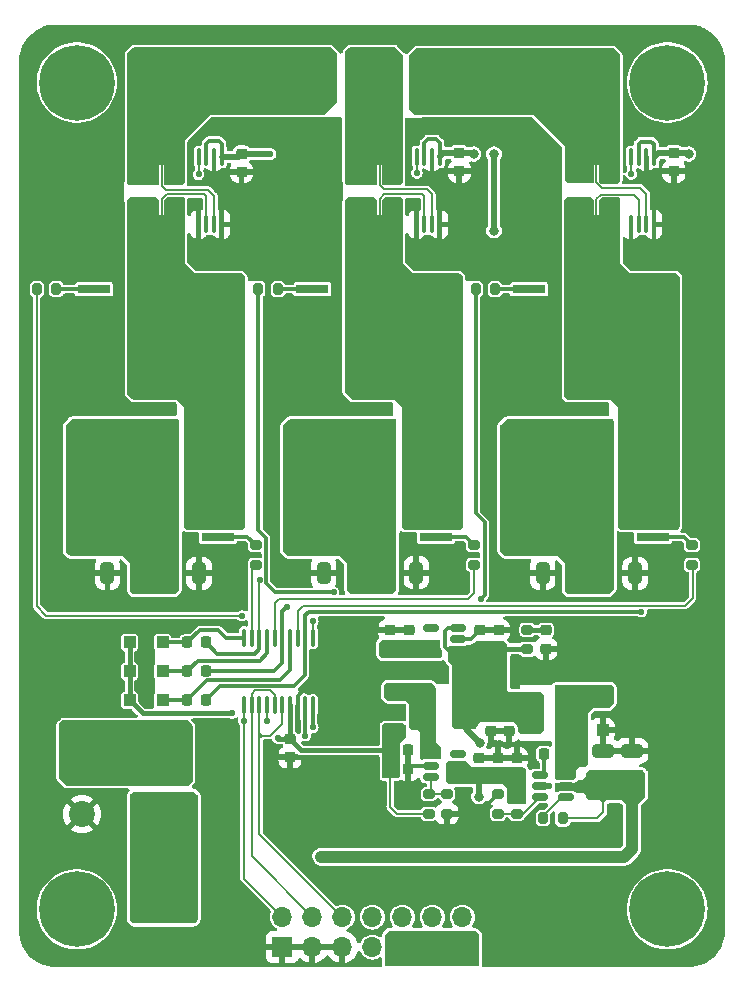
<source format=gbr>
%TF.GenerationSoftware,KiCad,Pcbnew,7.0.7*%
%TF.CreationDate,2024-02-22T20:28:59+08:00*%
%TF.ProjectId,hardware,68617264-7761-4726-952e-6b696361645f,rev?*%
%TF.SameCoordinates,Original*%
%TF.FileFunction,Copper,L1,Top*%
%TF.FilePolarity,Positive*%
%FSLAX46Y46*%
G04 Gerber Fmt 4.6, Leading zero omitted, Abs format (unit mm)*
G04 Created by KiCad (PCBNEW 7.0.7) date 2024-02-22 20:28:59*
%MOMM*%
%LPD*%
G01*
G04 APERTURE LIST*
G04 Aperture macros list*
%AMRoundRect*
0 Rectangle with rounded corners*
0 $1 Rounding radius*
0 $2 $3 $4 $5 $6 $7 $8 $9 X,Y pos of 4 corners*
0 Add a 4 corners polygon primitive as box body*
4,1,4,$2,$3,$4,$5,$6,$7,$8,$9,$2,$3,0*
0 Add four circle primitives for the rounded corners*
1,1,$1+$1,$2,$3*
1,1,$1+$1,$4,$5*
1,1,$1+$1,$6,$7*
1,1,$1+$1,$8,$9*
0 Add four rect primitives between the rounded corners*
20,1,$1+$1,$2,$3,$4,$5,0*
20,1,$1+$1,$4,$5,$6,$7,0*
20,1,$1+$1,$6,$7,$8,$9,0*
20,1,$1+$1,$8,$9,$2,$3,0*%
%AMFreePoly0*
4,1,30,0.400000,-4.000000,-0.400000,-4.000000,-2.400000,-4.000000,-2.400000,-3.200000,-0.400000,-3.200000,-0.400000,-2.800000,-2.400000,-2.800000,-2.400000,-2.000000,-0.400000,-2.000000,-0.400000,-1.600000,-2.400000,-1.600000,-2.400000,-0.800000,-0.400000,-0.800000,-0.400000,-0.400000,-2.400000,-0.400000,-2.400000,0.400000,-0.400000,0.400000,-0.400000,0.800000,-2.400000,0.800000,-2.400000,1.600000,
-0.400000,1.600000,-0.400000,2.000000,-2.400000,2.000000,-2.400000,2.800000,-0.400000,2.800000,-0.400000,3.200000,-2.400000,3.200000,-2.400000,4.000000,0.400000,4.000000,0.400000,-4.000000,0.400000,-4.000000,$1*%
%AMFreePoly1*
4,1,13,2.850000,-5.050000,1.450000,-5.050000,1.450000,-4.350000,-1.450000,-4.350000,-1.450000,-4.850000,-5.150000,-4.850000,-5.150000,4.850000,-1.450000,4.850000,-1.450000,4.350000,1.450000,4.350000,1.450000,5.050000,2.850000,5.050000,2.850000,-5.050000,2.850000,-5.050000,$1*%
G04 Aperture macros list end*
%TA.AperFunction,SMDPad,CuDef*%
%ADD10RoundRect,0.250000X0.300000X0.300000X-0.300000X0.300000X-0.300000X-0.300000X0.300000X-0.300000X0*%
%TD*%
%TA.AperFunction,SMDPad,CuDef*%
%ADD11R,2.800000X0.800000*%
%TD*%
%TA.AperFunction,SMDPad,CuDef*%
%ADD12FreePoly0,0.000000*%
%TD*%
%TA.AperFunction,SMDPad,CuDef*%
%ADD13FreePoly1,0.000000*%
%TD*%
%TA.AperFunction,SMDPad,CuDef*%
%ADD14RoundRect,0.225000X-0.250000X0.225000X-0.250000X-0.225000X0.250000X-0.225000X0.250000X0.225000X0*%
%TD*%
%TA.AperFunction,SMDPad,CuDef*%
%ADD15RoundRect,0.200000X0.200000X0.275000X-0.200000X0.275000X-0.200000X-0.275000X0.200000X-0.275000X0*%
%TD*%
%TA.AperFunction,SMDPad,CuDef*%
%ADD16RoundRect,0.250000X-0.325000X-0.650000X0.325000X-0.650000X0.325000X0.650000X-0.325000X0.650000X0*%
%TD*%
%TA.AperFunction,SMDPad,CuDef*%
%ADD17RoundRect,0.150000X-0.512500X-0.150000X0.512500X-0.150000X0.512500X0.150000X-0.512500X0.150000X0*%
%TD*%
%TA.AperFunction,SMDPad,CuDef*%
%ADD18RoundRect,0.200000X-0.200000X-0.275000X0.200000X-0.275000X0.200000X0.275000X-0.200000X0.275000X0*%
%TD*%
%TA.AperFunction,SMDPad,CuDef*%
%ADD19RoundRect,0.250000X1.425000X-0.362500X1.425000X0.362500X-1.425000X0.362500X-1.425000X-0.362500X0*%
%TD*%
%TA.AperFunction,ComponentPad*%
%ADD20C,2.200000*%
%TD*%
%TA.AperFunction,SMDPad,CuDef*%
%ADD21RoundRect,0.225000X-0.225000X-0.250000X0.225000X-0.250000X0.225000X0.250000X-0.225000X0.250000X0*%
%TD*%
%TA.AperFunction,SMDPad,CuDef*%
%ADD22RoundRect,0.100000X0.100000X-0.637500X0.100000X0.637500X-0.100000X0.637500X-0.100000X-0.637500X0*%
%TD*%
%TA.AperFunction,SMDPad,CuDef*%
%ADD23FreePoly0,180.000000*%
%TD*%
%TA.AperFunction,SMDPad,CuDef*%
%ADD24FreePoly1,180.000000*%
%TD*%
%TA.AperFunction,SMDPad,CuDef*%
%ADD25RoundRect,0.250000X-0.650000X0.325000X-0.650000X-0.325000X0.650000X-0.325000X0.650000X0.325000X0*%
%TD*%
%TA.AperFunction,SMDPad,CuDef*%
%ADD26RoundRect,0.225000X0.225000X0.250000X-0.225000X0.250000X-0.225000X-0.250000X0.225000X-0.250000X0*%
%TD*%
%TA.AperFunction,SMDPad,CuDef*%
%ADD27RoundRect,0.150000X0.512500X0.150000X-0.512500X0.150000X-0.512500X-0.150000X0.512500X-0.150000X0*%
%TD*%
%TA.AperFunction,SMDPad,CuDef*%
%ADD28RoundRect,0.200000X0.275000X-0.200000X0.275000X0.200000X-0.275000X0.200000X-0.275000X-0.200000X0*%
%TD*%
%TA.AperFunction,SMDPad,CuDef*%
%ADD29RoundRect,0.225000X0.250000X-0.225000X0.250000X0.225000X-0.250000X0.225000X-0.250000X-0.225000X0*%
%TD*%
%TA.AperFunction,SMDPad,CuDef*%
%ADD30RoundRect,0.225000X0.375000X-0.225000X0.375000X0.225000X-0.375000X0.225000X-0.375000X-0.225000X0*%
%TD*%
%TA.AperFunction,ComponentPad*%
%ADD31C,0.800000*%
%TD*%
%TA.AperFunction,ComponentPad*%
%ADD32C,6.400000*%
%TD*%
%TA.AperFunction,SMDPad,CuDef*%
%ADD33RoundRect,0.200000X-0.275000X0.200000X-0.275000X-0.200000X0.275000X-0.200000X0.275000X0.200000X0*%
%TD*%
%TA.AperFunction,SMDPad,CuDef*%
%ADD34RoundRect,0.218750X0.256250X-0.218750X0.256250X0.218750X-0.256250X0.218750X-0.256250X-0.218750X0*%
%TD*%
%TA.AperFunction,SMDPad,CuDef*%
%ADD35R,1.500000X2.500000*%
%TD*%
%TA.AperFunction,SMDPad,CuDef*%
%ADD36RoundRect,0.250000X0.325000X0.650000X-0.325000X0.650000X-0.325000X-0.650000X0.325000X-0.650000X0*%
%TD*%
%TA.AperFunction,ComponentPad*%
%ADD37R,1.700000X1.700000*%
%TD*%
%TA.AperFunction,ComponentPad*%
%ADD38O,1.700000X1.700000*%
%TD*%
%TA.AperFunction,SMDPad,CuDef*%
%ADD39RoundRect,0.250000X-0.300000X0.300000X-0.300000X-0.300000X0.300000X-0.300000X0.300000X0.300000X0*%
%TD*%
%TA.AperFunction,SMDPad,CuDef*%
%ADD40R,3.810000X4.240000*%
%TD*%
%TA.AperFunction,ViaPad*%
%ADD41C,0.800000*%
%TD*%
%TA.AperFunction,ViaPad*%
%ADD42C,0.550000*%
%TD*%
%TA.AperFunction,Conductor*%
%ADD43C,0.300000*%
%TD*%
%TA.AperFunction,Conductor*%
%ADD44C,0.400000*%
%TD*%
%TA.AperFunction,Conductor*%
%ADD45C,0.500000*%
%TD*%
%TA.AperFunction,Conductor*%
%ADD46C,0.200000*%
%TD*%
%TA.AperFunction,Conductor*%
%ADD47C,1.000000*%
%TD*%
%TA.AperFunction,Conductor*%
%ADD48C,0.150000*%
%TD*%
G04 APERTURE END LIST*
D10*
%TO.P,D6,1,K*%
%TO.N,Net-(D6-K)*%
X125475000Y-119200000D03*
%TO.P,D6,2,A*%
%TO.N,+12V*%
X122675000Y-119200000D03*
%TD*%
D11*
%TO.P,Q2,1,G*%
%TO.N,Net-(Q2-G)*%
X119680000Y-84400000D03*
D12*
%TO.P,Q2,2,S*%
%TO.N,GND*%
X120680000Y-89200000D03*
D13*
%TO.P,Q2,3,D*%
%TO.N,/Bridge/UA*%
X128730000Y-88600000D03*
%TD*%
D14*
%TO.P,C20,1*%
%TO.N,GND*%
X144712500Y-113275000D03*
%TO.P,C20,2*%
%TO.N,+3.3V*%
X144712500Y-114825000D03*
%TD*%
D15*
%TO.P,R4,1*%
%TO.N,VDC*%
X159350000Y-129175000D03*
%TO.P,R4,2*%
%TO.N,Net-(U3-EN)*%
X157700000Y-129175000D03*
%TD*%
D16*
%TO.P,C15,1*%
%TO.N,GND*%
X139100000Y-108400000D03*
%TO.P,C15,2*%
%TO.N,VDC*%
X142050000Y-108400000D03*
%TD*%
D17*
%TO.P,U3,1,BS*%
%TO.N,Net-(U3-BS)*%
X157387500Y-125525000D03*
%TO.P,U3,2,GND*%
%TO.N,GND*%
X157387500Y-126475000D03*
%TO.P,U3,3,FB*%
%TO.N,/power/FB1*%
X157387500Y-127425000D03*
%TO.P,U3,4,EN*%
%TO.N,Net-(U3-EN)*%
X159662500Y-127425000D03*
%TO.P,U3,5,IN*%
%TO.N,VDC*%
X159662500Y-126475000D03*
%TO.P,U3,6,SW*%
%TO.N,SW1*%
X159662500Y-125525000D03*
%TD*%
D18*
%TO.P,R10,1*%
%TO.N,/Bridge/LO1*%
X114825000Y-84400000D03*
%TO.P,R10,2*%
%TO.N,Net-(Q2-G)*%
X116475000Y-84400000D03*
%TD*%
D19*
%TO.P,R15,1*%
%TO.N,/Bridge/UC*%
X162200000Y-79000000D03*
%TO.P,R15,2*%
%TO.N,/Bridge/IC_N*%
X162200000Y-73075000D03*
%TD*%
D18*
%TO.P,R12,1*%
%TO.N,/Bridge/LO3*%
X151975000Y-84400000D03*
%TO.P,R12,2*%
%TO.N,Net-(Q6-G)*%
X153625000Y-84400000D03*
%TD*%
D19*
%TO.P,R13,1*%
%TO.N,/Bridge/UA*%
X125400000Y-79000000D03*
%TO.P,R13,2*%
%TO.N,/Bridge/IA_N*%
X125400000Y-73075000D03*
%TD*%
D14*
%TO.P,C8,1*%
%TO.N,GND*%
X152312500Y-113275000D03*
%TO.P,C8,2*%
%TO.N,+5V*%
X152312500Y-114825000D03*
%TD*%
%TO.P,C4,1*%
%TO.N,GND*%
X155450000Y-124100000D03*
%TO.P,C4,2*%
%TO.N,+5V*%
X155450000Y-125650000D03*
%TD*%
%TO.P,C6,1*%
%TO.N,GND*%
X153850000Y-124100000D03*
%TO.P,C6,2*%
%TO.N,+5V*%
X153850000Y-125650000D03*
%TD*%
D16*
%TO.P,C17,1*%
%TO.N,GND*%
X157650000Y-108450000D03*
%TO.P,C17,2*%
%TO.N,VDC*%
X160600000Y-108450000D03*
%TD*%
D20*
%TO.P,U6,1,1*%
%TO.N,/Bridge/IA_N*%
X138200000Y-66050000D03*
%TO.P,U6,2,2*%
%TO.N,/Bridge/IB_N*%
X143200000Y-66050000D03*
%TO.P,U6,3,3*%
%TO.N,/Bridge/IC_N*%
X148200000Y-66050000D03*
%TD*%
D21*
%TO.P,C1,1*%
%TO.N,Net-(U3-BS)*%
X157750000Y-123725000D03*
%TO.P,C1,2*%
%TO.N,SW1*%
X159300000Y-123725000D03*
%TD*%
D19*
%TO.P,R14,1*%
%TO.N,/Bridge/UB*%
X143850000Y-79000000D03*
%TO.P,R14,2*%
%TO.N,/Bridge/IB_N*%
X143850000Y-73075000D03*
%TD*%
D14*
%TO.P,C5,1*%
%TO.N,GND*%
X152250000Y-124100000D03*
%TO.P,C5,2*%
%TO.N,+5V*%
X152250000Y-125650000D03*
%TD*%
D16*
%TO.P,C13,1*%
%TO.N,GND*%
X120800000Y-108450000D03*
%TO.P,C13,2*%
%TO.N,VDC*%
X123750000Y-108450000D03*
%TD*%
D11*
%TO.P,Q6,1,G*%
%TO.N,Net-(Q6-G)*%
X156500000Y-84400000D03*
D12*
%TO.P,Q6,2,S*%
%TO.N,GND*%
X157500000Y-89200000D03*
D13*
%TO.P,Q6,3,D*%
%TO.N,/Bridge/UC*%
X165550000Y-88600000D03*
%TD*%
D22*
%TO.P,U5,1,HIN1*%
%TO.N,/Bridge/PWM1*%
X132350000Y-119612500D03*
%TO.P,U5,2,HIN2*%
%TO.N,/Bridge/PWM2*%
X133000000Y-119612500D03*
%TO.P,U5,3,HIN3*%
%TO.N,/Bridge/PWM3*%
X133650000Y-119612500D03*
%TO.P,U5,4,LIN1#*%
%TO.N,/Bridge/PWM1*%
X134300000Y-119612500D03*
%TO.P,U5,5,LIN2#*%
%TO.N,/Bridge/PWM2*%
X134950000Y-119612500D03*
%TO.P,U5,6,LIN3#*%
%TO.N,/Bridge/PWM3*%
X135600000Y-119612500D03*
%TO.P,U5,7,VCC*%
%TO.N,+12V*%
X136250000Y-119612500D03*
%TO.P,U5,8,GND*%
%TO.N,GND*%
X136900000Y-119612500D03*
%TO.P,U5,9,LO3*%
%TO.N,/Bridge/LO3*%
X137550000Y-119612500D03*
%TO.P,U5,10,LO2*%
%TO.N,/Bridge/LO2*%
X138200000Y-119612500D03*
%TO.P,U5,11,LO1*%
%TO.N,/Bridge/LO1*%
X138200000Y-113887500D03*
%TO.P,U5,12,VS3*%
%TO.N,/Bridge/UC*%
X137550000Y-113887500D03*
%TO.P,U5,13,HO3*%
%TO.N,/Bridge/HO3*%
X136900000Y-113887500D03*
%TO.P,U5,14,VB3*%
%TO.N,Net-(D6-K)*%
X136250000Y-113887500D03*
%TO.P,U5,15,VS2*%
%TO.N,/Bridge/UB*%
X135600000Y-113887500D03*
%TO.P,U5,16,HO2*%
%TO.N,/Bridge/HO2*%
X134950000Y-113887500D03*
%TO.P,U5,17,VB2*%
%TO.N,Net-(D5-K)*%
X134300000Y-113887500D03*
%TO.P,U5,18,VS1*%
%TO.N,/Bridge/UA*%
X133650000Y-113887500D03*
%TO.P,U5,19,HO1*%
%TO.N,/Bridge/HO1*%
X133000000Y-113887500D03*
%TO.P,U5,20,VB1*%
%TO.N,Net-(D4-K)*%
X132350000Y-113887500D03*
%TD*%
D11*
%TO.P,Q3,1,G*%
%TO.N,Net-(Q3-G)*%
X148630000Y-105350000D03*
D23*
%TO.P,Q3,2,S*%
%TO.N,/Bridge/UB*%
X147630000Y-100550000D03*
D24*
%TO.P,Q3,3,D*%
%TO.N,VDC*%
X139580000Y-101150000D03*
%TD*%
D25*
%TO.P,C11,1*%
%TO.N,GND*%
X165200000Y-123500000D03*
%TO.P,C11,2*%
%TO.N,VDC*%
X165200000Y-126450000D03*
%TD*%
D26*
%TO.P,C21,1*%
%TO.N,/Bridge/UA*%
X129100000Y-114300000D03*
%TO.P,C21,2*%
%TO.N,Net-(D4-K)*%
X127550000Y-114300000D03*
%TD*%
%TO.P,C12,1*%
%TO.N,GND*%
X146275000Y-123450000D03*
%TO.P,C12,2*%
%TO.N,+12V*%
X144725000Y-123450000D03*
%TD*%
D10*
%TO.P,D5,1,K*%
%TO.N,Net-(D5-K)*%
X125475000Y-116750000D03*
%TO.P,D5,2,A*%
%TO.N,+12V*%
X122675000Y-116750000D03*
%TD*%
D18*
%TO.P,R11,1*%
%TO.N,/Bridge/LO2*%
X133575000Y-84400000D03*
%TO.P,R11,2*%
%TO.N,Net-(Q4-G)*%
X135225000Y-84400000D03*
%TD*%
D22*
%TO.P,U9,1,GND*%
%TO.N,GND*%
X165125000Y-78900000D03*
%TO.P,U9,2,+*%
%TO.N,/Bridge/UC*%
X165775000Y-78900000D03*
%TO.P,U9,3,-*%
%TO.N,/Bridge/IC_N*%
X166425000Y-78900000D03*
%TO.P,U9,4,GND*%
%TO.N,GND*%
X167075000Y-78900000D03*
%TO.P,U9,5,V+*%
%TO.N,+3.3V*%
X167075000Y-73175000D03*
%TO.P,U9,6,REF2*%
%TO.N,GND*%
X166425000Y-73175000D03*
%TO.P,U9,7,REF1*%
%TO.N,+3.3V*%
X165775000Y-73175000D03*
%TO.P,U9,8*%
%TO.N,/interface/IC_OUT*%
X165125000Y-73175000D03*
%TD*%
D27*
%TO.P,U1,1,IN*%
%TO.N,+5V*%
X150450000Y-115000000D03*
%TO.P,U1,2,GND*%
%TO.N,GND*%
X150450000Y-114050000D03*
%TO.P,U1,3,EN*%
%TO.N,+5V*%
X150450000Y-113100000D03*
%TO.P,U1,4,NC*%
%TO.N,unconnected-(U1-NC-Pad4)*%
X148175000Y-113100000D03*
%TO.P,U1,5,OUT*%
%TO.N,+3.3V*%
X148175000Y-115000000D03*
%TD*%
D28*
%TO.P,R8,1*%
%TO.N,/Bridge/HO2*%
X151850000Y-107725000D03*
%TO.P,R8,2*%
%TO.N,Net-(Q3-G)*%
X151850000Y-106075000D03*
%TD*%
D29*
%TO.P,C3,1*%
%TO.N,GND*%
X153250000Y-121775000D03*
%TO.P,C3,2*%
%TO.N,+5V*%
X153250000Y-120225000D03*
%TD*%
D30*
%TO.P,D1,1,K*%
%TO.N,+12V*%
X145150000Y-121825000D03*
%TO.P,D1,2,A*%
%TO.N,SW2*%
X145150000Y-118525000D03*
%TD*%
D31*
%TO.P,H1,1,1*%
%TO.N,unconnected-(H1-Pad1)*%
X115800000Y-136900000D03*
X116502944Y-135202944D03*
X116502944Y-138597056D03*
X118200000Y-134500000D03*
D32*
X118200000Y-136900000D03*
D31*
X118200000Y-139300000D03*
X119897056Y-135202944D03*
X119897056Y-138597056D03*
X120600000Y-136900000D03*
%TD*%
D33*
%TO.P,R5,1*%
%TO.N,/power/FB2*%
X149550000Y-127150000D03*
%TO.P,R5,2*%
%TO.N,GND*%
X149550000Y-128800000D03*
%TD*%
D14*
%TO.P,C7,1*%
%TO.N,GND*%
X153912500Y-113275000D03*
%TO.P,C7,2*%
%TO.N,+5V*%
X153912500Y-114825000D03*
%TD*%
D34*
%TO.P,D2,1,K*%
%TO.N,GND*%
X157925000Y-114837500D03*
%TO.P,D2,2,A*%
%TO.N,Net-(D2-A)*%
X157925000Y-113262500D03*
%TD*%
D31*
%TO.P,H2,1,1*%
%TO.N,unconnected-(H2-Pad1)*%
X165800000Y-66900000D03*
X166502944Y-65202944D03*
X166502944Y-68597056D03*
X168200000Y-64500000D03*
D32*
X168200000Y-66900000D03*
D31*
X168200000Y-69300000D03*
X169897056Y-65202944D03*
X169897056Y-68597056D03*
X170600000Y-66900000D03*
%TD*%
D11*
%TO.P,Q5,1,G*%
%TO.N,Net-(Q5-G)*%
X166980000Y-105350000D03*
D23*
%TO.P,Q5,2,S*%
%TO.N,/Bridge/UC*%
X165980000Y-100550000D03*
D24*
%TO.P,Q5,3,D*%
%TO.N,VDC*%
X157930000Y-101150000D03*
%TD*%
D33*
%TO.P,R3,1*%
%TO.N,+5V*%
X155450000Y-127150000D03*
%TO.P,R3,2*%
%TO.N,/power/FB1*%
X155450000Y-128800000D03*
%TD*%
%TO.P,R1,1*%
%TO.N,Net-(D2-A)*%
X156350000Y-113225000D03*
%TO.P,R1,2*%
%TO.N,+5V*%
X156350000Y-114875000D03*
%TD*%
D35*
%TO.P,L1,1,1*%
%TO.N,SW2*%
X147450000Y-120125000D03*
%TO.P,L1,2,2*%
%TO.N,+5V*%
X151150000Y-120125000D03*
%TD*%
D22*
%TO.P,U8,1,GND*%
%TO.N,GND*%
X146975000Y-78900000D03*
%TO.P,U8,2,+*%
%TO.N,/Bridge/UB*%
X147625000Y-78900000D03*
%TO.P,U8,3,-*%
%TO.N,/Bridge/IB_N*%
X148275000Y-78900000D03*
%TO.P,U8,4,GND*%
%TO.N,GND*%
X148925000Y-78900000D03*
%TO.P,U8,5,V+*%
%TO.N,+3.3V*%
X148925000Y-73175000D03*
%TO.P,U8,6,REF2*%
%TO.N,GND*%
X148275000Y-73175000D03*
%TO.P,U8,7,REF1*%
%TO.N,+3.3V*%
X147625000Y-73175000D03*
%TO.P,U8,8*%
%TO.N,/interface/IB_OUT*%
X146975000Y-73175000D03*
%TD*%
D11*
%TO.P,Q4,1,G*%
%TO.N,Net-(Q4-G)*%
X138150000Y-84400000D03*
D12*
%TO.P,Q4,2,S*%
%TO.N,GND*%
X139150000Y-89200000D03*
D13*
%TO.P,Q4,3,D*%
%TO.N,/Bridge/UB*%
X147200000Y-88600000D03*
%TD*%
D31*
%TO.P,H4,1,1*%
%TO.N,unconnected-(H4-Pad1)*%
X165800000Y-136900000D03*
X166502944Y-135202944D03*
X166502944Y-138597056D03*
X168200000Y-134500000D03*
D32*
X168200000Y-136900000D03*
D31*
X168200000Y-139300000D03*
X169897056Y-135202944D03*
X169897056Y-138597056D03*
X170600000Y-136900000D03*
%TD*%
D14*
%TO.P,C27,1*%
%TO.N,+3.3V*%
X168750000Y-72875000D03*
%TO.P,C27,2*%
%TO.N,GND*%
X168750000Y-74425000D03*
%TD*%
D25*
%TO.P,C10,1*%
%TO.N,GND*%
X162750000Y-123500000D03*
%TO.P,C10,2*%
%TO.N,VDC*%
X162750000Y-126450000D03*
%TD*%
D20*
%TO.P,U4,1,1*%
%TO.N,/power/VIN*%
X118650000Y-123842500D03*
%TO.P,U4,2,2*%
%TO.N,GND*%
X118650000Y-128842500D03*
%TD*%
D14*
%TO.P,C26,1*%
%TO.N,+3.3V*%
X150600000Y-72875000D03*
%TO.P,C26,2*%
%TO.N,GND*%
X150600000Y-74425000D03*
%TD*%
D35*
%TO.P,L2,1,1*%
%TO.N,SW1*%
X160375000Y-120225000D03*
%TO.P,L2,2,2*%
%TO.N,+5V*%
X156675000Y-120225000D03*
%TD*%
D26*
%TO.P,C23,1*%
%TO.N,/Bridge/UC*%
X129100000Y-119200000D03*
%TO.P,C23,2*%
%TO.N,Net-(D6-K)*%
X127550000Y-119200000D03*
%TD*%
D28*
%TO.P,R6,1*%
%TO.N,/power/FB1*%
X153850000Y-128800000D03*
%TO.P,R6,2*%
%TO.N,GND*%
X153850000Y-127150000D03*
%TD*%
D31*
%TO.P,H3,1,1*%
%TO.N,unconnected-(H3-Pad1)*%
X115800000Y-66900000D03*
X116502944Y-65202944D03*
X116502944Y-68597056D03*
X118200000Y-64500000D03*
D32*
X118200000Y-66900000D03*
D31*
X118200000Y-69300000D03*
X119897056Y-65202944D03*
X119897056Y-68597056D03*
X120600000Y-66900000D03*
%TD*%
D36*
%TO.P,C18,1*%
%TO.N,GND*%
X165475000Y-108450000D03*
%TO.P,C18,2*%
%TO.N,VDC*%
X162525000Y-108450000D03*
%TD*%
%TO.P,C16,1*%
%TO.N,GND*%
X146950000Y-108400000D03*
%TO.P,C16,2*%
%TO.N,VDC*%
X144000000Y-108400000D03*
%TD*%
D17*
%TO.P,U2,1,SW*%
%TO.N,SW2*%
X148162500Y-123775000D03*
%TO.P,U2,2,GND*%
%TO.N,GND*%
X148162500Y-124725000D03*
%TO.P,U2,3,FB*%
%TO.N,/power/FB2*%
X148162500Y-125675000D03*
%TO.P,U2,4,EN*%
%TO.N,+5V*%
X150437500Y-125675000D03*
%TO.P,U2,5,IN*%
X150437500Y-124725000D03*
%TO.P,U2,6,NC*%
%TO.N,unconnected-(U2-NC-Pad6)*%
X150437500Y-123775000D03*
%TD*%
D26*
%TO.P,C28,1*%
%TO.N,GND*%
X146275000Y-125050000D03*
%TO.P,C28,2*%
%TO.N,+12V*%
X144725000Y-125050000D03*
%TD*%
D37*
%TO.P,J2,1,Pin_1*%
%TO.N,GND*%
X135600000Y-140100000D03*
D38*
%TO.P,J2,2,Pin_2*%
%TO.N,/Bridge/PWM1*%
X135600000Y-137560000D03*
%TO.P,J2,3,Pin_3*%
%TO.N,GND*%
X138140000Y-140100000D03*
%TO.P,J2,4,Pin_4*%
%TO.N,/Bridge/PWM2*%
X138140000Y-137560000D03*
%TO.P,J2,5,Pin_5*%
%TO.N,GND*%
X140680000Y-140100000D03*
%TO.P,J2,6,Pin_6*%
%TO.N,/Bridge/PWM3*%
X140680000Y-137560000D03*
%TO.P,J2,7,Pin_7*%
%TO.N,unconnected-(J2-Pin_7-Pad7)*%
X143220000Y-140100000D03*
%TO.P,J2,8,Pin_8*%
%TO.N,unconnected-(J2-Pin_8-Pad8)*%
X143220000Y-137560000D03*
%TO.P,J2,9,Pin_9*%
%TO.N,+5V*%
X145760000Y-140100000D03*
%TO.P,J2,10,Pin_10*%
%TO.N,/interface/IA_OUT*%
X145760000Y-137560000D03*
%TO.P,J2,11,Pin_11*%
%TO.N,+5V*%
X148300000Y-140100000D03*
%TO.P,J2,12,Pin_12*%
%TO.N,/interface/IB_OUT*%
X148300000Y-137560000D03*
%TO.P,J2,13,Pin_13*%
%TO.N,+5V*%
X150840000Y-140100000D03*
%TO.P,J2,14,Pin_14*%
%TO.N,/interface/IC_OUT*%
X150840000Y-137560000D03*
%TD*%
D10*
%TO.P,D4,1,K*%
%TO.N,Net-(D4-K)*%
X125475000Y-114300000D03*
%TO.P,D4,2,A*%
%TO.N,+12V*%
X122675000Y-114300000D03*
%TD*%
D28*
%TO.P,R2,1*%
%TO.N,+12V*%
X148000000Y-128800000D03*
%TO.P,R2,2*%
%TO.N,/power/FB2*%
X148000000Y-127150000D03*
%TD*%
D29*
%TO.P,C2,1*%
%TO.N,GND*%
X154800000Y-121775000D03*
%TO.P,C2,2*%
%TO.N,+5V*%
X154800000Y-120225000D03*
%TD*%
D14*
%TO.P,C19,1*%
%TO.N,GND*%
X146312500Y-113275000D03*
%TO.P,C19,2*%
%TO.N,+3.3V*%
X146312500Y-114825000D03*
%TD*%
%TO.P,C24,1*%
%TO.N,+12V*%
X136250000Y-122475000D03*
%TO.P,C24,2*%
%TO.N,GND*%
X136250000Y-124025000D03*
%TD*%
D28*
%TO.P,R7,1*%
%TO.N,/Bridge/HO1*%
X133350000Y-107725000D03*
%TO.P,R7,2*%
%TO.N,Net-(Q1-G)*%
X133350000Y-106075000D03*
%TD*%
%TO.P,R9,1*%
%TO.N,/Bridge/HO3*%
X170300000Y-107725000D03*
%TO.P,R9,2*%
%TO.N,Net-(Q5-G)*%
X170300000Y-106075000D03*
%TD*%
D26*
%TO.P,C22,1*%
%TO.N,/Bridge/UB*%
X129100000Y-116750000D03*
%TO.P,C22,2*%
%TO.N,Net-(D5-K)*%
X127550000Y-116750000D03*
%TD*%
D11*
%TO.P,Q1,1,G*%
%TO.N,Net-(Q1-G)*%
X130155000Y-105350000D03*
D23*
%TO.P,Q1,2,S*%
%TO.N,/Bridge/UA*%
X129155000Y-100550000D03*
D24*
%TO.P,Q1,3,D*%
%TO.N,VDC*%
X121105000Y-101150000D03*
%TD*%
D36*
%TO.P,C14,1*%
%TO.N,GND*%
X128550000Y-108450000D03*
%TO.P,C14,2*%
%TO.N,VDC*%
X125600000Y-108450000D03*
%TD*%
D14*
%TO.P,C25,1*%
%TO.N,+3.3V*%
X132150000Y-72925000D03*
%TO.P,C25,2*%
%TO.N,GND*%
X132150000Y-74475000D03*
%TD*%
D22*
%TO.P,U7,1,GND*%
%TO.N,GND*%
X128525000Y-78900000D03*
%TO.P,U7,2,+*%
%TO.N,/Bridge/UA*%
X129175000Y-78900000D03*
%TO.P,U7,3,-*%
%TO.N,/Bridge/IA_N*%
X129825000Y-78900000D03*
%TO.P,U7,4,GND*%
%TO.N,GND*%
X130475000Y-78900000D03*
%TO.P,U7,5,V+*%
%TO.N,+3.3V*%
X130475000Y-73175000D03*
%TO.P,U7,6,REF2*%
%TO.N,GND*%
X129825000Y-73175000D03*
%TO.P,U7,7,REF1*%
%TO.N,+3.3V*%
X129175000Y-73175000D03*
%TO.P,U7,8*%
%TO.N,/interface/IA_OUT*%
X128525000Y-73175000D03*
%TD*%
D39*
%TO.P,D3,1,K*%
%TO.N,SW1*%
X162725000Y-118925000D03*
%TO.P,D3,2,A*%
%TO.N,GND*%
X162725000Y-121725000D03*
%TD*%
D40*
%TO.P,F1,1*%
%TO.N,/power/VIN*%
X125625000Y-123460000D03*
%TO.P,F1,2*%
%TO.N,VDC*%
X125625000Y-129840000D03*
%TD*%
D41*
%TO.N,GND*%
X157075000Y-87400000D03*
D42*
X167100000Y-123500000D03*
D41*
X155700000Y-109500000D03*
D42*
X148275000Y-74575000D03*
X164350000Y-121650000D03*
D41*
X137525000Y-91125000D03*
D42*
X137250000Y-109350000D03*
D41*
X131550000Y-110450000D03*
X150050000Y-108375000D03*
D42*
X165300000Y-121725000D03*
X137475000Y-118275000D03*
D41*
X157075000Y-90000000D03*
X155775000Y-90000000D03*
X157075000Y-88700000D03*
X155775000Y-86100000D03*
X155775000Y-92600000D03*
X118500000Y-110625000D03*
X155700000Y-108300000D03*
X137525000Y-88525000D03*
X120275000Y-92375000D03*
X118975000Y-91075000D03*
X157075000Y-92600000D03*
D42*
X154850000Y-113250000D03*
D41*
X167525000Y-108525000D03*
X118975000Y-87175000D03*
D42*
X154825000Y-122900000D03*
D41*
X148950000Y-108400000D03*
X118975000Y-92375000D03*
X155775000Y-91300000D03*
X137525000Y-92425000D03*
X118525000Y-109275000D03*
X155775000Y-87400000D03*
D42*
X151875000Y-74425000D03*
D41*
X118550000Y-108000000D03*
X167525000Y-109775000D03*
X167525000Y-107375000D03*
X120275000Y-88475000D03*
X150050000Y-109500000D03*
X157075000Y-91300000D03*
X137525000Y-89825000D03*
X138825000Y-87225000D03*
X120275000Y-85875000D03*
X120275000Y-91075000D03*
D42*
X137500000Y-124275000D03*
X137250000Y-108650000D03*
D41*
X138825000Y-92425000D03*
D42*
X149550000Y-129900000D03*
D41*
X138825000Y-88525000D03*
X137525000Y-85925000D03*
D42*
X158200000Y-126500000D03*
D41*
X131500000Y-109375000D03*
D42*
X145550000Y-126400000D03*
D41*
X138825000Y-89825000D03*
D42*
X137250000Y-107950000D03*
D41*
X131500000Y-108425000D03*
D42*
X146275000Y-126350000D03*
D41*
X118975000Y-85875000D03*
X118975000Y-88475000D03*
X138825000Y-91125000D03*
D42*
X147025000Y-77575000D03*
D41*
X148950000Y-109525000D03*
X155775000Y-88700000D03*
X138825000Y-85925000D03*
X157075000Y-86100000D03*
X137525000Y-87225000D03*
X120275000Y-87175000D03*
X118975000Y-89775000D03*
X120275000Y-89775000D03*
D42*
X153625000Y-122850000D03*
D41*
%TO.N,+5V*%
X152300000Y-122825000D03*
X152250000Y-127350000D03*
%TO.N,VDC*%
X122850000Y-104650000D03*
X125000000Y-136925000D03*
X123700000Y-134700000D03*
X122850000Y-102800000D03*
X139000000Y-97500000D03*
X137800000Y-99350000D03*
X125000000Y-130200000D03*
X125000000Y-127825000D03*
X137800000Y-101100000D03*
X121650000Y-99300000D03*
X143800000Y-97500000D03*
X157300000Y-97500000D03*
X159700000Y-102850000D03*
X141400000Y-97500000D03*
X158500000Y-101100000D03*
X126300000Y-132400000D03*
X142600000Y-104700000D03*
X119250000Y-101050000D03*
X142600000Y-97500000D03*
X119250000Y-104650000D03*
X157300000Y-104700000D03*
X157300000Y-101100000D03*
X159700000Y-101100000D03*
X127600000Y-130200000D03*
X158500000Y-102850000D03*
X121650000Y-102800000D03*
X141400000Y-101100000D03*
X125000000Y-134700000D03*
X156100000Y-104700000D03*
X126300000Y-130200000D03*
X143800000Y-102850000D03*
X157300000Y-102850000D03*
X121650000Y-101050000D03*
X139000000Y-101100000D03*
X125000000Y-132400000D03*
X127600000Y-134700000D03*
X143800000Y-104700000D03*
X160900000Y-99350000D03*
X123700000Y-132400000D03*
X124050000Y-102800000D03*
X120450000Y-99300000D03*
X123700000Y-130200000D03*
X142600000Y-102850000D03*
X127600000Y-127825000D03*
X125250000Y-97450000D03*
X137800000Y-104700000D03*
X162100000Y-99350000D03*
X141400000Y-99350000D03*
X121650000Y-97450000D03*
X137800000Y-102850000D03*
X124050000Y-97450000D03*
X125250000Y-99300000D03*
X142600000Y-101100000D03*
X158500000Y-99350000D03*
X158500000Y-97500000D03*
X143800000Y-99350000D03*
X160900000Y-102850000D03*
X121650000Y-104650000D03*
X119250000Y-102800000D03*
X162100000Y-102850000D03*
X126300000Y-127825000D03*
X158500000Y-104700000D03*
X125250000Y-101050000D03*
X159700000Y-104700000D03*
X124050000Y-104650000D03*
X141400000Y-104700000D03*
X138900000Y-132450000D03*
X142600000Y-99350000D03*
X123700000Y-127825000D03*
X143800000Y-101100000D03*
X125250000Y-104650000D03*
X122850000Y-99300000D03*
X127600000Y-132400000D03*
X156100000Y-97500000D03*
X141400000Y-102850000D03*
X140200000Y-99350000D03*
X120450000Y-104650000D03*
X160900000Y-97500000D03*
X124050000Y-99300000D03*
X139000000Y-104700000D03*
X160900000Y-101100000D03*
X139000000Y-102850000D03*
X122850000Y-97450000D03*
X156100000Y-102850000D03*
X156100000Y-101100000D03*
X140200000Y-101100000D03*
X162100000Y-97500000D03*
X139000000Y-99350000D03*
X159700000Y-97500000D03*
X140200000Y-102850000D03*
X125250000Y-102800000D03*
X140200000Y-97500000D03*
X119250000Y-99300000D03*
X156100000Y-99350000D03*
X127600000Y-136925000D03*
X126300000Y-136925000D03*
X119250000Y-97450000D03*
X159700000Y-99350000D03*
X120450000Y-97450000D03*
X162100000Y-104700000D03*
X124050000Y-101050000D03*
X162100000Y-101100000D03*
X120450000Y-101050000D03*
X140200000Y-104700000D03*
X122850000Y-101050000D03*
X137800000Y-97500000D03*
X120450000Y-102800000D03*
X160900000Y-104700000D03*
X157300000Y-99350000D03*
X123700000Y-136925000D03*
X126300000Y-134700000D03*
%TO.N,+3.3V*%
X153525000Y-72950000D03*
D42*
X144700000Y-114800000D03*
D41*
X151800000Y-72950000D03*
D42*
X148350000Y-114800000D03*
D41*
X153525000Y-79450000D03*
D42*
X134575000Y-72950000D03*
D41*
X170000000Y-72950000D03*
D42*
X146300000Y-114800000D03*
%TO.N,/Bridge/UA*%
X131300000Y-103025000D03*
X133675000Y-109050000D03*
%TO.N,/Bridge/UB*%
X148475000Y-104075000D03*
X136000000Y-111275000D03*
%TO.N,/Bridge/UC*%
X166000000Y-104075000D03*
X166000000Y-111700000D03*
%TO.N,+12V*%
X135200000Y-122400000D03*
X131350000Y-120300000D03*
%TO.N,/interface/IA_OUT*%
X128525000Y-74675000D03*
%TO.N,/interface/IB_OUT*%
X147000000Y-74550000D03*
%TO.N,/interface/IC_OUT*%
X165150000Y-74650000D03*
%TO.N,/Bridge/LO1*%
X132200000Y-112050000D03*
X138200000Y-112500000D03*
%TO.N,/Bridge/LO2*%
X138200000Y-121500000D03*
X139950000Y-110050000D03*
%TO.N,/Bridge/LO3*%
X152400000Y-110650000D03*
X137550000Y-122200000D03*
%TO.N,/Bridge/PWM1*%
X134300000Y-120950000D03*
X132350000Y-120950000D03*
%TD*%
D43*
%TO.N,Net-(U3-BS)*%
X157750000Y-123725000D02*
X157750000Y-125162500D01*
X157750000Y-125162500D02*
X157387500Y-125525000D01*
%TO.N,GND*%
X153912500Y-113275000D02*
X152312500Y-113275000D01*
X146975000Y-78900000D02*
X146975000Y-77625000D01*
X158200000Y-126500000D02*
X157412500Y-126500000D01*
X148275000Y-73175000D02*
X148275000Y-74575000D01*
X154825000Y-113275000D02*
X154850000Y-113250000D01*
X151537500Y-114050000D02*
X150450000Y-114050000D01*
X153912500Y-113275000D02*
X154825000Y-113275000D01*
X150600000Y-74425000D02*
X151875000Y-74425000D01*
X146975000Y-77625000D02*
X147025000Y-77575000D01*
X137250000Y-124025000D02*
X137500000Y-124275000D01*
X136250000Y-124025000D02*
X137250000Y-124025000D01*
X146600000Y-124725000D02*
X146275000Y-125050000D01*
X137475000Y-118275000D02*
X136900000Y-118850000D01*
X152312500Y-113275000D02*
X151537500Y-114050000D01*
X136900000Y-118850000D02*
X136900000Y-119612500D01*
X153100000Y-127900000D02*
X153100000Y-128025000D01*
X148162500Y-124725000D02*
X146600000Y-124725000D01*
X153850000Y-127150000D02*
X153100000Y-127900000D01*
%TO.N,+5V*%
X149387500Y-113362500D02*
X149387500Y-114700000D01*
X149387500Y-114700000D02*
X149687500Y-115000000D01*
D44*
X153912500Y-114825000D02*
X156300000Y-114825000D01*
D45*
X152250000Y-125650000D02*
X152250000Y-127350000D01*
X151150000Y-121675000D02*
X151150000Y-120125000D01*
X152300000Y-122825000D02*
X151150000Y-121675000D01*
D43*
X149650000Y-113100000D02*
X149387500Y-113362500D01*
X150450000Y-113100000D02*
X149650000Y-113100000D01*
X149687500Y-115000000D02*
X150450000Y-115000000D01*
D46*
%TO.N,VDC*%
X162750000Y-128700000D02*
X162750000Y-126450000D01*
D47*
X138900000Y-132450000D02*
X164550000Y-132450000D01*
X165200000Y-131800000D02*
X165200000Y-126450000D01*
D46*
X159350000Y-129175000D02*
X162275000Y-129175000D01*
D47*
X164550000Y-132450000D02*
X165200000Y-131800000D01*
D46*
X162275000Y-129175000D02*
X162750000Y-128700000D01*
D43*
%TO.N,+3.3V*%
X148600000Y-71700000D02*
X148925000Y-72025000D01*
X129400000Y-71850000D02*
X130200000Y-71850000D01*
D45*
X169925000Y-72875000D02*
X170000000Y-72950000D01*
X132150000Y-72925000D02*
X134550000Y-72925000D01*
X131975000Y-73175000D02*
X130525000Y-73175000D01*
D43*
X130200000Y-71850000D02*
X130475000Y-72125000D01*
X167075000Y-72125000D02*
X167075000Y-73175000D01*
D45*
X168750000Y-72875000D02*
X169925000Y-72875000D01*
D43*
X147625000Y-72025000D02*
X147950000Y-71700000D01*
D45*
X151725000Y-72875000D02*
X151800000Y-72950000D01*
X167375000Y-72875000D02*
X167125000Y-73125000D01*
D43*
X130475000Y-72125000D02*
X130475000Y-73175000D01*
D45*
X168750000Y-72875000D02*
X167375000Y-72875000D01*
X132225000Y-72925000D02*
X131975000Y-73175000D01*
X153525000Y-79450000D02*
X153525000Y-72950000D01*
D43*
X165775000Y-72075000D02*
X165950000Y-71900000D01*
D45*
X167125000Y-73125000D02*
X167125000Y-73175000D01*
D43*
X147950000Y-71700000D02*
X148600000Y-71700000D01*
D45*
X134550000Y-72925000D02*
X134575000Y-72950000D01*
D43*
X166850000Y-71900000D02*
X167075000Y-72125000D01*
X129175000Y-72075000D02*
X129400000Y-71850000D01*
X147625000Y-73175000D02*
X147625000Y-72025000D01*
D45*
X148975000Y-73125000D02*
X148975000Y-73175000D01*
D43*
X148925000Y-72025000D02*
X148925000Y-73175000D01*
D45*
X150600000Y-72875000D02*
X151725000Y-72875000D01*
D43*
X165775000Y-73175000D02*
X165775000Y-72075000D01*
D45*
X149225000Y-72875000D02*
X148975000Y-73125000D01*
D43*
X165950000Y-71900000D02*
X166850000Y-71900000D01*
X129175000Y-73175000D02*
X129175000Y-72075000D01*
D45*
X150600000Y-72875000D02*
X149225000Y-72875000D01*
D43*
%TO.N,/Bridge/UA*%
X133650000Y-114875000D02*
X133650000Y-113887500D01*
D46*
X125400000Y-76750000D02*
X125400000Y-79000000D01*
D43*
X133275000Y-115250000D02*
X133650000Y-114875000D01*
D46*
X129175000Y-78900000D02*
X129175000Y-76525000D01*
X133650000Y-109075000D02*
X133675000Y-109050000D01*
D43*
X129100000Y-114300000D02*
X130050000Y-115250000D01*
X130050000Y-115250000D02*
X133275000Y-115250000D01*
D46*
X129000000Y-76350000D02*
X125800000Y-76350000D01*
X133650000Y-113887500D02*
X133650000Y-109075000D01*
X129175000Y-76525000D02*
X129000000Y-76350000D01*
X125800000Y-76350000D02*
X125400000Y-76750000D01*
D43*
%TO.N,Net-(D4-K)*%
X130812500Y-113887500D02*
X132350000Y-113887500D01*
X127550000Y-114300000D02*
X128600000Y-113250000D01*
X130175000Y-113250000D02*
X130812500Y-113887500D01*
X128600000Y-113250000D02*
X130175000Y-113250000D01*
X125475000Y-114300000D02*
X127550000Y-114300000D01*
D46*
%TO.N,/Bridge/UB*%
X147625000Y-76525000D02*
X147450000Y-76350000D01*
X147625000Y-78900000D02*
X147625000Y-76525000D01*
D43*
X135600000Y-113887500D02*
X135600000Y-111675000D01*
D46*
X143850000Y-76750000D02*
X143850000Y-79000000D01*
D43*
X129100000Y-116750000D02*
X134925000Y-116750000D01*
D46*
X144250000Y-76350000D02*
X143850000Y-76750000D01*
D43*
X135600000Y-111675000D02*
X136000000Y-111275000D01*
X134925000Y-116750000D02*
X135600000Y-116075000D01*
X135600000Y-116075000D02*
X135600000Y-113887500D01*
D46*
X147450000Y-76350000D02*
X144250000Y-76350000D01*
D43*
%TO.N,Net-(D5-K)*%
X128450000Y-115850000D02*
X133675000Y-115850000D01*
X134300000Y-115225000D02*
X134300000Y-113887500D01*
X125475000Y-116750000D02*
X127550000Y-116750000D01*
X133675000Y-115850000D02*
X134300000Y-115225000D01*
X127550000Y-116750000D02*
X128450000Y-115850000D01*
%TO.N,/Bridge/UC*%
X129100000Y-119200000D02*
X130350000Y-117950000D01*
X136625000Y-117950000D02*
X137550000Y-117025000D01*
D46*
X162200000Y-76800000D02*
X162200000Y-79000000D01*
D43*
X137550000Y-112000000D02*
X137550000Y-113887500D01*
X137550000Y-117025000D02*
X137550000Y-113887500D01*
X165975000Y-111725000D02*
X137825000Y-111725000D01*
D46*
X162600000Y-76400000D02*
X162200000Y-76800000D01*
X165775000Y-78900000D02*
X165775000Y-76825000D01*
X165350000Y-76400000D02*
X162600000Y-76400000D01*
X165775000Y-76825000D02*
X165350000Y-76400000D01*
D43*
X137825000Y-111725000D02*
X137550000Y-112000000D01*
X130350000Y-117950000D02*
X136625000Y-117950000D01*
X166000000Y-111700000D02*
X165975000Y-111725000D01*
%TO.N,Net-(D6-K)*%
X129250000Y-117500000D02*
X135375000Y-117500000D01*
X136250000Y-116625000D02*
X136250000Y-113887500D01*
X125475000Y-119200000D02*
X127550000Y-119200000D01*
X127550000Y-119200000D02*
X129250000Y-117500000D01*
X135375000Y-117500000D02*
X136250000Y-116625000D01*
D46*
%TO.N,+12V*%
X145300000Y-128800000D02*
X148000000Y-128800000D01*
D44*
X135275000Y-122475000D02*
X136250000Y-122475000D01*
X144725000Y-123450000D02*
X137225000Y-123450000D01*
D46*
X144725000Y-128225000D02*
X145300000Y-128800000D01*
D44*
X135200000Y-122400000D02*
X135275000Y-122475000D01*
D46*
X144725000Y-125050000D02*
X144725000Y-128225000D01*
D44*
X136275000Y-122550000D02*
X136275000Y-119637500D01*
X136275000Y-119637500D02*
X136250000Y-119612500D01*
X131350000Y-120300000D02*
X123775000Y-120300000D01*
X122675000Y-114300000D02*
X122675000Y-119200000D01*
X137225000Y-123450000D02*
X136250000Y-122475000D01*
X123775000Y-120300000D02*
X122675000Y-119200000D01*
%TO.N,Net-(D2-A)*%
X157925000Y-113262500D02*
X156387500Y-113262500D01*
D46*
%TO.N,/interface/IA_OUT*%
X128525000Y-73175000D02*
X128525000Y-74675000D01*
%TO.N,/interface/IB_OUT*%
X146975000Y-73175000D02*
X146975000Y-74525000D01*
X146975000Y-74525000D02*
X147000000Y-74550000D01*
%TO.N,/interface/IC_OUT*%
X165125000Y-73175000D02*
X165125000Y-74625000D01*
X165125000Y-74625000D02*
X165150000Y-74650000D01*
D43*
%TO.N,Net-(Q1-G)*%
X132625000Y-105350000D02*
X133350000Y-106075000D01*
X130155000Y-105350000D02*
X132625000Y-105350000D01*
%TO.N,Net-(Q2-G)*%
X119680000Y-84400000D02*
X116475000Y-84400000D01*
%TO.N,Net-(Q3-G)*%
X151125000Y-105350000D02*
X151850000Y-106075000D01*
X148630000Y-105350000D02*
X151125000Y-105350000D01*
%TO.N,Net-(Q4-G)*%
X138150000Y-84400000D02*
X135225000Y-84400000D01*
%TO.N,Net-(Q5-G)*%
X169575000Y-105350000D02*
X170300000Y-106075000D01*
X166980000Y-105350000D02*
X169575000Y-105350000D01*
%TO.N,Net-(Q6-G)*%
X153625000Y-84400000D02*
X156500000Y-84400000D01*
D46*
%TO.N,/power/FB2*%
X148162500Y-126987500D02*
X148000000Y-127150000D01*
X149550000Y-127150000D02*
X148000000Y-127150000D01*
X148162500Y-125675000D02*
X148162500Y-126987500D01*
D48*
%TO.N,/power/FB1*%
X153850000Y-128800000D02*
X155450000Y-128800000D01*
D46*
X155450000Y-128800000D02*
X156012500Y-128800000D01*
X156012500Y-128800000D02*
X157387500Y-127425000D01*
%TO.N,Net-(U3-EN)*%
X157700000Y-128975000D02*
X159250000Y-127425000D01*
%TO.N,/Bridge/HO1*%
X133000000Y-113887500D02*
X133000000Y-108075000D01*
X133000000Y-108075000D02*
X133350000Y-107725000D01*
%TO.N,/Bridge/HO2*%
X134950000Y-110950000D02*
X135300000Y-110600000D01*
X151350000Y-110600000D02*
X151800000Y-110150000D01*
X151800000Y-110150000D02*
X151800000Y-107775000D01*
X135300000Y-110600000D02*
X151350000Y-110600000D01*
X134950000Y-113887500D02*
X134950000Y-110950000D01*
%TO.N,/Bridge/LO1*%
X114800000Y-111250000D02*
X114800000Y-84425000D01*
X132200000Y-112050000D02*
X115600000Y-112050000D01*
X115600000Y-112050000D02*
X114800000Y-111250000D01*
X138200000Y-113887500D02*
X138200000Y-112500000D01*
D43*
%TO.N,/Bridge/LO2*%
X134225747Y-109275747D02*
X134220000Y-109275747D01*
X133575000Y-104775000D02*
X133575000Y-84400000D01*
X138200000Y-121500000D02*
X138200000Y-119612500D01*
X134220000Y-109275747D02*
X134220000Y-105420000D01*
X135000000Y-110050000D02*
X134225747Y-109275747D01*
X139950000Y-110050000D02*
X135000000Y-110050000D01*
X134220000Y-105420000D02*
X133575000Y-104775000D01*
%TO.N,/Bridge/LO3*%
X152725000Y-110325000D02*
X152725000Y-104125000D01*
X151975000Y-103375000D02*
X151975000Y-84400000D01*
X137550000Y-119612500D02*
X137550000Y-122200000D01*
X152400000Y-110650000D02*
X152725000Y-110325000D01*
X152725000Y-104125000D02*
X151975000Y-103375000D01*
D46*
%TO.N,/Bridge/IA_N*%
X125750000Y-76000000D02*
X125400000Y-75650000D01*
X129825000Y-78900000D02*
X129825000Y-76475000D01*
X129350000Y-76000000D02*
X125750000Y-76000000D01*
X129825000Y-76475000D02*
X129350000Y-76000000D01*
X125400000Y-75650000D02*
X125400000Y-73075000D01*
%TO.N,/Bridge/IB_N*%
X147850000Y-75950000D02*
X144200000Y-75950000D01*
X148275000Y-76375000D02*
X147850000Y-75950000D01*
X144200000Y-75950000D02*
X143850000Y-75600000D01*
X148275000Y-78900000D02*
X148275000Y-76375000D01*
X143850000Y-75600000D02*
X143850000Y-73075000D01*
%TO.N,/Bridge/IC_N*%
X166425000Y-76325000D02*
X165900000Y-75800000D01*
X166425000Y-78900000D02*
X166425000Y-76325000D01*
X162650000Y-75800000D02*
X162200000Y-75350000D01*
X165900000Y-75800000D02*
X162650000Y-75800000D01*
X162200000Y-75350000D02*
X162200000Y-73075000D01*
%TO.N,/Bridge/PWM1*%
X134300000Y-119612500D02*
X134300000Y-120950000D01*
X132350000Y-120950000D02*
X132350000Y-134310000D01*
X132350000Y-119612500D02*
X132350000Y-120950000D01*
X132350000Y-134310000D02*
X135600000Y-137560000D01*
%TO.N,/Bridge/PWM2*%
X134950000Y-118750000D02*
X134950000Y-119612500D01*
X133000000Y-119612500D02*
X133000000Y-132420000D01*
X134550000Y-118350000D02*
X134950000Y-118750000D01*
X133320000Y-118350000D02*
X134550000Y-118350000D01*
X133000000Y-132420000D02*
X138140000Y-137560000D01*
X133000000Y-119612500D02*
X133000000Y-118670000D01*
X133000000Y-118670000D02*
X133320000Y-118350000D01*
%TO.N,/Bridge/PWM3*%
X134600000Y-122200000D02*
X133925000Y-122200000D01*
X133925000Y-122200000D02*
X133650000Y-122200000D01*
X133925000Y-122200000D02*
X133850000Y-122200000D01*
X133650000Y-122400000D02*
X133650000Y-122525000D01*
X133650000Y-119612500D02*
X133650000Y-122000000D01*
X135600000Y-119612500D02*
X135600000Y-121200000D01*
X133850000Y-122200000D02*
X133650000Y-122400000D01*
X133650000Y-122200000D02*
X133650000Y-122525000D01*
X133650000Y-122400000D02*
X133650000Y-130530000D01*
X133850000Y-122200000D02*
X133650000Y-122000000D01*
X133650000Y-130530000D02*
X140680000Y-137560000D01*
X135600000Y-121200000D02*
X134600000Y-122200000D01*
X133650000Y-122000000D02*
X133650000Y-122200000D01*
%TO.N,/Bridge/HO3*%
X136900000Y-113887500D02*
X136900000Y-111650000D01*
X169700000Y-111200000D02*
X170350000Y-110550000D01*
X136900000Y-111650000D02*
X137350000Y-111200000D01*
X137350000Y-111200000D02*
X169700000Y-111200000D01*
X170350000Y-110550000D02*
X170350000Y-107775000D01*
%TD*%
%TA.AperFunction,Conductor*%
%TO.N,SW2*%
G36*
X148215677Y-117744685D02*
G01*
X148236319Y-117761319D01*
X148563681Y-118088681D01*
X148597166Y-118150004D01*
X148600000Y-118176362D01*
X148600000Y-122725000D01*
X148963681Y-123088681D01*
X148997166Y-123150004D01*
X149000000Y-123176362D01*
X148999999Y-124088754D01*
X148980314Y-124155794D01*
X148927510Y-124201548D01*
X148858352Y-124211492D01*
X148819705Y-124199239D01*
X148800304Y-124189353D01*
X148800301Y-124189352D01*
X148706524Y-124174500D01*
X147618482Y-124174500D01*
X147524695Y-124189354D01*
X147480294Y-124211978D01*
X147411625Y-124224874D01*
X147346885Y-124198597D01*
X147306628Y-124141491D01*
X147300000Y-124101493D01*
X147300000Y-121925000D01*
X147100000Y-121725000D01*
X146651362Y-121725000D01*
X146584323Y-121705315D01*
X146563681Y-121688681D01*
X146386319Y-121511319D01*
X146352834Y-121449996D01*
X146350000Y-121423638D01*
X146350000Y-119475000D01*
X146100000Y-119225000D01*
X144551362Y-119225000D01*
X144484323Y-119205315D01*
X144463681Y-119188681D01*
X144286319Y-119011319D01*
X144252834Y-118949996D01*
X144250000Y-118923638D01*
X144250000Y-117926362D01*
X144269685Y-117859323D01*
X144286319Y-117838681D01*
X144363681Y-117761319D01*
X144425004Y-117727834D01*
X144451362Y-117725000D01*
X148148638Y-117725000D01*
X148215677Y-117744685D01*
G37*
%TD.AperFunction*%
%TD*%
%TA.AperFunction,Conductor*%
%TO.N,VDC*%
G36*
X163050000Y-127650000D02*
G01*
X163025000Y-127675000D01*
X163024999Y-127675000D01*
X162886319Y-127813681D01*
X162824996Y-127847166D01*
X162798638Y-127850000D01*
X162701362Y-127850000D01*
X162634323Y-127830315D01*
X162613681Y-127813681D01*
X162475000Y-127675000D01*
X162450000Y-127650000D01*
X162500000Y-127600000D01*
X163050000Y-127600000D01*
X163050000Y-127650000D01*
G37*
%TD.AperFunction*%
%TD*%
%TA.AperFunction,Conductor*%
%TO.N,/Bridge/UA*%
G36*
X124915677Y-76569685D02*
G01*
X124936319Y-76586319D01*
X125163681Y-76813681D01*
X125197166Y-76875004D01*
X125200000Y-76901362D01*
X125199999Y-78099999D01*
X125200000Y-78099999D01*
X125200000Y-78100000D01*
X125250000Y-78150000D01*
X125550000Y-78150000D01*
X125600000Y-78100000D01*
X125600000Y-76901362D01*
X125619685Y-76834323D01*
X125636319Y-76813681D01*
X125863681Y-76586319D01*
X125925004Y-76552834D01*
X125951362Y-76550000D01*
X127198638Y-76550000D01*
X127265677Y-76569685D01*
X127286319Y-76586319D01*
X127313681Y-76613681D01*
X127347166Y-76675004D01*
X127350000Y-76701362D01*
X127350000Y-82200000D01*
X128200000Y-83050000D01*
X132148638Y-83050000D01*
X132215677Y-83069685D01*
X132236319Y-83086319D01*
X132413681Y-83263681D01*
X132447166Y-83325004D01*
X132450000Y-83351362D01*
X132450000Y-104498638D01*
X132430315Y-104565677D01*
X132413681Y-104586319D01*
X132286319Y-104713681D01*
X132224996Y-104747166D01*
X132198638Y-104750000D01*
X131582872Y-104750000D01*
X131576792Y-104749701D01*
X131574750Y-104749500D01*
X131574748Y-104749500D01*
X128735252Y-104749500D01*
X128735250Y-104749500D01*
X128733208Y-104749701D01*
X128727128Y-104750000D01*
X127501362Y-104750000D01*
X127434323Y-104730315D01*
X127413681Y-104713681D01*
X127286318Y-104586318D01*
X127252833Y-104524995D01*
X127250000Y-104498646D01*
X127250000Y-94350000D01*
X126650000Y-93750000D01*
X123001362Y-93750000D01*
X122934323Y-93730315D01*
X122913681Y-93713681D01*
X122486319Y-93286319D01*
X122452834Y-93224996D01*
X122450000Y-93198638D01*
X122450000Y-76951362D01*
X122469685Y-76884323D01*
X122486319Y-76863681D01*
X122763681Y-76586319D01*
X122825004Y-76552834D01*
X122851362Y-76550000D01*
X124848638Y-76550000D01*
X124915677Y-76569685D01*
G37*
%TD.AperFunction*%
%TD*%
%TA.AperFunction,Conductor*%
%TO.N,/power/VIN*%
G36*
X127590677Y-120894685D02*
G01*
X127611319Y-120911319D01*
X127988682Y-121288682D01*
X128022166Y-121350003D01*
X128025000Y-121376361D01*
X128025000Y-126023637D01*
X128005315Y-126090676D01*
X127988681Y-126111318D01*
X127686319Y-126413681D01*
X127624996Y-126447166D01*
X127598638Y-126450000D01*
X126525000Y-126450000D01*
X117376362Y-126450000D01*
X117309323Y-126430315D01*
X117288681Y-126413681D01*
X116711318Y-125836318D01*
X116677833Y-125774995D01*
X116674999Y-125748646D01*
X116675000Y-121276360D01*
X116694685Y-121209322D01*
X116711314Y-121188685D01*
X116988681Y-120911319D01*
X117050004Y-120877834D01*
X117076362Y-120875000D01*
X127523638Y-120875000D01*
X127590677Y-120894685D01*
G37*
%TD.AperFunction*%
%TD*%
%TA.AperFunction,Conductor*%
%TO.N,/Bridge/IB_N*%
G36*
X145165677Y-63919685D02*
G01*
X145186319Y-63936319D01*
X145763681Y-64513681D01*
X145797166Y-64575004D01*
X145800000Y-64601362D01*
X145800000Y-75348637D01*
X145780315Y-75415676D01*
X145763682Y-75436318D01*
X145636317Y-75563682D01*
X145574997Y-75597166D01*
X145548638Y-75600000D01*
X144201362Y-75600000D01*
X144134323Y-75580315D01*
X144113681Y-75563681D01*
X144086319Y-75536319D01*
X144052834Y-75474996D01*
X144050000Y-75448638D01*
X144050000Y-73900000D01*
X144000000Y-73850000D01*
X143700000Y-73850000D01*
X143699999Y-73850000D01*
X143650000Y-73899999D01*
X143650000Y-75448638D01*
X143630315Y-75515677D01*
X143613681Y-75536319D01*
X143586319Y-75563681D01*
X143524996Y-75597166D01*
X143498638Y-75600000D01*
X141201362Y-75600000D01*
X141134323Y-75580315D01*
X141113681Y-75563681D01*
X140936319Y-75386319D01*
X140902834Y-75324996D01*
X140900000Y-75298638D01*
X140900000Y-64351361D01*
X140919685Y-64284322D01*
X140936314Y-64263685D01*
X141263681Y-63936318D01*
X141325004Y-63902834D01*
X141351362Y-63900000D01*
X145098638Y-63900000D01*
X145165677Y-63919685D01*
G37*
%TD.AperFunction*%
%TD*%
%TA.AperFunction,Conductor*%
%TO.N,VDC*%
G36*
X145193039Y-95419685D02*
G01*
X145238794Y-95472489D01*
X145250000Y-95524000D01*
X145250000Y-109798638D01*
X145230315Y-109865677D01*
X145213681Y-109886319D01*
X144936319Y-110163681D01*
X144874996Y-110197166D01*
X144848638Y-110200000D01*
X143200000Y-110200000D01*
X141451362Y-110200000D01*
X141384323Y-110180315D01*
X141363681Y-110163681D01*
X141136319Y-109936319D01*
X141102834Y-109874996D01*
X141100000Y-109848638D01*
X141100000Y-107600000D01*
X140450000Y-106950000D01*
X136051362Y-106950000D01*
X135984323Y-106930315D01*
X135963681Y-106913681D01*
X135686319Y-106636319D01*
X135652834Y-106574996D01*
X135650000Y-106548638D01*
X135650000Y-96001361D01*
X135669685Y-95934322D01*
X135686314Y-95913685D01*
X136163681Y-95436318D01*
X136225004Y-95402834D01*
X136251362Y-95400000D01*
X145126000Y-95400000D01*
X145193039Y-95419685D01*
G37*
%TD.AperFunction*%
%TD*%
%TA.AperFunction,Conductor*%
%TO.N,GND*%
G36*
X170001945Y-62000602D02*
G01*
X170026591Y-62001893D01*
X170320105Y-62017275D01*
X170327829Y-62018087D01*
X170640576Y-62067622D01*
X170648178Y-62069238D01*
X170892020Y-62134575D01*
X170954028Y-62151190D01*
X170961440Y-62153598D01*
X171203288Y-62246435D01*
X171257030Y-62267065D01*
X171264159Y-62270239D01*
X171325230Y-62301356D01*
X171546286Y-62413989D01*
X171553013Y-62417873D01*
X171818572Y-62590329D01*
X171824873Y-62594908D01*
X172070935Y-62794166D01*
X172076734Y-62799387D01*
X172300612Y-63023265D01*
X172305833Y-63029064D01*
X172505091Y-63275126D01*
X172509672Y-63281431D01*
X172682119Y-63546974D01*
X172686013Y-63553719D01*
X172757083Y-63693202D01*
X172829760Y-63835840D01*
X172832934Y-63842969D01*
X172946398Y-64138550D01*
X172948809Y-64145971D01*
X173030758Y-64451809D01*
X173032379Y-64459438D01*
X173054858Y-64601362D01*
X173081909Y-64772148D01*
X173082725Y-64779908D01*
X173099398Y-65098055D01*
X173099500Y-65101954D01*
X173099500Y-138698045D01*
X173099398Y-138701944D01*
X173082725Y-139020091D01*
X173081909Y-139027847D01*
X173063731Y-139142622D01*
X173032380Y-139340558D01*
X173030758Y-139348190D01*
X172948809Y-139654028D01*
X172946398Y-139661449D01*
X172832934Y-139957030D01*
X172829760Y-139964159D01*
X172723918Y-140171889D01*
X172709365Y-140200452D01*
X172686021Y-140246267D01*
X172682119Y-140253025D01*
X172509678Y-140518560D01*
X172505091Y-140524873D01*
X172305833Y-140770935D01*
X172300612Y-140776734D01*
X172076734Y-141000612D01*
X172070935Y-141005833D01*
X171824873Y-141205091D01*
X171818560Y-141209678D01*
X171553025Y-141382119D01*
X171546271Y-141386018D01*
X171491530Y-141413910D01*
X171264159Y-141529760D01*
X171257030Y-141532934D01*
X170961449Y-141646398D01*
X170954028Y-141648809D01*
X170648190Y-141730758D01*
X170640557Y-141732380D01*
X170327847Y-141781909D01*
X170320091Y-141782725D01*
X170001945Y-141799398D01*
X169998046Y-141799500D01*
X152674783Y-141799500D01*
X152600283Y-141779538D01*
X152545745Y-141725000D01*
X152525783Y-141650500D01*
X152527617Y-141627193D01*
X152530500Y-141608989D01*
X152530500Y-139085991D01*
X152530106Y-139075962D01*
X152529219Y-139064700D01*
X152528493Y-139055472D01*
X152501435Y-138959529D01*
X152501433Y-138959526D01*
X152501432Y-138959522D01*
X152473660Y-138905016D01*
X152473658Y-138905012D01*
X152426670Y-138840338D01*
X152131113Y-138544782D01*
X152131111Y-138544780D01*
X152123742Y-138537967D01*
X152108120Y-138524624D01*
X152108117Y-138524622D01*
X152021137Y-138475912D01*
X151982340Y-138463307D01*
X151962944Y-138457005D01*
X151883992Y-138444500D01*
X151883988Y-138444500D01*
X151788116Y-138444500D01*
X151713616Y-138424538D01*
X151659078Y-138370000D01*
X151639116Y-138295500D01*
X151659078Y-138221000D01*
X151672937Y-138200976D01*
X151675012Y-138198447D01*
X151717685Y-138146450D01*
X151815232Y-137963954D01*
X151875300Y-137765934D01*
X151895583Y-137560000D01*
X151875300Y-137354066D01*
X151815232Y-137156046D01*
X151717685Y-136973550D01*
X151657331Y-136900008D01*
X164794506Y-136900008D01*
X164814468Y-137268194D01*
X164874125Y-137632081D01*
X164874125Y-137632084D01*
X164972773Y-137987380D01*
X164972775Y-137987385D01*
X165109255Y-138329925D01*
X165109261Y-138329938D01*
X165281976Y-138655714D01*
X165281979Y-138655719D01*
X165488905Y-138960910D01*
X165488910Y-138960917D01*
X165716554Y-139228920D01*
X165727633Y-139241963D01*
X165727634Y-139241964D01*
X165995322Y-139495531D01*
X165995325Y-139495534D01*
X165995328Y-139495536D01*
X165995330Y-139495538D01*
X166288881Y-139718690D01*
X166604838Y-139908795D01*
X166939497Y-140063625D01*
X166939503Y-140063627D01*
X166939509Y-140063630D01*
X167288931Y-140181363D01*
X167288948Y-140181368D01*
X167649032Y-140260628D01*
X167649039Y-140260629D01*
X167649052Y-140260632D01*
X168015630Y-140300500D01*
X168015639Y-140300500D01*
X168384361Y-140300500D01*
X168384370Y-140300500D01*
X168750948Y-140260632D01*
X168750963Y-140260628D01*
X168750967Y-140260628D01*
X169111051Y-140181368D01*
X169111060Y-140181365D01*
X169111066Y-140181364D01*
X169231537Y-140140772D01*
X169460490Y-140063630D01*
X169460493Y-140063628D01*
X169460503Y-140063625D01*
X169795162Y-139908795D01*
X170111119Y-139718690D01*
X170404670Y-139495538D01*
X170672373Y-139241956D01*
X170911090Y-138960917D01*
X171118022Y-138655716D01*
X171290743Y-138329930D01*
X171427227Y-137987379D01*
X171525875Y-137632081D01*
X171585531Y-137268199D01*
X171601506Y-136973557D01*
X171605494Y-136900008D01*
X171605494Y-136899991D01*
X171585531Y-136531805D01*
X171585531Y-136531801D01*
X171525875Y-136167919D01*
X171427227Y-135812621D01*
X171290743Y-135470070D01*
X171118022Y-135144284D01*
X171118020Y-135144280D01*
X170911094Y-134839089D01*
X170911090Y-134839083D01*
X170672373Y-134558044D01*
X170672371Y-134558043D01*
X170672366Y-134558036D01*
X170672365Y-134558035D01*
X170404677Y-134304468D01*
X170404674Y-134304465D01*
X170305625Y-134229170D01*
X170111119Y-134081310D01*
X169795162Y-133891205D01*
X169460503Y-133736375D01*
X169460499Y-133736373D01*
X169460490Y-133736369D01*
X169111068Y-133618636D01*
X169111051Y-133618631D01*
X168750967Y-133539371D01*
X168750949Y-133539368D01*
X168384370Y-133499500D01*
X168015630Y-133499500D01*
X168015629Y-133499500D01*
X167649050Y-133539368D01*
X167649032Y-133539371D01*
X167288948Y-133618631D01*
X167288931Y-133618636D01*
X166939509Y-133736369D01*
X166939499Y-133736374D01*
X166604837Y-133891205D01*
X166288881Y-134081310D01*
X165995325Y-134304465D01*
X165995322Y-134304468D01*
X165727634Y-134558035D01*
X165727633Y-134558036D01*
X165488907Y-134839087D01*
X165488905Y-134839089D01*
X165281979Y-135144280D01*
X165281976Y-135144285D01*
X165109261Y-135470061D01*
X165109255Y-135470074D01*
X164972775Y-135812614D01*
X164972773Y-135812619D01*
X164874125Y-136167915D01*
X164874125Y-136167918D01*
X164814468Y-136531805D01*
X164794506Y-136899991D01*
X164794506Y-136900008D01*
X151657331Y-136900008D01*
X151586410Y-136813590D01*
X151426450Y-136682315D01*
X151426446Y-136682313D01*
X151426442Y-136682310D01*
X151243955Y-136584768D01*
X151045936Y-136524700D01*
X151045937Y-136524700D01*
X150840000Y-136504417D01*
X150634062Y-136524700D01*
X150436044Y-136584768D01*
X150253557Y-136682310D01*
X150253547Y-136682317D01*
X150093590Y-136813589D01*
X150093589Y-136813590D01*
X149962317Y-136973547D01*
X149962310Y-136973557D01*
X149864768Y-137156044D01*
X149804700Y-137354062D01*
X149784417Y-137560000D01*
X149804700Y-137765937D01*
X149864768Y-137963955D01*
X149962310Y-138146442D01*
X149962313Y-138146446D01*
X149962315Y-138146450D01*
X149962317Y-138146452D01*
X150007063Y-138200976D01*
X150038894Y-138271230D01*
X150031334Y-138347986D01*
X149986408Y-138410679D01*
X149916154Y-138442510D01*
X149891884Y-138444500D01*
X149248116Y-138444500D01*
X149173616Y-138424538D01*
X149119078Y-138370000D01*
X149099116Y-138295500D01*
X149119078Y-138221000D01*
X149132937Y-138200976D01*
X149135012Y-138198447D01*
X149177685Y-138146450D01*
X149275232Y-137963954D01*
X149335300Y-137765934D01*
X149355583Y-137560000D01*
X149335300Y-137354066D01*
X149275232Y-137156046D01*
X149177685Y-136973550D01*
X149046410Y-136813590D01*
X148886450Y-136682315D01*
X148886446Y-136682313D01*
X148886442Y-136682310D01*
X148703955Y-136584768D01*
X148505936Y-136524700D01*
X148505937Y-136524700D01*
X148300000Y-136504417D01*
X148094062Y-136524700D01*
X147896044Y-136584768D01*
X147713557Y-136682310D01*
X147713547Y-136682317D01*
X147553590Y-136813589D01*
X147553589Y-136813590D01*
X147422317Y-136973547D01*
X147422310Y-136973557D01*
X147324768Y-137156044D01*
X147264700Y-137354062D01*
X147244417Y-137560000D01*
X147264700Y-137765937D01*
X147324768Y-137963955D01*
X147422310Y-138146442D01*
X147422313Y-138146446D01*
X147422315Y-138146450D01*
X147422317Y-138146452D01*
X147467063Y-138200976D01*
X147498894Y-138271230D01*
X147491334Y-138347986D01*
X147446408Y-138410679D01*
X147376154Y-138442510D01*
X147351884Y-138444500D01*
X146708116Y-138444500D01*
X146633616Y-138424538D01*
X146579078Y-138370000D01*
X146559116Y-138295500D01*
X146579078Y-138221000D01*
X146592937Y-138200976D01*
X146595012Y-138198447D01*
X146637685Y-138146450D01*
X146735232Y-137963954D01*
X146795300Y-137765934D01*
X146815583Y-137560000D01*
X146795300Y-137354066D01*
X146735232Y-137156046D01*
X146637685Y-136973550D01*
X146506410Y-136813590D01*
X146346450Y-136682315D01*
X146346446Y-136682313D01*
X146346442Y-136682310D01*
X146163955Y-136584768D01*
X145965936Y-136524700D01*
X145965937Y-136524700D01*
X145760000Y-136504417D01*
X145554062Y-136524700D01*
X145356044Y-136584768D01*
X145173557Y-136682310D01*
X145173547Y-136682317D01*
X145013590Y-136813589D01*
X145013589Y-136813590D01*
X144882317Y-136973547D01*
X144882310Y-136973557D01*
X144784768Y-137156044D01*
X144724700Y-137354062D01*
X144704417Y-137560000D01*
X144724700Y-137765937D01*
X144784768Y-137963955D01*
X144882310Y-138146442D01*
X144882313Y-138146446D01*
X144882315Y-138146450D01*
X144882317Y-138146452D01*
X144927063Y-138200976D01*
X144958894Y-138271230D01*
X144951334Y-138347986D01*
X144906408Y-138410679D01*
X144836154Y-138442510D01*
X144811884Y-138444500D01*
X144660990Y-138444500D01*
X144650962Y-138444894D01*
X144630469Y-138446507D01*
X144534530Y-138473564D01*
X144534522Y-138473567D01*
X144480016Y-138501339D01*
X144480007Y-138501345D01*
X144415343Y-138548325D01*
X144169780Y-138793889D01*
X144162967Y-138801258D01*
X144149624Y-138816879D01*
X144149622Y-138816882D01*
X144100912Y-138903862D01*
X144093589Y-138926402D01*
X144082005Y-138962056D01*
X144074743Y-139007909D01*
X144069500Y-139041011D01*
X144069500Y-139123160D01*
X144049538Y-139197660D01*
X143995000Y-139252198D01*
X143920500Y-139272160D01*
X143846000Y-139252198D01*
X143825978Y-139238341D01*
X143823881Y-139236620D01*
X143806450Y-139222315D01*
X143806445Y-139222312D01*
X143806442Y-139222310D01*
X143623955Y-139124768D01*
X143425936Y-139064700D01*
X143425937Y-139064700D01*
X143271483Y-139049487D01*
X143220000Y-139044417D01*
X143219999Y-139044417D01*
X143014062Y-139064700D01*
X142816044Y-139124768D01*
X142633557Y-139222310D01*
X142633547Y-139222317D01*
X142473590Y-139353589D01*
X142473589Y-139353590D01*
X142342317Y-139513547D01*
X142342310Y-139513557D01*
X142241317Y-139702502D01*
X142239794Y-139701688D01*
X142198559Y-139755413D01*
X142127298Y-139784919D01*
X142050831Y-139774842D01*
X141989647Y-139727881D01*
X141963945Y-139675753D01*
X141953430Y-139636509D01*
X141853597Y-139422419D01*
X141718108Y-139228920D01*
X141551076Y-139061888D01*
X141357588Y-138926406D01*
X141357579Y-138926400D01*
X141143491Y-138826569D01*
X141143489Y-138826568D01*
X141104244Y-138816053D01*
X141037449Y-138777489D01*
X140998885Y-138710694D01*
X140998885Y-138633566D01*
X141037449Y-138566771D01*
X141078022Y-138539663D01*
X141077498Y-138538683D01*
X141199324Y-138473565D01*
X141266450Y-138437685D01*
X141426410Y-138306410D01*
X141557685Y-138146450D01*
X141655232Y-137963954D01*
X141715300Y-137765934D01*
X141735583Y-137560000D01*
X142164417Y-137560000D01*
X142184700Y-137765937D01*
X142244768Y-137963955D01*
X142342310Y-138146442D01*
X142342313Y-138146446D01*
X142342315Y-138146450D01*
X142473590Y-138306410D01*
X142633550Y-138437685D01*
X142633555Y-138437687D01*
X142633557Y-138437689D01*
X142693247Y-138469594D01*
X142816046Y-138535232D01*
X143014063Y-138595299D01*
X143014066Y-138595300D01*
X143220000Y-138615583D01*
X143425934Y-138595300D01*
X143623954Y-138535232D01*
X143806450Y-138437685D01*
X143966410Y-138306410D01*
X144097685Y-138146450D01*
X144195232Y-137963954D01*
X144255300Y-137765934D01*
X144275583Y-137560000D01*
X144255300Y-137354066D01*
X144195232Y-137156046D01*
X144097685Y-136973550D01*
X143966410Y-136813590D01*
X143806450Y-136682315D01*
X143806446Y-136682313D01*
X143806442Y-136682310D01*
X143623955Y-136584768D01*
X143425936Y-136524700D01*
X143425937Y-136524700D01*
X143271483Y-136509487D01*
X143220000Y-136504417D01*
X143219999Y-136504417D01*
X143014062Y-136524700D01*
X142816044Y-136584768D01*
X142633557Y-136682310D01*
X142633547Y-136682317D01*
X142473590Y-136813589D01*
X142473589Y-136813590D01*
X142342317Y-136973547D01*
X142342310Y-136973557D01*
X142244768Y-137156044D01*
X142184700Y-137354062D01*
X142164417Y-137560000D01*
X141735583Y-137560000D01*
X141715300Y-137354066D01*
X141655232Y-137156046D01*
X141557685Y-136973550D01*
X141426410Y-136813590D01*
X141266450Y-136682315D01*
X141266446Y-136682313D01*
X141266442Y-136682310D01*
X141083955Y-136584768D01*
X140885936Y-136524700D01*
X140885937Y-136524700D01*
X140731483Y-136509487D01*
X140680000Y-136504417D01*
X140679999Y-136504417D01*
X140474062Y-136524700D01*
X140276048Y-136584767D01*
X140269282Y-136587570D01*
X140268581Y-136585878D01*
X140203009Y-136601150D01*
X140129208Y-136578743D01*
X140102562Y-136557590D01*
X133994141Y-130449169D01*
X133955577Y-130382374D01*
X133950500Y-130343810D01*
X133950500Y-124275000D01*
X135275001Y-124275000D01*
X135275001Y-124298309D01*
X135285144Y-124397606D01*
X135285144Y-124397609D01*
X135338453Y-124558485D01*
X135427427Y-124702732D01*
X135547267Y-124822572D01*
X135691514Y-124911546D01*
X135852396Y-124964856D01*
X135852396Y-124964857D01*
X135951679Y-124974999D01*
X136000000Y-124974999D01*
X136000000Y-124275000D01*
X136500000Y-124275000D01*
X136500000Y-124974999D01*
X136548310Y-124974999D01*
X136647606Y-124964855D01*
X136647609Y-124964855D01*
X136808485Y-124911546D01*
X136952732Y-124822572D01*
X137072572Y-124702732D01*
X137161546Y-124558485D01*
X137214856Y-124397603D01*
X137214857Y-124397603D01*
X137224999Y-124298325D01*
X137225000Y-124298315D01*
X137225000Y-124275000D01*
X136500000Y-124275000D01*
X136000000Y-124275000D01*
X135275001Y-124275000D01*
X133950500Y-124275000D01*
X133950500Y-122649500D01*
X133970462Y-122575000D01*
X134025000Y-122520462D01*
X134099500Y-122500500D01*
X134536291Y-122500500D01*
X134546596Y-122501215D01*
X134557764Y-122502772D01*
X134557765Y-122502773D01*
X134557765Y-122502772D01*
X134557766Y-122502773D01*
X134605215Y-122500580D01*
X134608656Y-122500500D01*
X134627401Y-122500500D01*
X134701901Y-122520462D01*
X134756439Y-122575000D01*
X134762936Y-122587603D01*
X134795869Y-122659717D01*
X134795870Y-122659719D01*
X134817248Y-122684390D01*
X134885411Y-122763055D01*
X135000439Y-122836978D01*
X135131633Y-122875500D01*
X135211567Y-122875500D01*
X135243481Y-122875500D01*
X135520565Y-122875500D01*
X135595065Y-122895462D01*
X135643861Y-122944258D01*
X135644581Y-122943735D01*
X135647883Y-122948280D01*
X135649603Y-122950000D01*
X135650993Y-122952560D01*
X135658366Y-122962709D01*
X135656354Y-122964170D01*
X135686631Y-123016610D01*
X135686631Y-123093738D01*
X135648067Y-123160533D01*
X135620932Y-123181989D01*
X135547267Y-123227427D01*
X135427427Y-123347267D01*
X135338453Y-123491514D01*
X135285143Y-123652396D01*
X135285142Y-123652396D01*
X135275000Y-123751674D01*
X135275000Y-123775000D01*
X136942540Y-123775000D01*
X137017040Y-123794962D01*
X137030124Y-123803460D01*
X137040906Y-123811294D01*
X137040908Y-123811294D01*
X137040910Y-123811296D01*
X137060109Y-123817534D01*
X137081703Y-123826478D01*
X137099696Y-123835646D01*
X137106022Y-123836647D01*
X137119630Y-123838803D01*
X137142371Y-123844262D01*
X137161563Y-123850498D01*
X137161565Y-123850498D01*
X137161567Y-123850499D01*
X137190411Y-123850499D01*
X137190435Y-123850500D01*
X137193481Y-123850500D01*
X143695500Y-123850500D01*
X143770000Y-123870462D01*
X143824538Y-123925000D01*
X143844500Y-123999500D01*
X143844500Y-125676013D01*
X143849195Y-125719676D01*
X143860403Y-125771195D01*
X143862888Y-125781368D01*
X143862891Y-125781376D01*
X143871202Y-125796972D01*
X143905900Y-125862085D01*
X143951655Y-125914889D01*
X143969246Y-125932843D01*
X144049063Y-125977490D01*
X144116102Y-125997175D01*
X144135686Y-125999990D01*
X144173991Y-126005499D01*
X144173997Y-126005499D01*
X144174000Y-126005500D01*
X144275500Y-126005500D01*
X144350000Y-126025462D01*
X144404538Y-126080000D01*
X144424500Y-126154500D01*
X144424500Y-128161291D01*
X144423785Y-128171596D01*
X144422226Y-128182766D01*
X144424420Y-128230214D01*
X144424500Y-128233655D01*
X144424500Y-128252841D01*
X144424502Y-128252865D01*
X144424834Y-128254642D01*
X144426023Y-128264889D01*
X144427415Y-128294992D01*
X144429042Y-128298677D01*
X144439199Y-128331475D01*
X144439939Y-128335434D01*
X144455802Y-128361056D01*
X144460617Y-128370189D01*
X144472792Y-128397762D01*
X144472793Y-128397763D01*
X144472794Y-128397765D01*
X144475642Y-128400613D01*
X144496959Y-128427526D01*
X144499081Y-128430952D01*
X144523129Y-128449112D01*
X144530922Y-128455894D01*
X145042464Y-128967435D01*
X145049245Y-128975227D01*
X145056042Y-128984228D01*
X145091147Y-129016231D01*
X145093637Y-129018608D01*
X145107202Y-129032173D01*
X145107208Y-129032178D01*
X145108697Y-129033198D01*
X145116791Y-129039609D01*
X145139067Y-129059916D01*
X145142816Y-129061368D01*
X145173203Y-129077385D01*
X145176519Y-129079657D01*
X145205864Y-129086558D01*
X145215714Y-129089608D01*
X145243827Y-129100500D01*
X145247851Y-129100500D01*
X145281964Y-129104458D01*
X145283873Y-129104906D01*
X145285881Y-129105379D01*
X145315733Y-129101214D01*
X145326034Y-129100500D01*
X147235409Y-129100500D01*
X147309909Y-129120462D01*
X147364447Y-129175000D01*
X147368165Y-129181850D01*
X147396950Y-129238342D01*
X147486658Y-129328050D01*
X147599696Y-129385646D01*
X147693481Y-129400500D01*
X148306518Y-129400499D01*
X148400304Y-129385646D01*
X148498438Y-129335643D01*
X148573880Y-129319607D01*
X148647233Y-129343440D01*
X148693593Y-129391318D01*
X148719923Y-129434872D01*
X148840127Y-129555076D01*
X148985598Y-129643016D01*
X148985605Y-129643019D01*
X149147890Y-129693590D01*
X149218430Y-129699999D01*
X149299999Y-129699998D01*
X149300000Y-129699998D01*
X149300000Y-129050000D01*
X149800000Y-129050000D01*
X149800000Y-129699999D01*
X149881568Y-129699999D01*
X149881569Y-129699998D01*
X149952104Y-129693590D01*
X149952111Y-129693589D01*
X150114395Y-129643019D01*
X150114401Y-129643016D01*
X150259871Y-129555076D01*
X150259872Y-129555076D01*
X150380076Y-129434872D01*
X150380076Y-129434871D01*
X150468016Y-129289401D01*
X150468019Y-129289394D01*
X150518590Y-129127109D01*
X150525000Y-129056569D01*
X150525000Y-129050000D01*
X149800000Y-129050000D01*
X149300000Y-129050000D01*
X149300000Y-128699000D01*
X149319962Y-128624500D01*
X149374500Y-128569962D01*
X149449000Y-128550000D01*
X150524999Y-128550000D01*
X150524999Y-128543432D01*
X150524998Y-128543430D01*
X150518590Y-128472895D01*
X150518589Y-128472888D01*
X150468019Y-128310604D01*
X150468016Y-128310598D01*
X150380076Y-128165128D01*
X150380076Y-128165127D01*
X150259872Y-128044923D01*
X150114401Y-127956983D01*
X150114398Y-127956981D01*
X150092411Y-127950130D01*
X150027224Y-127908907D01*
X149991382Y-127840613D01*
X149994488Y-127763547D01*
X150035711Y-127698360D01*
X150054236Y-127685463D01*
X150053857Y-127684941D01*
X150063337Y-127678052D01*
X150063342Y-127678050D01*
X150153050Y-127588342D01*
X150210646Y-127475304D01*
X150225500Y-127381519D01*
X150225499Y-126918482D01*
X150210646Y-126824696D01*
X150171130Y-126747142D01*
X150155095Y-126671703D01*
X150178929Y-126598350D01*
X150236246Y-126546740D01*
X150303891Y-126530500D01*
X151600500Y-126530500D01*
X151675000Y-126550462D01*
X151729538Y-126605000D01*
X151749500Y-126679500D01*
X151749500Y-126883551D01*
X151729538Y-126958051D01*
X151723125Y-126968192D01*
X151669780Y-127045475D01*
X151613763Y-127193179D01*
X151594722Y-127350000D01*
X151613763Y-127506820D01*
X151669779Y-127654522D01*
X151746785Y-127766084D01*
X151759517Y-127784530D01*
X151877760Y-127889283D01*
X152017635Y-127962696D01*
X152171015Y-128000500D01*
X152171017Y-128000500D01*
X152328983Y-128000500D01*
X152328985Y-128000500D01*
X152482365Y-127962696D01*
X152622240Y-127889283D01*
X152740483Y-127784530D01*
X152758431Y-127758527D01*
X152817177Y-127708556D01*
X152893041Y-127694652D01*
X152965694Y-127720542D01*
X153008565Y-127766084D01*
X153019923Y-127784872D01*
X153140127Y-127905076D01*
X153285598Y-127993016D01*
X153285599Y-127993017D01*
X153307585Y-127999868D01*
X153372773Y-128041090D01*
X153408617Y-128109383D01*
X153405512Y-128186449D01*
X153364290Y-128251637D01*
X153345763Y-128264537D01*
X153346143Y-128265059D01*
X153336657Y-128271950D01*
X153246950Y-128361657D01*
X153189354Y-128474694D01*
X153185789Y-128497207D01*
X153174500Y-128568481D01*
X153174500Y-128568482D01*
X153174500Y-128568485D01*
X153174500Y-129031518D01*
X153186198Y-129105378D01*
X153189354Y-129125304D01*
X153246950Y-129238342D01*
X153336658Y-129328050D01*
X153449696Y-129385646D01*
X153543481Y-129400500D01*
X154156518Y-129400499D01*
X154250304Y-129385646D01*
X154363342Y-129328050D01*
X154453050Y-129238342D01*
X154494569Y-129156855D01*
X154546180Y-129099538D01*
X154619533Y-129075704D01*
X154627330Y-129075500D01*
X154672670Y-129075500D01*
X154747170Y-129095462D01*
X154801708Y-129150000D01*
X154805430Y-129156855D01*
X154846950Y-129238342D01*
X154936658Y-129328050D01*
X155049696Y-129385646D01*
X155143481Y-129400500D01*
X155756518Y-129400499D01*
X155850304Y-129385646D01*
X155963342Y-129328050D01*
X156053050Y-129238342D01*
X156110646Y-129125304D01*
X156110646Y-129125302D01*
X156112971Y-129120740D01*
X156164580Y-129063423D01*
X156185072Y-129052337D01*
X156185260Y-129052207D01*
X156185265Y-129052206D01*
X156188100Y-129049369D01*
X156215034Y-129028034D01*
X156218452Y-129025919D01*
X156236613Y-129001869D01*
X156243388Y-128994081D01*
X157268330Y-127969141D01*
X157335126Y-127930577D01*
X157373690Y-127925500D01*
X157933259Y-127925500D01*
X157933260Y-127925500D01*
X157937783Y-127924840D01*
X157946865Y-127923518D01*
X158023465Y-127932530D01*
X158085297Y-127978634D01*
X158115792Y-128049477D01*
X158106780Y-128126077D01*
X158073708Y-128176320D01*
X157794168Y-128455859D01*
X157727373Y-128494423D01*
X157688810Y-128499500D01*
X157468486Y-128499500D01*
X157374695Y-128514354D01*
X157374693Y-128514355D01*
X157261657Y-128571950D01*
X157171950Y-128661657D01*
X157114354Y-128774694D01*
X157110799Y-128797140D01*
X157099500Y-128868481D01*
X157099500Y-128868482D01*
X157099500Y-128868485D01*
X157099500Y-129481518D01*
X157110303Y-129549724D01*
X157114354Y-129575304D01*
X157171950Y-129688342D01*
X157261658Y-129778050D01*
X157374696Y-129835646D01*
X157468481Y-129850500D01*
X157931518Y-129850499D01*
X158025304Y-129835646D01*
X158138342Y-129778050D01*
X158228050Y-129688342D01*
X158285646Y-129575304D01*
X158300500Y-129481519D01*
X158300499Y-128868482D01*
X158300499Y-128868481D01*
X158300499Y-128862628D01*
X158302771Y-128862628D01*
X158314912Y-128797140D01*
X158344032Y-128755937D01*
X158465571Y-128634398D01*
X158532364Y-128595836D01*
X158609492Y-128595836D01*
X158676287Y-128634400D01*
X158714851Y-128701195D01*
X158714851Y-128778323D01*
X158711568Y-128788968D01*
X158702352Y-128815304D01*
X158699500Y-128845724D01*
X158699500Y-129504275D01*
X158702353Y-129534695D01*
X158702353Y-129534697D01*
X158702354Y-129534699D01*
X158709484Y-129555076D01*
X158747207Y-129662883D01*
X158827848Y-129772148D01*
X158827851Y-129772151D01*
X158937116Y-129852792D01*
X158937117Y-129852792D01*
X158937118Y-129852793D01*
X159065301Y-129897646D01*
X159095734Y-129900500D01*
X159095741Y-129900500D01*
X159604259Y-129900500D01*
X159604266Y-129900500D01*
X159634699Y-129897646D01*
X159762882Y-129852793D01*
X159872150Y-129772150D01*
X159952793Y-129662882D01*
X159965946Y-129625290D01*
X160009394Y-129561563D01*
X160078884Y-129528098D01*
X160106586Y-129525500D01*
X162223196Y-129525500D01*
X162253771Y-129528671D01*
X162254918Y-129528911D01*
X162260315Y-129530043D01*
X162281390Y-129527415D01*
X162292167Y-129526073D01*
X162301391Y-129525500D01*
X162304039Y-129525500D01*
X162304040Y-129525500D01*
X162322466Y-129522425D01*
X162325541Y-129521912D01*
X162331177Y-129521209D01*
X162376393Y-129515573D01*
X162376398Y-129515570D01*
X162383412Y-129513482D01*
X162390370Y-129511093D01*
X162390381Y-129511092D01*
X162435444Y-129486704D01*
X162481484Y-129464198D01*
X162481489Y-129464192D01*
X162487459Y-129459930D01*
X162493256Y-129455419D01*
X162493258Y-129455418D01*
X162527957Y-129417724D01*
X162961213Y-128984467D01*
X162985079Y-128965089D01*
X162990667Y-128961438D01*
X162990666Y-128961438D01*
X162990669Y-128961437D01*
X163010383Y-128936106D01*
X163016500Y-128929181D01*
X163018375Y-128927307D01*
X163031044Y-128909562D01*
X163062517Y-128869126D01*
X163062517Y-128869123D01*
X163065979Y-128862727D01*
X163066002Y-128862681D01*
X163066021Y-128862645D01*
X163069234Y-128856073D01*
X163069239Y-128856067D01*
X163083858Y-128806962D01*
X163100500Y-128758488D01*
X163100500Y-128758478D01*
X163101710Y-128751223D01*
X163102615Y-128743959D01*
X163102617Y-128743954D01*
X163100500Y-128692769D01*
X163100500Y-128079499D01*
X163120462Y-128005000D01*
X163175000Y-127950462D01*
X163249500Y-127930500D01*
X164207450Y-127930500D01*
X164281950Y-127950462D01*
X164312809Y-127974141D01*
X164405859Y-128067191D01*
X164444423Y-128133986D01*
X164449500Y-128172550D01*
X164449500Y-131427414D01*
X164429538Y-131501914D01*
X164405859Y-131532773D01*
X164282773Y-131655859D01*
X164215978Y-131694423D01*
X164177414Y-131699500D01*
X138856282Y-131699500D01*
X138725753Y-131714757D01*
X138725747Y-131714758D01*
X138560882Y-131774763D01*
X138414308Y-131871166D01*
X138414302Y-131871171D01*
X138293913Y-131998775D01*
X138293905Y-131998786D01*
X138206191Y-132150713D01*
X138206186Y-132150723D01*
X138155870Y-132318788D01*
X138145669Y-132493929D01*
X138145669Y-132493935D01*
X138176135Y-132666713D01*
X138245623Y-132827806D01*
X138350387Y-132968527D01*
X138350389Y-132968529D01*
X138484783Y-133081300D01*
X138484784Y-133081300D01*
X138484786Y-133081302D01*
X138641567Y-133160040D01*
X138812279Y-133200500D01*
X164484472Y-133200500D01*
X164506067Y-133202073D01*
X164508867Y-133202483D01*
X164528023Y-133205289D01*
X164567071Y-133201872D01*
X164579522Y-133200784D01*
X164586017Y-133200500D01*
X164593712Y-133200500D01*
X164626275Y-133196693D01*
X164626274Y-133196693D01*
X164702797Y-133189999D01*
X164702806Y-133189995D01*
X164711294Y-133188244D01*
X164711354Y-133188537D01*
X164715877Y-133187534D01*
X164715808Y-133187243D01*
X164724253Y-133185241D01*
X164724255Y-133185241D01*
X164796423Y-133158974D01*
X164869334Y-133134814D01*
X164869343Y-133134808D01*
X164877199Y-133131146D01*
X164877325Y-133131417D01*
X164881494Y-133129399D01*
X164881360Y-133129132D01*
X164889102Y-133125242D01*
X164889117Y-133125237D01*
X164935266Y-133094883D01*
X164953284Y-133083034D01*
X164985969Y-133062873D01*
X165018656Y-133042712D01*
X165018659Y-133042708D01*
X165025466Y-133037327D01*
X165025652Y-133037562D01*
X165029242Y-133034637D01*
X165029049Y-133034407D01*
X165035691Y-133028833D01*
X165035696Y-133028830D01*
X165088385Y-132972982D01*
X165684359Y-132377007D01*
X165700727Y-132362863D01*
X165718530Y-132349610D01*
X165751766Y-132309999D01*
X165756142Y-132305224D01*
X165761591Y-132299777D01*
X165781940Y-132274040D01*
X165831302Y-132215214D01*
X165831305Y-132215207D01*
X165836071Y-132207963D01*
X165836320Y-132208127D01*
X165838809Y-132204220D01*
X165838555Y-132204064D01*
X165843109Y-132196680D01*
X165843109Y-132196678D01*
X165843111Y-132196677D01*
X165875575Y-132127057D01*
X165910040Y-132058433D01*
X165910041Y-132058430D01*
X165913008Y-132050279D01*
X165913290Y-132050381D01*
X165914810Y-132046009D01*
X165914526Y-132045915D01*
X165917254Y-132037677D01*
X165917257Y-132037673D01*
X165932792Y-131962434D01*
X165950500Y-131887721D01*
X165950500Y-131887720D01*
X165950501Y-131887716D01*
X165951508Y-131879102D01*
X165951804Y-131879136D01*
X165952274Y-131874534D01*
X165951977Y-131874508D01*
X165952732Y-131865865D01*
X165952734Y-131865856D01*
X165950500Y-131789082D01*
X165950500Y-128172546D01*
X165970462Y-128098047D01*
X165994138Y-128067191D01*
X166162266Y-127899062D01*
X166184842Y-127880535D01*
X166192351Y-127875517D01*
X166227070Y-127852318D01*
X166265785Y-127820546D01*
X166499186Y-127587145D01*
X166508332Y-127576963D01*
X166529260Y-127550992D01*
X166567802Y-127477311D01*
X166575464Y-127462664D01*
X166575464Y-127462663D01*
X166575465Y-127462661D01*
X166595150Y-127395622D01*
X166604466Y-127330832D01*
X166605499Y-127323647D01*
X166605500Y-127323634D01*
X166605500Y-125419520D01*
X166604767Y-125405854D01*
X166604767Y-125405851D01*
X166604766Y-125405850D01*
X166601202Y-125372689D01*
X166591511Y-125341740D01*
X166571413Y-125277553D01*
X166537934Y-125216242D01*
X166537933Y-125216240D01*
X166537929Y-125216233D01*
X166537444Y-125215585D01*
X166494350Y-125158018D01*
X166494345Y-125158013D01*
X166404901Y-125068569D01*
X166312146Y-124975814D01*
X166301964Y-124966668D01*
X166275993Y-124945740D01*
X166275988Y-124945737D01*
X166275986Y-124945736D01*
X166187665Y-124899535D01*
X166120623Y-124879850D01*
X166120618Y-124879849D01*
X166048648Y-124869500D01*
X166048638Y-124869500D01*
X165941821Y-124869500D01*
X165867321Y-124849538D01*
X165812783Y-124795000D01*
X165792821Y-124720500D01*
X165812783Y-124646000D01*
X165867321Y-124591462D01*
X165926679Y-124572271D01*
X166002696Y-124564505D01*
X166169121Y-124509357D01*
X166318340Y-124417319D01*
X166442319Y-124293340D01*
X166534357Y-124144121D01*
X166589505Y-123977697D01*
X166589507Y-123977688D01*
X166599999Y-123874989D01*
X166600000Y-123874979D01*
X166600000Y-123750000D01*
X162649000Y-123750000D01*
X162574500Y-123730038D01*
X162519962Y-123675500D01*
X162500000Y-123601000D01*
X162500000Y-122801353D01*
X162480077Y-122766846D01*
X162475000Y-122728282D01*
X162475000Y-121975000D01*
X162975000Y-121975000D01*
X162975000Y-122398646D01*
X162994923Y-122433154D01*
X163000000Y-122471718D01*
X163000000Y-123250000D01*
X164950000Y-123250000D01*
X164950000Y-122425000D01*
X165450000Y-122425000D01*
X165450000Y-123250000D01*
X166599999Y-123250000D01*
X166599999Y-123125026D01*
X166589505Y-123022303D01*
X166534357Y-122855878D01*
X166442319Y-122706659D01*
X166318340Y-122582680D01*
X166169121Y-122490642D01*
X166002697Y-122435494D01*
X166002688Y-122435492D01*
X165899989Y-122425000D01*
X165450000Y-122425000D01*
X164950000Y-122425000D01*
X164500026Y-122425000D01*
X164397303Y-122435494D01*
X164230878Y-122490642D01*
X164081659Y-122582680D01*
X164081655Y-122582683D01*
X164080352Y-122583987D01*
X164079076Y-122584723D01*
X164074857Y-122588060D01*
X164074367Y-122587441D01*
X164013554Y-122622547D01*
X163936426Y-122622541D01*
X163875631Y-122587441D01*
X163875143Y-122588060D01*
X163870924Y-122584723D01*
X163869648Y-122583987D01*
X163868344Y-122582683D01*
X163868340Y-122582680D01*
X163770976Y-122522626D01*
X163718047Y-122466525D01*
X163700260Y-122391476D01*
X163707760Y-122348941D01*
X163764505Y-122177697D01*
X163764507Y-122177688D01*
X163774999Y-122074989D01*
X163775000Y-122074979D01*
X163775000Y-121975000D01*
X162975000Y-121975000D01*
X162475000Y-121975000D01*
X162475000Y-120675000D01*
X162975000Y-120675000D01*
X162975000Y-121475000D01*
X163774998Y-121475000D01*
X163774999Y-121375026D01*
X163764505Y-121272303D01*
X163709357Y-121105878D01*
X163617319Y-120956659D01*
X163493340Y-120832680D01*
X163344121Y-120740642D01*
X163177697Y-120685494D01*
X163177688Y-120685492D01*
X163074989Y-120675000D01*
X162975000Y-120675000D01*
X162475000Y-120675000D01*
X162474999Y-120674999D01*
X162375026Y-120675000D01*
X162272303Y-120685494D01*
X162105878Y-120740642D01*
X161956659Y-120832680D01*
X161949857Y-120838060D01*
X161948334Y-120836134D01*
X161893064Y-120868045D01*
X161815936Y-120868045D01*
X161749141Y-120829481D01*
X161710577Y-120762686D01*
X161705500Y-120724122D01*
X161705500Y-120467549D01*
X161725462Y-120393049D01*
X161749141Y-120362190D01*
X161962190Y-120149141D01*
X162028985Y-120110577D01*
X162067549Y-120105500D01*
X163255479Y-120105500D01*
X163255481Y-120105500D01*
X163269148Y-120104767D01*
X163302310Y-120101202D01*
X163397444Y-120071413D01*
X163458767Y-120037928D01*
X163516985Y-119994347D01*
X163799186Y-119712146D01*
X163808332Y-119701964D01*
X163829260Y-119675993D01*
X163865883Y-119605981D01*
X163875464Y-119587665D01*
X163875464Y-119587664D01*
X163875465Y-119587662D01*
X163895150Y-119520623D01*
X163902407Y-119470149D01*
X163905499Y-119448648D01*
X163905500Y-119448635D01*
X163905500Y-118094521D01*
X163904767Y-118080855D01*
X163904767Y-118080852D01*
X163904030Y-118074000D01*
X163901202Y-118047690D01*
X163871413Y-117952556D01*
X163837928Y-117891233D01*
X163794347Y-117833015D01*
X163712146Y-117750814D01*
X163701964Y-117741668D01*
X163675993Y-117720740D01*
X163675988Y-117720737D01*
X163675986Y-117720736D01*
X163587665Y-117674535D01*
X163520623Y-117654850D01*
X163520618Y-117654849D01*
X163448648Y-117644500D01*
X163448638Y-117644500D01*
X158794519Y-117644500D01*
X158780852Y-117645233D01*
X158747688Y-117648798D01*
X158652554Y-117678587D01*
X158591235Y-117712070D01*
X158533015Y-117755652D01*
X158533013Y-117755654D01*
X158500805Y-117787863D01*
X158500805Y-117787864D01*
X158491669Y-117798035D01*
X158470738Y-117824009D01*
X158466730Y-117830126D01*
X158464744Y-117828824D01*
X158420571Y-117876831D01*
X158346965Y-117899871D01*
X158340775Y-117900000D01*
X155725000Y-117900000D01*
X155725000Y-118120500D01*
X155705038Y-118195000D01*
X155650500Y-118249538D01*
X155576000Y-118269500D01*
X155054500Y-118269500D01*
X154980000Y-118249538D01*
X154925462Y-118195000D01*
X154905500Y-118120500D01*
X154905500Y-115424500D01*
X154925462Y-115350000D01*
X154980000Y-115295462D01*
X155054500Y-115275500D01*
X155587850Y-115275500D01*
X155662350Y-115295462D01*
X155707736Y-115336022D01*
X155752849Y-115397149D01*
X155752851Y-115397151D01*
X155862116Y-115477792D01*
X155862117Y-115477792D01*
X155862118Y-115477793D01*
X155990301Y-115522646D01*
X156020734Y-115525500D01*
X156020741Y-115525500D01*
X156679259Y-115525500D01*
X156679266Y-115525500D01*
X156709699Y-115522646D01*
X156837882Y-115477793D01*
X156876917Y-115448983D01*
X156948710Y-115420806D01*
X157024977Y-115432300D01*
X157085279Y-115480388D01*
X157092213Y-115490650D01*
X157101109Y-115505074D01*
X157219924Y-115623889D01*
X157362925Y-115712092D01*
X157522422Y-115764944D01*
X157522419Y-115764944D01*
X157620852Y-115774999D01*
X157675000Y-115774999D01*
X157675000Y-115087500D01*
X158175000Y-115087500D01*
X158175000Y-115774999D01*
X158229138Y-115774999D01*
X158327583Y-115764942D01*
X158487074Y-115712092D01*
X158630075Y-115623889D01*
X158748889Y-115505075D01*
X158837092Y-115362074D01*
X158889944Y-115202578D01*
X158899999Y-115104153D01*
X158900000Y-115104143D01*
X158900000Y-115087500D01*
X158175000Y-115087500D01*
X157675000Y-115087500D01*
X157675000Y-114736500D01*
X157694962Y-114662000D01*
X157749500Y-114607462D01*
X157824000Y-114587500D01*
X158899999Y-114587500D01*
X158899999Y-114570862D01*
X158889942Y-114472416D01*
X158837092Y-114312925D01*
X158748889Y-114169924D01*
X158630075Y-114051110D01*
X158527117Y-113987605D01*
X158474188Y-113931504D01*
X158456401Y-113856455D01*
X158478521Y-113782567D01*
X158499977Y-113755431D01*
X158524658Y-113730751D01*
X158584951Y-113612420D01*
X158600500Y-113514246D01*
X158600500Y-113010754D01*
X158584951Y-112912580D01*
X158524658Y-112794249D01*
X158430751Y-112700342D01*
X158312421Y-112640049D01*
X158296057Y-112637457D01*
X158214246Y-112624500D01*
X157635754Y-112624500D01*
X157567331Y-112635337D01*
X157537578Y-112640049D01*
X157419248Y-112700342D01*
X157325342Y-112794248D01*
X157320744Y-112800578D01*
X157260805Y-112849117D01*
X157200199Y-112862000D01*
X157082746Y-112862000D01*
X157008246Y-112842038D01*
X156961336Y-112795128D01*
X156959941Y-112796143D01*
X156953049Y-112786657D01*
X156863342Y-112696950D01*
X156750305Y-112639354D01*
X156734673Y-112636878D01*
X156656519Y-112624500D01*
X156656514Y-112624500D01*
X156043481Y-112624500D01*
X155949695Y-112639354D01*
X155949693Y-112639355D01*
X155836657Y-112696950D01*
X155746950Y-112786657D01*
X155689354Y-112899694D01*
X155684434Y-112930760D01*
X155674500Y-112993481D01*
X155674500Y-112993484D01*
X155674500Y-112993485D01*
X155674500Y-113456518D01*
X155687247Y-113537000D01*
X155689354Y-113550304D01*
X155746950Y-113663342D01*
X155836658Y-113753050D01*
X155949696Y-113810646D01*
X156043481Y-113825500D01*
X156656518Y-113825499D01*
X156750304Y-113810646D01*
X156863342Y-113753050D01*
X156909750Y-113706641D01*
X156976546Y-113668077D01*
X157015110Y-113663000D01*
X157200199Y-113663000D01*
X157274699Y-113682962D01*
X157320744Y-113724422D01*
X157325342Y-113730751D01*
X157350020Y-113755429D01*
X157388584Y-113822224D01*
X157388584Y-113899352D01*
X157350020Y-113966147D01*
X157322883Y-113987604D01*
X157219927Y-114051108D01*
X157219924Y-114051110D01*
X157101110Y-114169924D01*
X157101105Y-114169930D01*
X157060422Y-114235889D01*
X157004322Y-114288818D01*
X156929272Y-114306605D01*
X156855385Y-114284484D01*
X156845129Y-114277555D01*
X156837882Y-114272207D01*
X156797172Y-114257962D01*
X156709699Y-114227354D01*
X156709697Y-114227353D01*
X156709695Y-114227353D01*
X156679275Y-114224500D01*
X156679266Y-114224500D01*
X156020734Y-114224500D01*
X156020724Y-114224500D01*
X155990304Y-114227353D01*
X155862116Y-114272207D01*
X155762964Y-114345385D01*
X155691167Y-114373563D01*
X155674485Y-114374500D01*
X154937416Y-114374500D01*
X154862916Y-114354538D01*
X154818135Y-114314792D01*
X154816737Y-114312925D01*
X154794348Y-114283016D01*
X154704927Y-114193595D01*
X154666363Y-114126800D01*
X154666363Y-114049672D01*
X154704927Y-113982877D01*
X154704929Y-113982876D01*
X154735071Y-113952734D01*
X154824046Y-113808485D01*
X154877356Y-113647603D01*
X154877357Y-113647603D01*
X154887499Y-113548325D01*
X154887500Y-113548315D01*
X154887500Y-113525000D01*
X152211500Y-113525000D01*
X152137000Y-113505038D01*
X152082462Y-113450500D01*
X152062500Y-113376000D01*
X152062500Y-113174000D01*
X152082462Y-113099500D01*
X152137000Y-113044962D01*
X152211500Y-113025000D01*
X154887499Y-113025000D01*
X154887499Y-113001690D01*
X154877355Y-112902393D01*
X154877355Y-112902390D01*
X154824046Y-112741514D01*
X154735072Y-112597267D01*
X154615232Y-112477427D01*
X154470985Y-112388453D01*
X154403034Y-112365937D01*
X154338594Y-112323555D01*
X154303979Y-112254630D01*
X154308464Y-112177633D01*
X154350846Y-112113193D01*
X154419771Y-112078578D01*
X154449901Y-112075500D01*
X165661026Y-112075500D01*
X165735526Y-112095462D01*
X165741581Y-112099153D01*
X165800439Y-112136978D01*
X165931633Y-112175500D01*
X165931635Y-112175500D01*
X166068365Y-112175500D01*
X166068367Y-112175500D01*
X166199561Y-112136978D01*
X166314589Y-112063055D01*
X166404130Y-111959718D01*
X166460931Y-111835342D01*
X166460932Y-111835337D01*
X166480390Y-111700003D01*
X166480390Y-111700000D01*
X166476178Y-111670703D01*
X166485336Y-111594120D01*
X166531558Y-111532377D01*
X166602459Y-111502016D01*
X166623662Y-111500500D01*
X169636291Y-111500500D01*
X169646596Y-111501215D01*
X169657764Y-111502772D01*
X169657765Y-111502773D01*
X169657765Y-111502772D01*
X169657766Y-111502773D01*
X169705215Y-111500580D01*
X169708656Y-111500500D01*
X169727842Y-111500500D01*
X169727844Y-111500500D01*
X169729612Y-111500169D01*
X169739887Y-111498976D01*
X169748434Y-111498581D01*
X169769992Y-111497585D01*
X169773670Y-111495960D01*
X169806478Y-111485800D01*
X169810433Y-111485061D01*
X169836066Y-111469189D01*
X169845175Y-111464387D01*
X169872765Y-111452206D01*
X169875600Y-111449369D01*
X169902534Y-111428034D01*
X169905952Y-111425919D01*
X169924113Y-111401869D01*
X169930888Y-111394081D01*
X170517443Y-110807526D01*
X170525234Y-110800748D01*
X170534223Y-110793960D01*
X170534228Y-110793958D01*
X170566255Y-110758825D01*
X170568579Y-110756390D01*
X170582174Y-110742797D01*
X170583194Y-110741306D01*
X170589601Y-110733216D01*
X170609916Y-110710933D01*
X170611369Y-110707179D01*
X170627387Y-110676794D01*
X170629657Y-110673481D01*
X170636557Y-110644139D01*
X170639613Y-110634275D01*
X170650500Y-110606173D01*
X170650500Y-110602148D01*
X170654458Y-110568033D01*
X170655379Y-110564119D01*
X170651214Y-110534266D01*
X170650500Y-110523965D01*
X170650500Y-108427329D01*
X170670462Y-108352829D01*
X170725000Y-108298291D01*
X170731844Y-108294575D01*
X170813342Y-108253050D01*
X170903050Y-108163342D01*
X170960646Y-108050304D01*
X170975500Y-107956519D01*
X170975499Y-107493482D01*
X170960646Y-107399696D01*
X170903050Y-107286658D01*
X170813342Y-107196950D01*
X170736271Y-107157680D01*
X170700305Y-107139354D01*
X170684673Y-107136878D01*
X170606519Y-107124500D01*
X170606514Y-107124500D01*
X169993481Y-107124500D01*
X169899695Y-107139354D01*
X169899693Y-107139355D01*
X169786657Y-107196950D01*
X169696950Y-107286657D01*
X169639354Y-107399694D01*
X169634713Y-107429000D01*
X169624500Y-107493481D01*
X169624500Y-107493482D01*
X169624500Y-107493485D01*
X169624500Y-107956518D01*
X169639354Y-108050301D01*
X169639354Y-108050304D01*
X169696950Y-108163342D01*
X169786658Y-108253050D01*
X169899696Y-108310646D01*
X169923808Y-108314464D01*
X169994267Y-108345834D01*
X170039602Y-108408232D01*
X170049499Y-108461630D01*
X170049499Y-110363811D01*
X170029537Y-110438311D01*
X170005858Y-110469170D01*
X169619170Y-110855859D01*
X169552375Y-110894423D01*
X169513811Y-110899500D01*
X153016472Y-110899500D01*
X152941972Y-110879538D01*
X152887434Y-110825000D01*
X152867472Y-110750500D01*
X152868988Y-110729301D01*
X152870764Y-110716949D01*
X152901121Y-110646050D01*
X152912880Y-110632800D01*
X152936213Y-110609467D01*
X152960079Y-110590089D01*
X152965667Y-110586438D01*
X152965666Y-110586438D01*
X152965669Y-110586437D01*
X152985383Y-110561106D01*
X152991500Y-110554181D01*
X152993375Y-110552307D01*
X153006044Y-110534562D01*
X153006271Y-110534271D01*
X153037516Y-110494127D01*
X153040979Y-110487727D01*
X153041002Y-110487681D01*
X153041021Y-110487645D01*
X153044234Y-110481073D01*
X153044239Y-110481067D01*
X153058858Y-110431962D01*
X153075500Y-110383488D01*
X153075500Y-110383478D01*
X153076711Y-110376221D01*
X153077615Y-110368959D01*
X153077617Y-110368954D01*
X153075500Y-110317769D01*
X153075500Y-108700000D01*
X156575001Y-108700000D01*
X156575001Y-109149973D01*
X156585494Y-109252696D01*
X156640642Y-109419121D01*
X156732680Y-109568340D01*
X156856659Y-109692319D01*
X157005878Y-109784357D01*
X157172302Y-109839505D01*
X157172311Y-109839507D01*
X157275015Y-109849999D01*
X157399999Y-109849999D01*
X157400000Y-109849998D01*
X157400000Y-108700000D01*
X157900000Y-108700000D01*
X157900000Y-109849999D01*
X158024974Y-109849999D01*
X158127696Y-109839505D01*
X158294121Y-109784357D01*
X158443340Y-109692319D01*
X158567319Y-109568340D01*
X158659357Y-109419121D01*
X158714505Y-109252697D01*
X158714507Y-109252688D01*
X158724999Y-109149989D01*
X158725000Y-109149979D01*
X158725000Y-108700000D01*
X157900000Y-108700000D01*
X157400000Y-108700000D01*
X156575001Y-108700000D01*
X153075500Y-108700000D01*
X153075500Y-104176798D01*
X153078671Y-104146223D01*
X153080042Y-104139685D01*
X153078544Y-104127674D01*
X153076073Y-104107838D01*
X153075500Y-104098615D01*
X153075500Y-104095962D01*
X153071910Y-104074449D01*
X153065573Y-104023607D01*
X153063476Y-104016567D01*
X153061091Y-104009617D01*
X153036704Y-103964555D01*
X153014200Y-103918519D01*
X153009931Y-103912542D01*
X153005416Y-103906740D01*
X152967723Y-103872041D01*
X152369141Y-103273458D01*
X152330577Y-103206663D01*
X152325500Y-103168099D01*
X152325500Y-85139115D01*
X152345462Y-85064615D01*
X152400000Y-85010077D01*
X152406857Y-85006354D01*
X152406859Y-85006353D01*
X152413342Y-85003050D01*
X152503050Y-84913342D01*
X152560646Y-84800304D01*
X152575500Y-84706519D01*
X152575500Y-84706518D01*
X153024500Y-84706518D01*
X153034628Y-84770462D01*
X153039354Y-84800304D01*
X153096950Y-84913342D01*
X153186658Y-85003050D01*
X153299696Y-85060646D01*
X153393481Y-85075500D01*
X153856518Y-85075499D01*
X153950304Y-85060646D01*
X154063342Y-85003050D01*
X154153050Y-84913342D01*
X154194569Y-84831855D01*
X154246180Y-84774538D01*
X154319533Y-84750704D01*
X154327330Y-84750500D01*
X154763445Y-84750500D01*
X154837945Y-84770462D01*
X154892483Y-84825000D01*
X154909581Y-84870428D01*
X154911133Y-84878231D01*
X154955448Y-84944552D01*
X155021769Y-84988867D01*
X155080252Y-85000500D01*
X157919748Y-85000500D01*
X157978231Y-84988867D01*
X158044552Y-84944552D01*
X158088867Y-84878231D01*
X158100500Y-84819748D01*
X158100500Y-83980252D01*
X158088867Y-83921769D01*
X158044552Y-83855448D01*
X158000236Y-83825836D01*
X157978230Y-83811132D01*
X157919748Y-83799500D01*
X155080252Y-83799500D01*
X155021769Y-83811132D01*
X154955448Y-83855447D01*
X154955448Y-83855448D01*
X154911133Y-83921769D01*
X154909581Y-83929569D01*
X154875471Y-83998740D01*
X154811342Y-84041592D01*
X154763445Y-84049500D01*
X154327330Y-84049500D01*
X154252830Y-84029538D01*
X154198292Y-83975000D01*
X154194570Y-83968145D01*
X154153049Y-83886657D01*
X154063342Y-83796950D01*
X153950305Y-83739354D01*
X153934673Y-83736878D01*
X153856519Y-83724500D01*
X153856514Y-83724500D01*
X153393481Y-83724500D01*
X153299695Y-83739354D01*
X153299693Y-83739355D01*
X153186657Y-83796950D01*
X153096950Y-83886657D01*
X153039354Y-83999694D01*
X153039353Y-83999696D01*
X153039354Y-83999696D01*
X153024500Y-84093481D01*
X153024500Y-84093482D01*
X153024500Y-84093485D01*
X153024500Y-84706518D01*
X152575500Y-84706518D01*
X152575499Y-84093482D01*
X152560646Y-83999696D01*
X152503050Y-83886658D01*
X152413342Y-83796950D01*
X152300305Y-83739354D01*
X152284673Y-83736878D01*
X152206519Y-83724500D01*
X152206514Y-83724500D01*
X151743476Y-83724500D01*
X151740055Y-83724770D01*
X151734210Y-83725000D01*
X151254500Y-83725000D01*
X151180000Y-83705038D01*
X151125462Y-83650500D01*
X151105500Y-83576000D01*
X151105500Y-83345860D01*
X151104912Y-83334877D01*
X151104911Y-83334866D01*
X151101488Y-83303035D01*
X151077529Y-83226518D01*
X151044044Y-83165195D01*
X151008991Y-83118371D01*
X150827737Y-82937117D01*
X150819551Y-82929763D01*
X150819552Y-82929763D01*
X150794621Y-82909673D01*
X150723574Y-82872509D01*
X150656533Y-82852824D01*
X150598646Y-82844500D01*
X150598638Y-82844500D01*
X146796838Y-82844500D01*
X146722338Y-82824538D01*
X146691479Y-82800859D01*
X146049141Y-82158521D01*
X146010577Y-82091726D01*
X146005500Y-82053162D01*
X146005500Y-79755289D01*
X146025462Y-79680789D01*
X146080000Y-79626251D01*
X146154500Y-79606289D01*
X146229000Y-79626251D01*
X146283538Y-79680789D01*
X146292158Y-79698270D01*
X146350900Y-79840089D01*
X146447073Y-79965422D01*
X146447077Y-79965426D01*
X146572410Y-80061599D01*
X146718364Y-80122054D01*
X146718373Y-80122057D01*
X146774999Y-80129511D01*
X146775000Y-80129511D01*
X146775000Y-77670487D01*
X146718368Y-77677944D01*
X146718367Y-77677944D01*
X146572410Y-77738400D01*
X146447077Y-77834573D01*
X146447073Y-77834577D01*
X146350900Y-77959910D01*
X146292158Y-78101730D01*
X146245206Y-78162920D01*
X146173949Y-78192436D01*
X146097481Y-78182369D01*
X146036291Y-78135417D01*
X146006775Y-78064160D01*
X146005500Y-78044711D01*
X146005500Y-76799500D01*
X146025462Y-76725000D01*
X146080000Y-76670462D01*
X146154500Y-76650500D01*
X147175500Y-76650500D01*
X147250000Y-76670462D01*
X147304538Y-76725000D01*
X147324500Y-76799500D01*
X147324500Y-77520267D01*
X147304538Y-77594767D01*
X147250000Y-77649305D01*
X147176784Y-77668922D01*
X147175000Y-77670487D01*
X147175000Y-80129511D01*
X147231626Y-80122057D01*
X147231635Y-80122054D01*
X147377589Y-80061599D01*
X147502922Y-79965426D01*
X147502926Y-79965422D01*
X147555972Y-79896293D01*
X147617162Y-79849341D01*
X147674179Y-79837999D01*
X147769864Y-79837999D01*
X147769867Y-79837999D01*
X147784940Y-79836250D01*
X147794991Y-79835085D01*
X147889819Y-79793214D01*
X147966030Y-79781384D01*
X148010177Y-79793213D01*
X148105009Y-79835085D01*
X148130135Y-79838000D01*
X148225820Y-79837999D01*
X148300318Y-79857960D01*
X148344028Y-79896293D01*
X148397073Y-79965422D01*
X148397077Y-79965426D01*
X148522410Y-80061599D01*
X148668364Y-80122054D01*
X148668373Y-80122057D01*
X148724999Y-80129511D01*
X148725000Y-80129511D01*
X148725000Y-79100000D01*
X149125000Y-79100000D01*
X149125000Y-80129511D01*
X149181626Y-80122057D01*
X149181635Y-80122054D01*
X149327589Y-80061599D01*
X149452922Y-79965426D01*
X149452926Y-79965422D01*
X149549099Y-79840089D01*
X149609557Y-79694128D01*
X149624999Y-79576828D01*
X149625000Y-79576822D01*
X149625000Y-79450000D01*
X152869722Y-79450000D01*
X152888763Y-79606820D01*
X152944779Y-79754522D01*
X153003842Y-79840089D01*
X153034517Y-79884530D01*
X153152760Y-79989283D01*
X153292635Y-80062696D01*
X153446015Y-80100500D01*
X153446017Y-80100500D01*
X153603983Y-80100500D01*
X153603985Y-80100500D01*
X153757365Y-80062696D01*
X153897240Y-79989283D01*
X154015483Y-79884530D01*
X154105220Y-79754523D01*
X154161237Y-79606818D01*
X154180278Y-79450000D01*
X154161237Y-79293182D01*
X154105220Y-79145477D01*
X154073830Y-79100000D01*
X154051875Y-79068192D01*
X154025983Y-78995540D01*
X154025500Y-78983551D01*
X154025500Y-73416446D01*
X154045462Y-73341946D01*
X154051869Y-73331814D01*
X154105220Y-73254523D01*
X154161237Y-73106818D01*
X154180278Y-72950000D01*
X154161237Y-72793182D01*
X154105220Y-72645477D01*
X154015483Y-72515470D01*
X153961346Y-72467509D01*
X153897239Y-72410716D01*
X153757363Y-72337303D01*
X153666032Y-72314793D01*
X153603985Y-72299500D01*
X153446015Y-72299500D01*
X153385359Y-72314450D01*
X153292636Y-72337303D01*
X153152760Y-72410716D01*
X153034516Y-72515470D01*
X152944779Y-72645477D01*
X152888763Y-72793179D01*
X152869722Y-72949999D01*
X152888763Y-73106820D01*
X152929799Y-73215021D01*
X152944780Y-73254523D01*
X152998124Y-73331805D01*
X153024017Y-73404456D01*
X153024500Y-73416446D01*
X153024500Y-78983551D01*
X153004538Y-79058051D01*
X152998125Y-79068192D01*
X152944780Y-79145475D01*
X152888763Y-79293179D01*
X152869722Y-79450000D01*
X149625000Y-79450000D01*
X149625000Y-79100000D01*
X149125000Y-79100000D01*
X148725000Y-79100000D01*
X148725000Y-77670487D01*
X149125000Y-77670487D01*
X149125000Y-78700000D01*
X149624999Y-78700000D01*
X149624999Y-78223178D01*
X149624998Y-78223171D01*
X149609556Y-78105870D01*
X149609556Y-78105868D01*
X149549099Y-77959910D01*
X149452926Y-77834577D01*
X149452922Y-77834573D01*
X149327589Y-77738400D01*
X149181632Y-77677944D01*
X149125000Y-77670487D01*
X148725000Y-77670487D01*
X148718304Y-77664616D01*
X148667480Y-77657925D01*
X148606290Y-77610972D01*
X148576775Y-77539715D01*
X148575500Y-77520267D01*
X148575500Y-76438707D01*
X148576216Y-76428400D01*
X148577773Y-76417235D01*
X148575580Y-76369786D01*
X148575500Y-76366345D01*
X148575500Y-76347159D01*
X148575500Y-76347156D01*
X148575166Y-76345374D01*
X148573976Y-76335122D01*
X148572585Y-76305009D01*
X148570957Y-76301322D01*
X148560799Y-76268516D01*
X148560492Y-76266874D01*
X148560061Y-76264567D01*
X148544198Y-76238948D01*
X148539382Y-76229810D01*
X148527206Y-76202235D01*
X148524359Y-76199388D01*
X148503037Y-76172468D01*
X148500919Y-76169048D01*
X148500917Y-76169046D01*
X148476869Y-76150886D01*
X148469076Y-76144105D01*
X148107536Y-75782564D01*
X148100754Y-75774771D01*
X148093958Y-75765772D01*
X148066046Y-75740327D01*
X148058838Y-75733756D01*
X148056361Y-75731390D01*
X148042797Y-75717826D01*
X148042791Y-75717821D01*
X148041291Y-75716793D01*
X148033206Y-75710388D01*
X148010932Y-75690083D01*
X148010930Y-75690082D01*
X148007174Y-75688627D01*
X147976799Y-75672617D01*
X147973478Y-75670342D01*
X147944142Y-75663442D01*
X147934278Y-75660387D01*
X147906174Y-75649500D01*
X147906173Y-75649500D01*
X147902150Y-75649500D01*
X147868037Y-75645542D01*
X147864122Y-75644621D01*
X147864118Y-75644621D01*
X147857517Y-75645542D01*
X147834266Y-75648785D01*
X147823966Y-75649500D01*
X146124874Y-75649500D01*
X146050374Y-75629538D01*
X145995836Y-75575000D01*
X145975874Y-75500500D01*
X145981910Y-75458521D01*
X145997175Y-75406535D01*
X146005500Y-75348637D01*
X146005500Y-74550003D01*
X146519610Y-74550003D01*
X146539067Y-74685337D01*
X146539068Y-74685340D01*
X146539069Y-74685342D01*
X146555040Y-74720313D01*
X146595869Y-74809717D01*
X146595870Y-74809719D01*
X146648793Y-74870795D01*
X146685411Y-74913055D01*
X146800439Y-74986978D01*
X146931633Y-75025500D01*
X146931635Y-75025500D01*
X147068365Y-75025500D01*
X147068367Y-75025500D01*
X147199561Y-74986978D01*
X147314589Y-74913055D01*
X147404130Y-74809718D01*
X147460931Y-74685342D01*
X147462418Y-74675000D01*
X149625001Y-74675000D01*
X149625001Y-74698309D01*
X149635144Y-74797606D01*
X149635144Y-74797609D01*
X149688453Y-74958485D01*
X149777427Y-75102732D01*
X149897267Y-75222572D01*
X150041514Y-75311546D01*
X150202396Y-75364856D01*
X150202396Y-75364857D01*
X150301679Y-75374999D01*
X150350000Y-75374999D01*
X150350000Y-74675000D01*
X150850000Y-74675000D01*
X150850000Y-75374999D01*
X150898310Y-75374999D01*
X150997606Y-75364855D01*
X150997609Y-75364855D01*
X151158485Y-75311546D01*
X151302732Y-75222572D01*
X151422572Y-75102732D01*
X151511546Y-74958485D01*
X151564856Y-74797603D01*
X151564857Y-74797603D01*
X151574999Y-74698325D01*
X151575000Y-74698315D01*
X151575000Y-74675000D01*
X150850000Y-74675000D01*
X150350000Y-74675000D01*
X149625001Y-74675000D01*
X147462418Y-74675000D01*
X147466012Y-74650003D01*
X147480390Y-74550003D01*
X147480390Y-74549996D01*
X147460932Y-74414662D01*
X147460931Y-74414660D01*
X147460931Y-74414658D01*
X147442316Y-74373897D01*
X147429526Y-74297837D01*
X147456479Y-74225571D01*
X147515954Y-74176465D01*
X147577851Y-74163000D01*
X147614186Y-74163000D01*
X147688686Y-74182962D01*
X147732396Y-74221295D01*
X147747074Y-74240424D01*
X147747076Y-74240426D01*
X147872410Y-74336599D01*
X148018364Y-74397054D01*
X148018373Y-74397057D01*
X148074999Y-74404511D01*
X148075000Y-74404511D01*
X148075000Y-73855351D01*
X148075195Y-73849961D01*
X148075500Y-73845754D01*
X148075500Y-73124000D01*
X148095462Y-73049500D01*
X148150000Y-72994962D01*
X148224500Y-72975000D01*
X148323912Y-72975000D01*
X148398412Y-72994962D01*
X148452950Y-73049500D01*
X148472912Y-73124000D01*
X148472532Y-73134631D01*
X148470640Y-73161071D01*
X148471095Y-73163160D01*
X148474500Y-73194832D01*
X148474500Y-73845754D01*
X148474805Y-73849961D01*
X148475000Y-73855351D01*
X148475000Y-74404511D01*
X148531626Y-74397057D01*
X148531635Y-74397054D01*
X148677589Y-74336599D01*
X148802923Y-74240426D01*
X148802925Y-74240424D01*
X148817604Y-74221295D01*
X148878793Y-74174342D01*
X148935814Y-74163000D01*
X149058259Y-74163000D01*
X149058260Y-74163000D01*
X149058263Y-74162999D01*
X149058268Y-74162999D01*
X149126393Y-74153073D01*
X149126394Y-74153073D01*
X149231481Y-74101699D01*
X149231481Y-74101698D01*
X149231483Y-74101698D01*
X149314198Y-74018983D01*
X149365573Y-73913893D01*
X149375500Y-73845760D01*
X149375500Y-73530831D01*
X149395462Y-73456332D01*
X149399159Y-73450267D01*
X149400374Y-73448375D01*
X149400377Y-73448373D01*
X149400378Y-73448369D01*
X149403229Y-73443935D01*
X149460304Y-73392058D01*
X149528570Y-73375500D01*
X149789477Y-73375500D01*
X149863977Y-73395462D01*
X149918515Y-73450000D01*
X149938477Y-73524500D01*
X149918515Y-73599000D01*
X149894836Y-73629859D01*
X149777427Y-73747267D01*
X149688453Y-73891514D01*
X149635143Y-74052396D01*
X149635142Y-74052396D01*
X149625000Y-74151674D01*
X149625000Y-74175000D01*
X151574999Y-74175000D01*
X151574999Y-74151690D01*
X151564855Y-74052393D01*
X151564855Y-74052390D01*
X151511546Y-73891514D01*
X151453568Y-73797519D01*
X151431447Y-73723632D01*
X151449233Y-73648583D01*
X151502162Y-73592481D01*
X151576049Y-73570360D01*
X151616041Y-73574627D01*
X151721014Y-73600500D01*
X151721015Y-73600500D01*
X151878983Y-73600500D01*
X151878985Y-73600500D01*
X152032365Y-73562696D01*
X152172240Y-73489283D01*
X152290483Y-73384530D01*
X152380220Y-73254523D01*
X152436237Y-73106818D01*
X152455278Y-72950000D01*
X152436237Y-72793182D01*
X152380220Y-72645477D01*
X152290483Y-72515470D01*
X152236346Y-72467509D01*
X152172239Y-72410716D01*
X152032363Y-72337303D01*
X151941032Y-72314793D01*
X151878985Y-72299500D01*
X151721015Y-72299500D01*
X151660359Y-72314450D01*
X151567636Y-72337303D01*
X151529283Y-72357433D01*
X151460039Y-72374500D01*
X151312321Y-72374500D01*
X151237821Y-72354538D01*
X151193041Y-72314793D01*
X151189688Y-72310314D01*
X151189686Y-72310312D01*
X151109786Y-72250500D01*
X151080226Y-72228372D01*
X151049839Y-72217038D01*
X150952113Y-72180587D01*
X150895499Y-72174501D01*
X150895490Y-72174500D01*
X150895485Y-72174500D01*
X150895478Y-72174500D01*
X150304521Y-72174500D01*
X150279149Y-72177227D01*
X150247886Y-72180588D01*
X150247883Y-72180588D01*
X150247882Y-72180589D01*
X150247880Y-72180589D01*
X150119776Y-72228371D01*
X150119772Y-72228373D01*
X150010313Y-72310312D01*
X150010311Y-72310314D01*
X150006959Y-72314793D01*
X149946332Y-72362470D01*
X149887679Y-72374500D01*
X149474500Y-72374500D01*
X149400000Y-72354538D01*
X149345462Y-72300000D01*
X149325500Y-72225500D01*
X149325500Y-71990688D01*
X149325499Y-71990658D01*
X149325499Y-71961568D01*
X149325498Y-71961563D01*
X149319262Y-71942371D01*
X149313803Y-71919630D01*
X149311430Y-71904645D01*
X149310646Y-71899696D01*
X149301478Y-71881703D01*
X149292534Y-71860109D01*
X149286296Y-71840910D01*
X149282088Y-71835119D01*
X149274435Y-71824586D01*
X149262212Y-71804640D01*
X149253053Y-71786662D01*
X149253048Y-71786656D01*
X149163342Y-71696950D01*
X148858727Y-71392334D01*
X148858710Y-71392318D01*
X148858709Y-71392317D01*
X148838342Y-71371950D01*
X148820352Y-71362783D01*
X148800423Y-71350570D01*
X148784089Y-71338703D01*
X148764890Y-71332465D01*
X148743294Y-71323520D01*
X148725305Y-71314354D01*
X148718038Y-71313203D01*
X148705356Y-71311194D01*
X148682633Y-71305738D01*
X148663434Y-71299500D01*
X148663433Y-71299500D01*
X148631519Y-71299500D01*
X147918481Y-71299500D01*
X147915435Y-71299500D01*
X147915411Y-71299501D01*
X147886566Y-71299501D01*
X147867365Y-71305739D01*
X147844638Y-71311195D01*
X147824695Y-71314353D01*
X147806701Y-71323522D01*
X147785108Y-71332465D01*
X147776425Y-71335287D01*
X147765909Y-71338704D01*
X147749582Y-71350567D01*
X147729647Y-71362784D01*
X147711657Y-71371950D01*
X147689091Y-71394517D01*
X147319516Y-71764091D01*
X147319513Y-71764094D01*
X147296948Y-71786658D01*
X147287780Y-71804651D01*
X147275572Y-71824573D01*
X147263702Y-71840911D01*
X147263701Y-71840913D01*
X147257464Y-71860110D01*
X147248520Y-71881705D01*
X147239353Y-71899695D01*
X147239353Y-71899696D01*
X147236194Y-71919639D01*
X147230739Y-71942361D01*
X147224500Y-71961564D01*
X147224500Y-72088000D01*
X147204538Y-72162500D01*
X147150000Y-72217038D01*
X147075501Y-72237000D01*
X146830133Y-72237000D01*
X146805010Y-72239914D01*
X146805007Y-72239915D01*
X146702235Y-72285293D01*
X146622793Y-72364735D01*
X146577416Y-72467505D01*
X146577415Y-72467508D01*
X146577415Y-72467509D01*
X146574500Y-72492635D01*
X146574500Y-72492639D01*
X146574500Y-72492640D01*
X146574500Y-73857366D01*
X146577414Y-73882489D01*
X146577415Y-73882492D01*
X146622793Y-73985264D01*
X146630859Y-73993330D01*
X146669423Y-74060125D01*
X146674500Y-74098689D01*
X146674500Y-74143963D01*
X146654538Y-74218463D01*
X146638107Y-74241537D01*
X146595870Y-74290280D01*
X146595869Y-74290282D01*
X146539069Y-74414658D01*
X146539067Y-74414662D01*
X146519610Y-74549996D01*
X146519610Y-74550003D01*
X146005500Y-74550003D01*
X146005500Y-70011500D01*
X146025462Y-69937000D01*
X146080000Y-69882462D01*
X146154500Y-69862500D01*
X147431684Y-69862500D01*
X147445501Y-69856776D01*
X147464958Y-69855500D01*
X156703162Y-69855500D01*
X156777662Y-69875462D01*
X156808521Y-69899141D01*
X159250859Y-72341479D01*
X159289423Y-72408274D01*
X159294500Y-72446838D01*
X159294500Y-75054140D01*
X159295088Y-75065125D01*
X159295089Y-75065134D01*
X159298512Y-75096965D01*
X159298512Y-75096967D01*
X159299573Y-75106824D01*
X159300000Y-75114796D01*
X159300000Y-76450000D01*
X159299999Y-76687255D01*
X159283029Y-76756312D01*
X159272510Y-76776421D01*
X159272510Y-76776422D01*
X159252824Y-76843466D01*
X159244500Y-76901353D01*
X159244500Y-93454139D01*
X159245088Y-93465124D01*
X159245089Y-93465133D01*
X159248512Y-93496964D01*
X159272471Y-93573481D01*
X159272472Y-93573484D01*
X159305953Y-93634801D01*
X159341007Y-93681626D01*
X159341009Y-93681629D01*
X159522261Y-93862882D01*
X159522260Y-93862882D01*
X159526636Y-93866812D01*
X159530452Y-93870240D01*
X159555380Y-93890327D01*
X159626425Y-93927490D01*
X159693464Y-93947175D01*
X159722085Y-93951290D01*
X159751353Y-93955499D01*
X159751359Y-93955499D01*
X159751362Y-93955500D01*
X163126000Y-93955500D01*
X163200500Y-93975462D01*
X163255038Y-94030000D01*
X163275000Y-94104500D01*
X163275000Y-94995500D01*
X163255038Y-95070000D01*
X163200500Y-95124538D01*
X163126000Y-95144500D01*
X154644519Y-95144500D01*
X154630852Y-95145233D01*
X154597688Y-95148798D01*
X154502554Y-95178587D01*
X154441235Y-95212070D01*
X154383015Y-95255652D01*
X154383014Y-95255653D01*
X154246866Y-95391802D01*
X153900814Y-95737854D01*
X153900810Y-95737859D01*
X153900805Y-95737864D01*
X153891669Y-95748035D01*
X153870742Y-95774004D01*
X153870736Y-95774013D01*
X153824535Y-95862334D01*
X153824535Y-95862335D01*
X153804850Y-95929376D01*
X153804849Y-95929381D01*
X153794500Y-96001351D01*
X153794500Y-106555479D01*
X153795233Y-106569145D01*
X153795233Y-106569148D01*
X153798798Y-106602311D01*
X153828587Y-106697445D01*
X153862070Y-106758764D01*
X153905082Y-106816223D01*
X153905653Y-106816985D01*
X154187854Y-107099186D01*
X154198036Y-107108332D01*
X154224007Y-107129260D01*
X154224013Y-107129263D01*
X154312334Y-107175464D01*
X154325617Y-107179364D01*
X154379377Y-107195150D01*
X154415165Y-107200295D01*
X154451351Y-107205499D01*
X154451359Y-107205499D01*
X154451362Y-107205500D01*
X156543529Y-107205500D01*
X156618029Y-107225462D01*
X156672567Y-107280000D01*
X156692529Y-107354500D01*
X156672567Y-107429000D01*
X156670346Y-107432721D01*
X156640642Y-107480878D01*
X156585494Y-107647302D01*
X156585492Y-107647311D01*
X156575000Y-107750010D01*
X156575000Y-108200000D01*
X158724999Y-108200000D01*
X158724999Y-107750026D01*
X158714505Y-107647303D01*
X158678603Y-107538958D01*
X158674118Y-107461961D01*
X158708733Y-107393036D01*
X158773172Y-107350653D01*
X158850169Y-107346168D01*
X158919094Y-107380783D01*
X158925399Y-107386731D01*
X159200859Y-107662191D01*
X159239423Y-107728986D01*
X159244500Y-107767549D01*
X159244500Y-109855481D01*
X159244522Y-109855900D01*
X159245233Y-109869145D01*
X159245233Y-109869148D01*
X159248798Y-109902311D01*
X159278587Y-109997445D01*
X159312070Y-110058764D01*
X159312072Y-110058767D01*
X159355653Y-110116985D01*
X159587854Y-110349186D01*
X159598036Y-110358332D01*
X159624007Y-110379260D01*
X159624013Y-110379263D01*
X159712334Y-110425464D01*
X159725617Y-110429364D01*
X159779377Y-110445150D01*
X159815165Y-110450295D01*
X159851351Y-110455499D01*
X159851359Y-110455499D01*
X159851362Y-110455500D01*
X159851365Y-110455500D01*
X163255479Y-110455500D01*
X163255481Y-110455500D01*
X163269148Y-110454767D01*
X163302310Y-110451202D01*
X163397444Y-110421413D01*
X163458767Y-110387928D01*
X163516985Y-110344346D01*
X163799186Y-110062145D01*
X163808332Y-110051963D01*
X163829260Y-110025992D01*
X163875463Y-109937665D01*
X163875464Y-109937664D01*
X163875464Y-109937663D01*
X163882219Y-109914658D01*
X163895150Y-109870622D01*
X163901582Y-109825886D01*
X163905499Y-109798647D01*
X163905500Y-109798634D01*
X163905500Y-108700000D01*
X164400001Y-108700000D01*
X164400001Y-109149973D01*
X164410494Y-109252696D01*
X164465642Y-109419121D01*
X164557680Y-109568340D01*
X164681659Y-109692319D01*
X164830878Y-109784357D01*
X164997302Y-109839505D01*
X164997311Y-109839507D01*
X165100015Y-109849999D01*
X165224999Y-109849999D01*
X165225000Y-109849998D01*
X165225000Y-108700000D01*
X165725000Y-108700000D01*
X165725000Y-109849999D01*
X165849974Y-109849999D01*
X165952696Y-109839505D01*
X166119121Y-109784357D01*
X166268340Y-109692319D01*
X166392319Y-109568340D01*
X166484357Y-109419121D01*
X166539505Y-109252697D01*
X166539507Y-109252688D01*
X166549999Y-109149989D01*
X166550000Y-109149979D01*
X166550000Y-108700000D01*
X165725000Y-108700000D01*
X165225000Y-108700000D01*
X164400001Y-108700000D01*
X163905500Y-108700000D01*
X163905500Y-108200000D01*
X164400000Y-108200000D01*
X165225000Y-108200000D01*
X165225000Y-108199999D01*
X165224999Y-107050000D01*
X165725000Y-107050000D01*
X165725000Y-108200000D01*
X166549999Y-108200000D01*
X166549999Y-107750026D01*
X166539505Y-107647303D01*
X166484357Y-107480878D01*
X166392319Y-107331659D01*
X166268340Y-107207680D01*
X166119121Y-107115642D01*
X165952697Y-107060494D01*
X165952688Y-107060492D01*
X165849989Y-107050000D01*
X165725000Y-107050000D01*
X165224999Y-107050000D01*
X165100026Y-107050000D01*
X164997303Y-107060494D01*
X164830878Y-107115642D01*
X164681659Y-107207680D01*
X164557680Y-107331659D01*
X164465642Y-107480878D01*
X164410494Y-107647302D01*
X164410492Y-107647311D01*
X164400000Y-107750010D01*
X164400000Y-108200000D01*
X163905500Y-108200000D01*
X163905500Y-105031866D01*
X163925462Y-104957366D01*
X163980000Y-104902828D01*
X164054500Y-104882866D01*
X164123564Y-104899839D01*
X164176424Y-104927490D01*
X164198771Y-104934051D01*
X164243464Y-104947175D01*
X164272085Y-104951290D01*
X164301353Y-104955499D01*
X164301359Y-104955499D01*
X164301362Y-104955500D01*
X165230500Y-104955500D01*
X165305000Y-104975462D01*
X165359538Y-105030000D01*
X165379500Y-105104500D01*
X165379500Y-105769748D01*
X165391132Y-105828230D01*
X165405836Y-105850236D01*
X165435448Y-105894552D01*
X165501769Y-105938867D01*
X165560252Y-105950500D01*
X168399748Y-105950500D01*
X168458231Y-105938867D01*
X168524552Y-105894552D01*
X168568867Y-105828231D01*
X168570418Y-105820430D01*
X168604529Y-105751260D01*
X168668658Y-105708408D01*
X168716555Y-105700500D01*
X169368100Y-105700500D01*
X169442600Y-105720462D01*
X169473458Y-105744141D01*
X169580858Y-105851540D01*
X169619423Y-105918334D01*
X169624500Y-105956899D01*
X169624500Y-106306518D01*
X169639353Y-106400304D01*
X169639354Y-106400304D01*
X169696950Y-106513342D01*
X169786658Y-106603050D01*
X169899696Y-106660646D01*
X169993481Y-106675500D01*
X170606518Y-106675499D01*
X170700304Y-106660646D01*
X170813342Y-106603050D01*
X170903050Y-106513342D01*
X170960646Y-106400304D01*
X170975500Y-106306519D01*
X170975499Y-105843482D01*
X170960646Y-105749696D01*
X170903050Y-105636658D01*
X170813342Y-105546950D01*
X170788725Y-105534407D01*
X170700305Y-105489354D01*
X170684673Y-105486878D01*
X170606519Y-105474500D01*
X170606514Y-105474500D01*
X170256900Y-105474500D01*
X170182400Y-105454538D01*
X170151541Y-105430859D01*
X169859471Y-105138789D01*
X169840090Y-105114922D01*
X169836440Y-105109334D01*
X169836437Y-105109332D01*
X169836437Y-105109331D01*
X169822578Y-105098544D01*
X169811109Y-105089617D01*
X169804182Y-105083500D01*
X169802306Y-105081624D01*
X169796391Y-105077401D01*
X169784561Y-105068955D01*
X169744126Y-105037483D01*
X169744125Y-105037482D01*
X169744123Y-105037481D01*
X169737656Y-105033981D01*
X169731068Y-105030761D01*
X169731066Y-105030760D01*
X169716921Y-105026548D01*
X169681954Y-105016137D01*
X169633491Y-104999500D01*
X169626252Y-104998292D01*
X169626248Y-104998292D01*
X169626240Y-104998290D01*
X169618956Y-104997383D01*
X169618954Y-104997383D01*
X169567769Y-104999500D01*
X169450838Y-104999500D01*
X169376338Y-104979538D01*
X169321800Y-104925000D01*
X169301838Y-104850500D01*
X169321800Y-104776000D01*
X169345479Y-104745141D01*
X169362881Y-104727739D01*
X169370237Y-104719551D01*
X169370237Y-104719552D01*
X169390326Y-104694622D01*
X169390326Y-104694621D01*
X169395461Y-104684805D01*
X169427490Y-104623575D01*
X169447175Y-104556536D01*
X169455500Y-104498638D01*
X169455500Y-83345858D01*
X169454911Y-83334866D01*
X169451488Y-83303035D01*
X169427529Y-83226518D01*
X169394044Y-83165195D01*
X169358991Y-83118371D01*
X169177737Y-82937117D01*
X169169551Y-82929763D01*
X169169552Y-82929763D01*
X169144621Y-82909673D01*
X169073574Y-82872509D01*
X169006533Y-82852824D01*
X168948646Y-82844500D01*
X168948638Y-82844500D01*
X165146838Y-82844500D01*
X165072338Y-82824538D01*
X165041479Y-82800859D01*
X164449141Y-82208521D01*
X164410577Y-82141726D01*
X164405500Y-82103162D01*
X164405500Y-80120566D01*
X164425462Y-80046066D01*
X164480000Y-79991528D01*
X164554500Y-79971566D01*
X164629000Y-79991528D01*
X164645207Y-80002357D01*
X164722412Y-80061600D01*
X164868364Y-80122054D01*
X164868373Y-80122057D01*
X164925000Y-80129511D01*
X164925000Y-78849000D01*
X164944962Y-78774500D01*
X164999500Y-78719962D01*
X165074000Y-78700000D01*
X165176000Y-78700000D01*
X165250500Y-78719962D01*
X165305038Y-78774500D01*
X165325000Y-78849000D01*
X165325000Y-80129511D01*
X165381626Y-80122057D01*
X165381635Y-80122054D01*
X165527589Y-80061599D01*
X165652922Y-79965426D01*
X165652926Y-79965422D01*
X165705972Y-79896293D01*
X165767162Y-79849341D01*
X165824179Y-79837999D01*
X165919864Y-79837999D01*
X165919867Y-79837999D01*
X165934940Y-79836250D01*
X165944991Y-79835085D01*
X166039819Y-79793214D01*
X166116030Y-79781384D01*
X166160177Y-79793213D01*
X166255009Y-79835085D01*
X166280135Y-79838000D01*
X166375820Y-79837999D01*
X166450318Y-79857960D01*
X166494028Y-79896293D01*
X166547073Y-79965422D01*
X166547077Y-79965426D01*
X166672410Y-80061599D01*
X166818364Y-80122054D01*
X166818373Y-80122057D01*
X166874999Y-80129511D01*
X166875000Y-80129511D01*
X166875000Y-79100000D01*
X167275000Y-79100000D01*
X167275000Y-80129511D01*
X167331626Y-80122057D01*
X167331635Y-80122054D01*
X167477589Y-80061599D01*
X167602922Y-79965426D01*
X167602926Y-79965422D01*
X167699099Y-79840089D01*
X167759557Y-79694128D01*
X167774999Y-79576828D01*
X167775000Y-79576823D01*
X167775000Y-79100000D01*
X167275000Y-79100000D01*
X166875000Y-79100000D01*
X166875000Y-77670487D01*
X167275000Y-77670487D01*
X167275000Y-78700000D01*
X167774999Y-78700000D01*
X167774999Y-78223178D01*
X167774998Y-78223171D01*
X167759556Y-78105870D01*
X167759556Y-78105868D01*
X167699099Y-77959910D01*
X167602926Y-77834577D01*
X167602922Y-77834573D01*
X167477589Y-77738400D01*
X167331632Y-77677944D01*
X167275000Y-77670487D01*
X166875000Y-77670487D01*
X166868304Y-77664616D01*
X166817480Y-77657925D01*
X166756290Y-77610972D01*
X166726775Y-77539715D01*
X166725500Y-77520267D01*
X166725500Y-76388706D01*
X166726216Y-76378399D01*
X166727773Y-76367234D01*
X166725580Y-76319785D01*
X166725500Y-76316344D01*
X166725500Y-76297159D01*
X166725500Y-76297156D01*
X166725166Y-76295374D01*
X166723976Y-76285122D01*
X166722585Y-76255008D01*
X166720957Y-76251321D01*
X166710799Y-76218515D01*
X166710061Y-76214568D01*
X166710061Y-76214567D01*
X166694193Y-76188940D01*
X166689381Y-76179809D01*
X166686138Y-76172465D01*
X166677206Y-76152235D01*
X166674359Y-76149388D01*
X166653037Y-76122468D01*
X166650919Y-76119048D01*
X166650917Y-76119046D01*
X166626869Y-76100886D01*
X166619076Y-76094105D01*
X166157536Y-75632564D01*
X166150754Y-75624771D01*
X166143958Y-75615772D01*
X166110894Y-75585630D01*
X166108838Y-75583756D01*
X166106361Y-75581390D01*
X166092797Y-75567826D01*
X166092791Y-75567821D01*
X166091291Y-75566793D01*
X166083206Y-75560388D01*
X166060932Y-75540083D01*
X166060930Y-75540082D01*
X166057174Y-75538627D01*
X166026799Y-75522617D01*
X166023478Y-75520342D01*
X165994142Y-75513442D01*
X165984278Y-75510387D01*
X165956174Y-75499500D01*
X165956173Y-75499500D01*
X165952150Y-75499500D01*
X165918037Y-75495542D01*
X165914122Y-75494621D01*
X165914118Y-75494621D01*
X165907517Y-75495542D01*
X165884266Y-75498785D01*
X165873966Y-75499500D01*
X164524873Y-75499500D01*
X164450373Y-75479538D01*
X164395835Y-75425000D01*
X164375873Y-75350500D01*
X164381909Y-75308521D01*
X164383195Y-75304142D01*
X164397174Y-75256536D01*
X164405499Y-75198638D01*
X164405499Y-74849350D01*
X164425461Y-74774851D01*
X164479999Y-74720313D01*
X164554499Y-74700351D01*
X164628999Y-74720313D01*
X164683537Y-74774851D01*
X164690029Y-74787445D01*
X164700202Y-74809719D01*
X164745869Y-74909717D01*
X164745870Y-74909719D01*
X164767532Y-74934718D01*
X164835411Y-75013055D01*
X164950439Y-75086978D01*
X165081633Y-75125500D01*
X165081635Y-75125500D01*
X165218365Y-75125500D01*
X165218367Y-75125500D01*
X165349561Y-75086978D01*
X165464589Y-75013055D01*
X165554130Y-74909718D01*
X165610931Y-74785342D01*
X165610932Y-74785337D01*
X165626796Y-74675000D01*
X167775001Y-74675000D01*
X167775001Y-74698309D01*
X167785144Y-74797606D01*
X167785144Y-74797609D01*
X167838453Y-74958485D01*
X167927427Y-75102732D01*
X168047267Y-75222572D01*
X168191514Y-75311546D01*
X168352396Y-75364856D01*
X168352396Y-75364857D01*
X168451679Y-75374999D01*
X168500000Y-75374999D01*
X168500000Y-74675000D01*
X169000000Y-74675000D01*
X169000000Y-75374999D01*
X169048310Y-75374999D01*
X169147606Y-75364855D01*
X169147609Y-75364855D01*
X169308485Y-75311546D01*
X169452732Y-75222572D01*
X169572572Y-75102732D01*
X169661546Y-74958485D01*
X169714856Y-74797603D01*
X169714857Y-74797603D01*
X169724999Y-74698325D01*
X169725000Y-74698315D01*
X169725000Y-74675000D01*
X169000000Y-74675000D01*
X168500000Y-74675000D01*
X167775001Y-74675000D01*
X165626796Y-74675000D01*
X165630390Y-74650003D01*
X165630390Y-74649996D01*
X165610932Y-74514662D01*
X165610931Y-74514660D01*
X165610931Y-74514658D01*
X165554130Y-74390282D01*
X165549703Y-74380588D01*
X165551502Y-74379766D01*
X165532107Y-74319089D01*
X165548502Y-74243724D01*
X165600383Y-74186653D01*
X165673849Y-74163169D01*
X165680938Y-74163000D01*
X165764186Y-74163000D01*
X165838686Y-74182962D01*
X165882396Y-74221295D01*
X165897074Y-74240424D01*
X165897076Y-74240426D01*
X166022410Y-74336599D01*
X166168364Y-74397054D01*
X166168373Y-74397057D01*
X166224999Y-74404511D01*
X166225000Y-74404511D01*
X166225000Y-73855351D01*
X166225195Y-73849961D01*
X166225500Y-73845754D01*
X166225500Y-73124000D01*
X166245462Y-73049500D01*
X166300000Y-72994962D01*
X166374500Y-72975000D01*
X166473912Y-72975000D01*
X166548412Y-72994962D01*
X166602950Y-73049500D01*
X166622912Y-73124000D01*
X166622532Y-73134631D01*
X166620640Y-73161071D01*
X166621095Y-73163160D01*
X166624500Y-73194832D01*
X166624500Y-73845754D01*
X166624805Y-73849961D01*
X166625000Y-73855351D01*
X166625000Y-74404511D01*
X166681626Y-74397057D01*
X166681635Y-74397054D01*
X166827589Y-74336599D01*
X166952923Y-74240426D01*
X166952925Y-74240424D01*
X166967604Y-74221295D01*
X167028793Y-74174342D01*
X167085814Y-74163000D01*
X167208259Y-74163000D01*
X167208260Y-74163000D01*
X167208263Y-74162999D01*
X167208268Y-74162999D01*
X167276393Y-74153073D01*
X167276394Y-74153073D01*
X167381481Y-74101699D01*
X167381481Y-74101698D01*
X167381483Y-74101698D01*
X167464198Y-74018983D01*
X167515573Y-73913893D01*
X167525500Y-73845760D01*
X167525500Y-73530831D01*
X167545462Y-73456332D01*
X167549159Y-73450267D01*
X167550374Y-73448375D01*
X167550377Y-73448373D01*
X167550378Y-73448369D01*
X167553229Y-73443935D01*
X167610304Y-73392058D01*
X167678570Y-73375500D01*
X167939477Y-73375500D01*
X168013977Y-73395462D01*
X168068515Y-73450000D01*
X168088477Y-73524500D01*
X168068515Y-73599000D01*
X168044836Y-73629859D01*
X167927427Y-73747267D01*
X167838453Y-73891514D01*
X167785143Y-74052396D01*
X167785142Y-74052396D01*
X167775000Y-74151674D01*
X167775000Y-74175000D01*
X169724999Y-74175000D01*
X169724999Y-74151690D01*
X169714855Y-74052393D01*
X169714855Y-74052390D01*
X169661547Y-73891516D01*
X169594411Y-73782675D01*
X169572290Y-73708787D01*
X169590076Y-73633738D01*
X169643004Y-73577636D01*
X169716892Y-73555515D01*
X169758400Y-73562498D01*
X169758883Y-73560539D01*
X169767635Y-73562696D01*
X169921015Y-73600500D01*
X169921017Y-73600500D01*
X170078983Y-73600500D01*
X170078985Y-73600500D01*
X170232365Y-73562696D01*
X170372240Y-73489283D01*
X170490483Y-73384530D01*
X170580220Y-73254523D01*
X170636237Y-73106818D01*
X170655278Y-72950000D01*
X170636237Y-72793182D01*
X170580220Y-72645477D01*
X170490483Y-72515470D01*
X170436346Y-72467509D01*
X170372239Y-72410716D01*
X170232363Y-72337303D01*
X170141032Y-72314793D01*
X170078985Y-72299500D01*
X169921015Y-72299500D01*
X169860359Y-72314450D01*
X169767636Y-72337303D01*
X169729283Y-72357433D01*
X169660039Y-72374500D01*
X169462321Y-72374500D01*
X169387821Y-72354538D01*
X169343041Y-72314793D01*
X169339688Y-72310314D01*
X169339686Y-72310312D01*
X169259786Y-72250500D01*
X169230226Y-72228372D01*
X169199839Y-72217038D01*
X169102113Y-72180587D01*
X169045499Y-72174501D01*
X169045490Y-72174500D01*
X169045485Y-72174500D01*
X169045478Y-72174500D01*
X168454521Y-72174500D01*
X168429149Y-72177227D01*
X168397886Y-72180588D01*
X168397883Y-72180588D01*
X168397882Y-72180589D01*
X168397880Y-72180589D01*
X168269776Y-72228371D01*
X168269772Y-72228373D01*
X168160313Y-72310312D01*
X168160311Y-72310314D01*
X168156959Y-72314793D01*
X168096332Y-72362470D01*
X168037679Y-72374500D01*
X167624500Y-72374500D01*
X167550000Y-72354538D01*
X167495462Y-72300000D01*
X167475500Y-72225500D01*
X167475500Y-72061566D01*
X167469263Y-72042372D01*
X167463804Y-72019640D01*
X167460646Y-71999696D01*
X167451479Y-71981707D01*
X167442531Y-71960101D01*
X167436296Y-71940909D01*
X167424430Y-71924577D01*
X167412215Y-71904645D01*
X167409693Y-71899695D01*
X167403050Y-71886658D01*
X167380486Y-71864094D01*
X167380484Y-71864091D01*
X167110909Y-71594516D01*
X167110908Y-71594515D01*
X167108727Y-71592334D01*
X167108710Y-71592318D01*
X167108709Y-71592317D01*
X167088342Y-71571950D01*
X167070352Y-71562783D01*
X167050423Y-71550570D01*
X167034089Y-71538703D01*
X167014890Y-71532465D01*
X166993294Y-71523520D01*
X166975305Y-71514354D01*
X166968038Y-71513203D01*
X166955356Y-71511194D01*
X166932633Y-71505738D01*
X166913434Y-71499500D01*
X166913433Y-71499500D01*
X166881519Y-71499500D01*
X165918481Y-71499500D01*
X165915435Y-71499500D01*
X165915411Y-71499501D01*
X165886566Y-71499501D01*
X165867365Y-71505739D01*
X165844638Y-71511195D01*
X165824695Y-71514353D01*
X165806701Y-71523522D01*
X165785108Y-71532465D01*
X165776425Y-71535287D01*
X165765909Y-71538704D01*
X165749582Y-71550567D01*
X165729647Y-71562784D01*
X165711657Y-71571950D01*
X165689091Y-71594517D01*
X165469516Y-71814091D01*
X165469513Y-71814094D01*
X165446948Y-71836658D01*
X165437780Y-71854651D01*
X165425572Y-71874573D01*
X165413702Y-71890911D01*
X165413701Y-71890913D01*
X165407464Y-71910110D01*
X165398520Y-71931705D01*
X165389353Y-71949695D01*
X165389353Y-71949696D01*
X165386194Y-71969639D01*
X165380739Y-71992361D01*
X165374500Y-72011564D01*
X165374500Y-72088000D01*
X165354538Y-72162500D01*
X165300000Y-72217038D01*
X165225501Y-72237000D01*
X164980133Y-72237000D01*
X164955010Y-72239914D01*
X164955007Y-72239915D01*
X164852235Y-72285293D01*
X164772793Y-72364735D01*
X164727416Y-72467505D01*
X164727415Y-72467508D01*
X164727415Y-72467509D01*
X164724500Y-72492635D01*
X164724500Y-72492639D01*
X164724500Y-72492640D01*
X164724500Y-73857366D01*
X164727414Y-73882489D01*
X164727415Y-73882492D01*
X164753476Y-73941514D01*
X164772794Y-73985265D01*
X164780857Y-73993328D01*
X164819422Y-74060120D01*
X164824500Y-74098688D01*
X164824500Y-74243963D01*
X164804538Y-74318463D01*
X164788107Y-74341537D01*
X164745870Y-74390280D01*
X164745869Y-74390282D01*
X164690034Y-74512545D01*
X164640927Y-74572020D01*
X164568662Y-74598973D01*
X164492602Y-74586183D01*
X164433127Y-74537076D01*
X164406174Y-74464811D01*
X164405499Y-74450648D01*
X164405500Y-69869962D01*
X164405500Y-66900008D01*
X164794506Y-66900008D01*
X164814468Y-67268194D01*
X164874125Y-67632081D01*
X164874125Y-67632084D01*
X164972773Y-67987380D01*
X164972775Y-67987385D01*
X165109255Y-68329925D01*
X165109261Y-68329938D01*
X165281976Y-68655714D01*
X165281979Y-68655719D01*
X165488905Y-68960910D01*
X165488910Y-68960917D01*
X165653037Y-69154142D01*
X165727633Y-69241963D01*
X165727634Y-69241964D01*
X165995322Y-69495531D01*
X165995325Y-69495534D01*
X165995328Y-69495536D01*
X165995330Y-69495538D01*
X166288881Y-69718690D01*
X166604838Y-69908795D01*
X166939497Y-70063625D01*
X166939503Y-70063627D01*
X166939509Y-70063630D01*
X167288931Y-70181363D01*
X167288948Y-70181368D01*
X167649032Y-70260628D01*
X167649039Y-70260629D01*
X167649052Y-70260632D01*
X168015630Y-70300500D01*
X168015639Y-70300500D01*
X168384361Y-70300500D01*
X168384370Y-70300500D01*
X168750948Y-70260632D01*
X168750963Y-70260628D01*
X168750967Y-70260628D01*
X169111051Y-70181368D01*
X169111060Y-70181365D01*
X169111066Y-70181364D01*
X169231537Y-70140772D01*
X169460490Y-70063630D01*
X169460493Y-70063628D01*
X169460503Y-70063625D01*
X169795162Y-69908795D01*
X170111119Y-69718690D01*
X170404670Y-69495538D01*
X170574354Y-69334805D01*
X170672365Y-69241964D01*
X170672366Y-69241963D01*
X170672367Y-69241961D01*
X170672373Y-69241956D01*
X170911090Y-68960917D01*
X171118022Y-68655716D01*
X171290743Y-68329930D01*
X171427227Y-67987379D01*
X171525875Y-67632081D01*
X171585531Y-67268199D01*
X171605494Y-66900000D01*
X171585531Y-66531801D01*
X171525875Y-66167919D01*
X171427227Y-65812621D01*
X171290743Y-65470070D01*
X171118022Y-65144284D01*
X171118020Y-65144280D01*
X170911094Y-64839089D01*
X170911090Y-64839083D01*
X170672373Y-64558044D01*
X170672371Y-64558043D01*
X170672366Y-64558036D01*
X170672365Y-64558035D01*
X170404677Y-64304468D01*
X170404674Y-64304465D01*
X170325918Y-64244596D01*
X170111119Y-64081310D01*
X169795162Y-63891205D01*
X169460503Y-63736375D01*
X169460499Y-63736373D01*
X169460490Y-63736369D01*
X169111068Y-63618636D01*
X169111051Y-63618631D01*
X168750967Y-63539371D01*
X168750949Y-63539368D01*
X168384370Y-63499500D01*
X168015630Y-63499500D01*
X168015629Y-63499500D01*
X167649050Y-63539368D01*
X167649032Y-63539371D01*
X167288948Y-63618631D01*
X167288931Y-63618636D01*
X166939509Y-63736369D01*
X166939499Y-63736374D01*
X166604837Y-63891205D01*
X166288881Y-64081310D01*
X165995325Y-64304465D01*
X165995322Y-64304468D01*
X165727634Y-64558035D01*
X165727633Y-64558036D01*
X165488907Y-64839087D01*
X165488905Y-64839089D01*
X165281979Y-65144280D01*
X165281976Y-65144285D01*
X165109261Y-65470061D01*
X165109255Y-65470074D01*
X164972775Y-65812614D01*
X164972773Y-65812619D01*
X164874125Y-66167915D01*
X164874125Y-66167918D01*
X164814468Y-66531805D01*
X164794506Y-66899991D01*
X164794506Y-66900008D01*
X164405500Y-66900008D01*
X164405500Y-64545858D01*
X164404911Y-64534866D01*
X164401488Y-64503035D01*
X164377529Y-64426518D01*
X164369103Y-64411087D01*
X164344046Y-64365198D01*
X164308994Y-64318375D01*
X164308993Y-64318374D01*
X164308991Y-64318371D01*
X163877737Y-63887117D01*
X163869551Y-63879763D01*
X163869552Y-63879763D01*
X163844621Y-63859673D01*
X163773574Y-63822509D01*
X163706533Y-63802824D01*
X163648646Y-63794500D01*
X163648638Y-63794500D01*
X146945858Y-63794500D01*
X146943976Y-63794600D01*
X146934875Y-63795088D01*
X146934869Y-63795088D01*
X146934866Y-63795089D01*
X146903035Y-63798512D01*
X146889261Y-63802825D01*
X146826514Y-63822472D01*
X146765198Y-63855953D01*
X146718375Y-63891005D01*
X146718370Y-63891008D01*
X146718371Y-63891009D01*
X146237117Y-64372263D01*
X146229763Y-64380449D01*
X146229763Y-64380448D01*
X146209673Y-64405377D01*
X146209670Y-64405383D01*
X146206291Y-64411843D01*
X146154069Y-64468602D01*
X146080464Y-64491646D01*
X146005198Y-64474800D01*
X145948439Y-64422578D01*
X145944567Y-64416008D01*
X145944047Y-64415200D01*
X145944046Y-64415198D01*
X145944044Y-64415195D01*
X145908991Y-64368371D01*
X145327737Y-63787117D01*
X145319551Y-63779763D01*
X145319552Y-63779763D01*
X145294621Y-63759673D01*
X145223574Y-63722509D01*
X145156533Y-63702824D01*
X145098646Y-63694500D01*
X145098638Y-63694500D01*
X141345858Y-63694500D01*
X141343976Y-63694600D01*
X141334875Y-63695088D01*
X141334869Y-63695088D01*
X141334866Y-63695089D01*
X141325375Y-63696109D01*
X141303031Y-63698512D01*
X141303029Y-63698513D01*
X141226525Y-63722468D01*
X141226516Y-63722472D01*
X141165188Y-63755958D01*
X141118376Y-63791003D01*
X141118368Y-63791010D01*
X140828069Y-64081310D01*
X140787111Y-64122268D01*
X140779752Y-64130459D01*
X140779749Y-64130463D01*
X140779746Y-64130466D01*
X140759670Y-64155380D01*
X140759669Y-64155383D01*
X140722510Y-64226423D01*
X140722508Y-64226426D01*
X140702824Y-64293463D01*
X140699702Y-64315178D01*
X140669338Y-64386078D01*
X140607592Y-64432297D01*
X140531009Y-64441451D01*
X140460109Y-64411087D01*
X140421446Y-64365377D01*
X140394045Y-64315196D01*
X140358992Y-64268372D01*
X139877737Y-63787117D01*
X139869551Y-63779763D01*
X139869552Y-63779763D01*
X139844621Y-63759673D01*
X139773574Y-63722509D01*
X139706533Y-63702824D01*
X139648646Y-63694500D01*
X139648638Y-63694500D01*
X123045858Y-63694500D01*
X123043976Y-63694600D01*
X123034875Y-63695088D01*
X123034869Y-63695088D01*
X123034866Y-63695089D01*
X123003035Y-63698512D01*
X122989261Y-63702825D01*
X122926514Y-63722472D01*
X122865198Y-63755953D01*
X122818375Y-63791005D01*
X122818372Y-63791008D01*
X122818371Y-63791009D01*
X122337117Y-64272263D01*
X122329763Y-64280449D01*
X122329763Y-64280448D01*
X122309673Y-64305377D01*
X122309673Y-64305378D01*
X122272509Y-64376425D01*
X122252824Y-64443466D01*
X122244500Y-64501353D01*
X122244500Y-67954139D01*
X122245089Y-67965133D01*
X122248510Y-67996959D01*
X122249679Y-68002576D01*
X122251288Y-68054140D01*
X122244501Y-68101344D01*
X122244500Y-68101361D01*
X122244500Y-75278782D01*
X122235000Y-75314236D01*
X122235000Y-76964187D01*
X122243223Y-76984037D01*
X122244499Y-77003494D01*
X122244500Y-93204137D01*
X122244500Y-93204140D01*
X122245088Y-93215125D01*
X122245089Y-93215134D01*
X122248512Y-93246965D01*
X122272471Y-93323482D01*
X122272472Y-93323485D01*
X122305953Y-93384801D01*
X122305956Y-93384805D01*
X122341009Y-93431629D01*
X122591006Y-93681626D01*
X122772259Y-93862879D01*
X122772261Y-93862881D01*
X122780449Y-93870237D01*
X122780448Y-93870237D01*
X122805378Y-93890326D01*
X122805380Y-93890327D01*
X122876425Y-93927490D01*
X122943464Y-93947175D01*
X122972085Y-93951290D01*
X123001353Y-93955499D01*
X123001359Y-93955499D01*
X123001362Y-93955500D01*
X126501000Y-93955500D01*
X126575500Y-93975462D01*
X126630038Y-94030000D01*
X126650000Y-94104500D01*
X126650000Y-94995500D01*
X126630038Y-95070000D01*
X126575500Y-95124538D01*
X126501000Y-95144500D01*
X117844519Y-95144500D01*
X117830852Y-95145233D01*
X117797686Y-95148798D01*
X117702562Y-95178584D01*
X117702553Y-95178588D01*
X117641233Y-95212070D01*
X117583015Y-95255651D01*
X117583014Y-95255652D01*
X117446865Y-95391802D01*
X117100807Y-95737860D01*
X117091659Y-95748045D01*
X117091657Y-95748046D01*
X117091657Y-95748047D01*
X117070736Y-95774010D01*
X117070732Y-95774017D01*
X117024533Y-95862338D01*
X117024533Y-95862340D01*
X117004849Y-95929376D01*
X117004849Y-95929377D01*
X116994500Y-96001347D01*
X116994500Y-106555479D01*
X116995233Y-106569145D01*
X116995233Y-106569148D01*
X116998798Y-106602311D01*
X117028587Y-106697445D01*
X117062070Y-106758764D01*
X117105082Y-106816223D01*
X117105653Y-106816985D01*
X117387854Y-107099186D01*
X117398036Y-107108332D01*
X117424007Y-107129260D01*
X117424013Y-107129263D01*
X117512334Y-107175464D01*
X117525617Y-107179364D01*
X117579377Y-107195150D01*
X117615165Y-107200295D01*
X117651351Y-107205499D01*
X117651359Y-107205499D01*
X117651362Y-107205500D01*
X119693529Y-107205500D01*
X119768029Y-107225462D01*
X119822567Y-107280000D01*
X119842529Y-107354500D01*
X119822567Y-107429000D01*
X119820346Y-107432721D01*
X119790642Y-107480878D01*
X119735494Y-107647302D01*
X119735492Y-107647311D01*
X119725000Y-107750010D01*
X119725000Y-108200000D01*
X121874999Y-108200000D01*
X121874999Y-107750026D01*
X121864505Y-107647303D01*
X121809357Y-107480878D01*
X121808082Y-107478143D01*
X121807662Y-107475761D01*
X121806628Y-107472641D01*
X121807085Y-107472489D01*
X121794688Y-107402187D01*
X121821066Y-107329710D01*
X121880149Y-107280132D01*
X121956105Y-107266738D01*
X122028582Y-107293116D01*
X122048478Y-107309810D01*
X122400859Y-107662192D01*
X122439422Y-107728985D01*
X122444499Y-107767549D01*
X122444500Y-109855489D01*
X122444500Y-109855490D01*
X122445232Y-109869145D01*
X122445233Y-109869154D01*
X122445233Y-109869157D01*
X122448797Y-109902311D01*
X122478585Y-109997443D01*
X122494176Y-110025995D01*
X122508356Y-110051964D01*
X122512067Y-110058759D01*
X122512072Y-110058768D01*
X122524972Y-110076000D01*
X122555650Y-110116982D01*
X122787854Y-110349186D01*
X122798036Y-110358332D01*
X122824007Y-110379260D01*
X122824013Y-110379263D01*
X122912334Y-110425464D01*
X122925617Y-110429364D01*
X122979377Y-110445150D01*
X123015165Y-110450295D01*
X123051351Y-110455499D01*
X123051359Y-110455499D01*
X123051362Y-110455500D01*
X123051365Y-110455500D01*
X126455479Y-110455500D01*
X126455481Y-110455500D01*
X126469148Y-110454767D01*
X126502310Y-110451202D01*
X126597444Y-110421413D01*
X126658767Y-110387928D01*
X126716985Y-110344347D01*
X126999186Y-110062146D01*
X127008332Y-110051964D01*
X127029260Y-110025993D01*
X127061787Y-109963810D01*
X127075464Y-109937665D01*
X127075464Y-109937664D01*
X127075465Y-109937661D01*
X127095150Y-109870623D01*
X127101582Y-109825887D01*
X127105499Y-109798648D01*
X127105500Y-109798635D01*
X127105500Y-108700000D01*
X127475001Y-108700000D01*
X127475001Y-109149973D01*
X127485494Y-109252696D01*
X127540642Y-109419121D01*
X127632680Y-109568340D01*
X127756659Y-109692319D01*
X127905878Y-109784357D01*
X128072302Y-109839505D01*
X128072311Y-109839507D01*
X128175015Y-109849999D01*
X128299999Y-109849999D01*
X128300000Y-109849998D01*
X128300000Y-108700000D01*
X128800000Y-108700000D01*
X128800000Y-109849999D01*
X128924974Y-109849999D01*
X129027696Y-109839505D01*
X129194121Y-109784357D01*
X129343340Y-109692319D01*
X129467319Y-109568340D01*
X129559357Y-109419121D01*
X129614505Y-109252697D01*
X129614507Y-109252688D01*
X129624999Y-109149989D01*
X129625000Y-109149979D01*
X129625000Y-108700000D01*
X128800000Y-108700000D01*
X128300000Y-108700000D01*
X127475001Y-108700000D01*
X127105500Y-108700000D01*
X127105500Y-108200000D01*
X127475000Y-108200000D01*
X128300000Y-108200000D01*
X128300000Y-107050000D01*
X128800000Y-107050000D01*
X128800000Y-108200000D01*
X129624999Y-108200000D01*
X129624999Y-107750026D01*
X129614505Y-107647303D01*
X129559357Y-107480878D01*
X129467319Y-107331659D01*
X129343340Y-107207680D01*
X129194121Y-107115642D01*
X129027697Y-107060494D01*
X129027688Y-107060492D01*
X128924989Y-107050000D01*
X128800000Y-107050000D01*
X128300000Y-107050000D01*
X128175026Y-107050000D01*
X128072303Y-107060494D01*
X127905878Y-107115642D01*
X127756659Y-107207680D01*
X127632680Y-107331659D01*
X127540642Y-107480878D01*
X127485494Y-107647302D01*
X127485492Y-107647311D01*
X127475000Y-107750010D01*
X127475000Y-108200000D01*
X127105500Y-108200000D01*
X127105500Y-105031866D01*
X127125462Y-104957366D01*
X127180000Y-104902828D01*
X127254500Y-104882866D01*
X127323564Y-104899839D01*
X127376424Y-104927490D01*
X127398771Y-104934051D01*
X127443464Y-104947175D01*
X127472085Y-104951290D01*
X127501353Y-104955499D01*
X127501359Y-104955499D01*
X127501362Y-104955500D01*
X128405500Y-104955500D01*
X128480000Y-104975462D01*
X128534538Y-105030000D01*
X128554500Y-105104500D01*
X128554500Y-105769748D01*
X128566132Y-105828230D01*
X128580836Y-105850236D01*
X128610448Y-105894552D01*
X128676769Y-105938867D01*
X128735252Y-105950500D01*
X131574748Y-105950500D01*
X131633231Y-105938867D01*
X131699552Y-105894552D01*
X131743867Y-105828231D01*
X131745418Y-105820430D01*
X131779529Y-105751260D01*
X131843658Y-105708408D01*
X131891555Y-105700500D01*
X132418100Y-105700500D01*
X132492600Y-105720462D01*
X132523458Y-105744141D01*
X132630858Y-105851540D01*
X132669423Y-105918334D01*
X132674500Y-105956899D01*
X132674500Y-106306518D01*
X132689353Y-106400304D01*
X132689354Y-106400304D01*
X132746950Y-106513342D01*
X132836658Y-106603050D01*
X132949696Y-106660646D01*
X133043481Y-106675500D01*
X133656518Y-106675499D01*
X133697192Y-106669057D01*
X133773896Y-106677119D01*
X133836294Y-106722454D01*
X133867665Y-106792914D01*
X133869499Y-106816223D01*
X133869499Y-106983776D01*
X133849537Y-107058276D01*
X133794999Y-107112814D01*
X133720499Y-107132776D01*
X133697192Y-107130942D01*
X133656519Y-107124500D01*
X133656515Y-107124500D01*
X133043481Y-107124500D01*
X132949695Y-107139354D01*
X132949693Y-107139355D01*
X132836657Y-107196950D01*
X132746950Y-107286657D01*
X132689354Y-107399694D01*
X132684713Y-107429000D01*
X132674500Y-107493481D01*
X132674500Y-107493482D01*
X132674500Y-107493485D01*
X132674500Y-107956519D01*
X132689353Y-108050301D01*
X132691944Y-108058274D01*
X132697806Y-108083713D01*
X132698783Y-108090722D01*
X132699500Y-108101027D01*
X132699499Y-111532906D01*
X132679537Y-111607406D01*
X132624999Y-111661944D01*
X132550499Y-111681906D01*
X132475999Y-111661944D01*
X132469944Y-111658253D01*
X132399563Y-111613023D01*
X132399559Y-111613021D01*
X132268373Y-111574501D01*
X132268368Y-111574500D01*
X132268367Y-111574500D01*
X132131633Y-111574500D01*
X132131631Y-111574500D01*
X132131626Y-111574501D01*
X132000440Y-111613021D01*
X132000436Y-111613023D01*
X131885416Y-111686941D01*
X131885409Y-111686947D01*
X131875768Y-111698074D01*
X131811895Y-111741305D01*
X131763161Y-111749500D01*
X115786189Y-111749500D01*
X115711689Y-111729538D01*
X115680830Y-111705859D01*
X115144141Y-111169170D01*
X115105577Y-111102375D01*
X115100500Y-111063811D01*
X115100500Y-108700000D01*
X119725001Y-108700000D01*
X119725001Y-109149973D01*
X119735494Y-109252696D01*
X119790642Y-109419121D01*
X119882680Y-109568340D01*
X120006659Y-109692319D01*
X120155878Y-109784357D01*
X120322302Y-109839505D01*
X120322311Y-109839507D01*
X120425015Y-109849999D01*
X120549999Y-109849999D01*
X120550000Y-109849998D01*
X120550000Y-108700000D01*
X121050000Y-108700000D01*
X121050000Y-109849999D01*
X121174974Y-109849999D01*
X121277696Y-109839505D01*
X121444121Y-109784357D01*
X121593340Y-109692319D01*
X121717319Y-109568340D01*
X121809357Y-109419121D01*
X121864505Y-109252697D01*
X121864507Y-109252688D01*
X121874999Y-109149989D01*
X121875000Y-109149979D01*
X121875000Y-108700000D01*
X121050000Y-108700000D01*
X120550000Y-108700000D01*
X119725001Y-108700000D01*
X115100500Y-108700000D01*
X115100500Y-85177329D01*
X115120462Y-85102829D01*
X115175000Y-85048291D01*
X115181844Y-85044575D01*
X115263342Y-85003050D01*
X115353050Y-84913342D01*
X115410646Y-84800304D01*
X115425500Y-84706519D01*
X115425500Y-84706518D01*
X115874500Y-84706518D01*
X115884628Y-84770462D01*
X115889354Y-84800304D01*
X115946950Y-84913342D01*
X116036658Y-85003050D01*
X116149696Y-85060646D01*
X116243481Y-85075500D01*
X116706518Y-85075499D01*
X116800304Y-85060646D01*
X116913342Y-85003050D01*
X117003050Y-84913342D01*
X117044569Y-84831855D01*
X117096180Y-84774538D01*
X117169533Y-84750704D01*
X117177330Y-84750500D01*
X117943445Y-84750500D01*
X118017945Y-84770462D01*
X118072483Y-84825000D01*
X118089581Y-84870428D01*
X118091133Y-84878231D01*
X118135448Y-84944552D01*
X118201769Y-84988867D01*
X118260252Y-85000500D01*
X121099748Y-85000500D01*
X121158231Y-84988867D01*
X121224552Y-84944552D01*
X121268867Y-84878231D01*
X121280500Y-84819748D01*
X121280500Y-83980252D01*
X121268867Y-83921769D01*
X121224552Y-83855448D01*
X121180236Y-83825836D01*
X121158230Y-83811132D01*
X121099748Y-83799500D01*
X118260252Y-83799500D01*
X118201769Y-83811132D01*
X118135447Y-83855447D01*
X118135448Y-83855448D01*
X118091133Y-83921769D01*
X118089581Y-83929569D01*
X118055471Y-83998740D01*
X117991342Y-84041592D01*
X117943445Y-84049500D01*
X117177330Y-84049500D01*
X117102830Y-84029538D01*
X117048292Y-83975000D01*
X117044570Y-83968145D01*
X117003049Y-83886657D01*
X116913342Y-83796950D01*
X116800305Y-83739354D01*
X116784673Y-83736878D01*
X116706519Y-83724500D01*
X116706514Y-83724500D01*
X116243481Y-83724500D01*
X116149695Y-83739354D01*
X116149693Y-83739355D01*
X116036657Y-83796950D01*
X115946950Y-83886657D01*
X115889354Y-83999694D01*
X115889353Y-83999696D01*
X115889354Y-83999696D01*
X115874500Y-84093481D01*
X115874500Y-84093482D01*
X115874500Y-84093485D01*
X115874500Y-84706518D01*
X115425500Y-84706518D01*
X115425499Y-84093482D01*
X115410646Y-83999696D01*
X115353050Y-83886658D01*
X115263342Y-83796950D01*
X115263341Y-83796949D01*
X115150305Y-83739354D01*
X115134673Y-83736878D01*
X115056519Y-83724500D01*
X115056514Y-83724500D01*
X114593481Y-83724500D01*
X114499695Y-83739354D01*
X114499693Y-83739355D01*
X114386657Y-83796950D01*
X114296950Y-83886657D01*
X114239354Y-83999694D01*
X114239353Y-83999696D01*
X114239354Y-83999696D01*
X114224500Y-84093481D01*
X114224500Y-84093482D01*
X114224500Y-84093485D01*
X114224500Y-84706518D01*
X114234628Y-84770462D01*
X114239354Y-84800304D01*
X114296950Y-84913342D01*
X114386658Y-85003050D01*
X114418146Y-85019094D01*
X114475462Y-85070702D01*
X114499296Y-85144055D01*
X114499500Y-85151853D01*
X114499500Y-111186291D01*
X114498785Y-111196596D01*
X114497226Y-111207766D01*
X114499420Y-111255214D01*
X114499500Y-111258655D01*
X114499500Y-111277841D01*
X114499502Y-111277865D01*
X114499834Y-111279642D01*
X114501023Y-111289889D01*
X114502415Y-111319992D01*
X114504042Y-111323677D01*
X114514199Y-111356475D01*
X114514939Y-111360434D01*
X114530802Y-111386056D01*
X114535617Y-111395189D01*
X114547792Y-111422762D01*
X114547793Y-111422763D01*
X114547794Y-111422765D01*
X114550642Y-111425613D01*
X114571962Y-111452529D01*
X114574081Y-111455952D01*
X114598129Y-111474112D01*
X114605922Y-111480894D01*
X115342464Y-112217435D01*
X115349245Y-112225227D01*
X115356042Y-112234228D01*
X115391147Y-112266231D01*
X115393637Y-112268608D01*
X115407202Y-112282173D01*
X115407208Y-112282178D01*
X115408697Y-112283198D01*
X115416791Y-112289609D01*
X115439067Y-112309916D01*
X115442816Y-112311368D01*
X115473203Y-112327385D01*
X115476519Y-112329657D01*
X115505864Y-112336558D01*
X115515714Y-112339608D01*
X115543827Y-112350500D01*
X115547851Y-112350500D01*
X115581964Y-112354458D01*
X115583873Y-112354906D01*
X115585881Y-112355379D01*
X115615733Y-112351214D01*
X115626034Y-112350500D01*
X131763161Y-112350500D01*
X131837661Y-112370462D01*
X131875766Y-112401925D01*
X131885411Y-112413055D01*
X132000439Y-112486978D01*
X132131633Y-112525500D01*
X132131635Y-112525500D01*
X132268365Y-112525500D01*
X132268367Y-112525500D01*
X132399561Y-112486978D01*
X132469945Y-112441745D01*
X132543409Y-112418262D01*
X132618775Y-112434656D01*
X132675846Y-112486537D01*
X132699330Y-112560003D01*
X132699499Y-112567092D01*
X132699500Y-112806297D01*
X132679538Y-112880797D01*
X132625001Y-112935335D01*
X132550501Y-112955298D01*
X132531239Y-112952728D01*
X132531126Y-112953707D01*
X132519992Y-112952415D01*
X132519991Y-112952415D01*
X132494865Y-112949500D01*
X132494859Y-112949500D01*
X132205133Y-112949500D01*
X132180010Y-112952414D01*
X132180007Y-112952415D01*
X132077235Y-112997793D01*
X131997793Y-113077235D01*
X131952416Y-113180005D01*
X131952415Y-113180008D01*
X131949499Y-113205140D01*
X131949500Y-113388000D01*
X131929538Y-113462500D01*
X131875000Y-113517038D01*
X131800500Y-113537000D01*
X131019400Y-113537000D01*
X130944900Y-113517038D01*
X130914041Y-113493359D01*
X130459471Y-113038789D01*
X130440090Y-113014922D01*
X130436440Y-113009334D01*
X130436437Y-113009332D01*
X130436437Y-113009331D01*
X130416073Y-112993481D01*
X130411109Y-112989617D01*
X130404182Y-112983500D01*
X130402306Y-112981624D01*
X130396391Y-112977401D01*
X130384561Y-112968955D01*
X130344126Y-112937483D01*
X130344125Y-112937482D01*
X130344123Y-112937481D01*
X130337656Y-112933981D01*
X130331068Y-112930761D01*
X130331066Y-112930760D01*
X130316921Y-112926548D01*
X130281954Y-112916137D01*
X130233491Y-112899500D01*
X130226252Y-112898292D01*
X130226248Y-112898292D01*
X130226240Y-112898290D01*
X130218956Y-112897383D01*
X130218954Y-112897383D01*
X130167769Y-112899500D01*
X128651801Y-112899500D01*
X128621224Y-112896329D01*
X128620246Y-112896124D01*
X128614684Y-112894957D01*
X128582840Y-112898927D01*
X128573616Y-112899500D01*
X128570956Y-112899500D01*
X128549446Y-112903089D01*
X128498601Y-112909427D01*
X128491572Y-112911519D01*
X128484623Y-112913905D01*
X128439555Y-112938295D01*
X128393509Y-112960805D01*
X128387557Y-112965053D01*
X128381744Y-112969579D01*
X128347042Y-113007275D01*
X127773459Y-113580859D01*
X127706664Y-113619423D01*
X127668100Y-113624500D01*
X127291512Y-113624500D01*
X127221138Y-113635646D01*
X127191872Y-113640281D01*
X127071779Y-113701472D01*
X126976472Y-113796779D01*
X126962267Y-113824658D01*
X126949968Y-113848798D01*
X126940110Y-113868145D01*
X126888501Y-113925462D01*
X126815148Y-113949296D01*
X126807350Y-113949500D01*
X126340334Y-113949500D01*
X126265834Y-113929538D01*
X126211296Y-113875000D01*
X126199695Y-113849711D01*
X126190077Y-113822224D01*
X126177793Y-113787118D01*
X126174434Y-113782567D01*
X126097151Y-113677851D01*
X126097148Y-113677848D01*
X125987883Y-113597207D01*
X125928042Y-113576268D01*
X125859699Y-113552354D01*
X125859697Y-113552353D01*
X125859695Y-113552353D01*
X125829275Y-113549500D01*
X125829266Y-113549500D01*
X125120734Y-113549500D01*
X125120724Y-113549500D01*
X125090304Y-113552353D01*
X124962116Y-113597207D01*
X124852851Y-113677848D01*
X124852848Y-113677851D01*
X124772207Y-113787116D01*
X124727353Y-113915304D01*
X124724500Y-113945724D01*
X124724500Y-114654275D01*
X124727353Y-114684695D01*
X124727353Y-114684697D01*
X124727354Y-114684699D01*
X124729319Y-114690315D01*
X124772207Y-114812884D01*
X124777424Y-114822754D01*
X124775798Y-114823613D01*
X124799063Y-114882883D01*
X124800000Y-114899570D01*
X124800000Y-116150429D01*
X124780038Y-116224929D01*
X124772830Y-116235936D01*
X124772207Y-116237115D01*
X124727353Y-116365304D01*
X124724500Y-116395724D01*
X124724500Y-117104275D01*
X124727353Y-117134695D01*
X124727353Y-117134697D01*
X124727354Y-117134699D01*
X124732533Y-117149500D01*
X124772207Y-117262884D01*
X124777424Y-117272754D01*
X124775798Y-117273613D01*
X124799063Y-117332883D01*
X124800000Y-117349570D01*
X124800000Y-118600429D01*
X124780038Y-118674929D01*
X124772830Y-118685936D01*
X124772207Y-118687115D01*
X124727353Y-118815304D01*
X124724500Y-118845724D01*
X124724500Y-119554275D01*
X124727353Y-119584695D01*
X124727353Y-119584697D01*
X124727354Y-119584699D01*
X124734801Y-119605981D01*
X124768150Y-119701289D01*
X124773913Y-119778202D01*
X124740448Y-119847691D01*
X124676722Y-119891139D01*
X124627511Y-119899500D01*
X124002611Y-119899500D01*
X123928111Y-119879538D01*
X123897252Y-119855859D01*
X123469141Y-119427748D01*
X123430577Y-119360953D01*
X123425500Y-119322389D01*
X123425500Y-118845740D01*
X123425499Y-118845724D01*
X123423599Y-118825462D01*
X123422646Y-118815301D01*
X123377793Y-118687118D01*
X123371929Y-118679173D01*
X123297151Y-118577851D01*
X123297148Y-118577848D01*
X123187887Y-118497210D01*
X123187884Y-118497208D01*
X123187882Y-118497207D01*
X123186207Y-118496621D01*
X123175283Y-118492798D01*
X123111558Y-118449347D01*
X123078096Y-118379856D01*
X123075500Y-118352161D01*
X123075500Y-117597838D01*
X123095462Y-117523338D01*
X123150000Y-117468800D01*
X123175288Y-117457199D01*
X123187882Y-117452793D01*
X123297150Y-117372150D01*
X123377793Y-117262882D01*
X123422646Y-117134699D01*
X123425500Y-117104266D01*
X123425500Y-116395734D01*
X123422646Y-116365301D01*
X123377793Y-116237118D01*
X123368797Y-116224929D01*
X123297151Y-116127851D01*
X123297148Y-116127848D01*
X123187887Y-116047210D01*
X123187884Y-116047208D01*
X123187882Y-116047207D01*
X123186207Y-116046621D01*
X123175283Y-116042798D01*
X123111558Y-115999347D01*
X123078096Y-115929856D01*
X123075500Y-115902161D01*
X123075500Y-115147838D01*
X123095462Y-115073338D01*
X123150000Y-115018800D01*
X123175288Y-115007199D01*
X123187882Y-115002793D01*
X123297150Y-114922150D01*
X123377793Y-114812882D01*
X123422646Y-114684699D01*
X123425500Y-114654266D01*
X123425500Y-113945734D01*
X123422646Y-113915301D01*
X123377793Y-113787118D01*
X123374434Y-113782567D01*
X123297151Y-113677851D01*
X123297148Y-113677848D01*
X123187883Y-113597207D01*
X123128042Y-113576268D01*
X123059699Y-113552354D01*
X123059697Y-113552353D01*
X123059695Y-113552353D01*
X123029275Y-113549500D01*
X123029266Y-113549500D01*
X122320734Y-113549500D01*
X122320724Y-113549500D01*
X122290304Y-113552353D01*
X122162116Y-113597207D01*
X122052851Y-113677848D01*
X122052848Y-113677851D01*
X121972207Y-113787116D01*
X121927353Y-113915304D01*
X121924500Y-113945724D01*
X121924500Y-114654275D01*
X121927353Y-114684695D01*
X121927353Y-114684697D01*
X121927354Y-114684699D01*
X121929319Y-114690315D01*
X121972207Y-114812883D01*
X122052848Y-114922148D01*
X122052851Y-114922151D01*
X122162117Y-115002793D01*
X122174709Y-115007199D01*
X122238436Y-115050646D01*
X122271901Y-115120136D01*
X122274499Y-115147838D01*
X122274499Y-115902162D01*
X122254537Y-115976662D01*
X122199999Y-116031200D01*
X122174715Y-116042798D01*
X122170609Y-116044235D01*
X122162119Y-116047206D01*
X122162112Y-116047210D01*
X122052851Y-116127848D01*
X122052848Y-116127851D01*
X121972207Y-116237116D01*
X121927353Y-116365304D01*
X121924500Y-116395724D01*
X121924500Y-117104275D01*
X121927353Y-117134695D01*
X121927353Y-117134697D01*
X121927354Y-117134699D01*
X121943855Y-117181855D01*
X121972207Y-117262883D01*
X122052848Y-117372148D01*
X122052851Y-117372151D01*
X122162117Y-117452793D01*
X122174709Y-117457199D01*
X122238436Y-117500646D01*
X122271901Y-117570136D01*
X122274499Y-117597838D01*
X122274499Y-118352162D01*
X122254537Y-118426662D01*
X122199999Y-118481200D01*
X122174715Y-118492798D01*
X122170609Y-118494235D01*
X122162119Y-118497206D01*
X122162112Y-118497210D01*
X122052851Y-118577848D01*
X122052848Y-118577851D01*
X121972207Y-118687116D01*
X121927353Y-118815304D01*
X121924500Y-118845724D01*
X121924500Y-119554275D01*
X121927353Y-119584695D01*
X121927353Y-119584697D01*
X121927354Y-119584699D01*
X121934801Y-119605981D01*
X121972207Y-119712883D01*
X122052848Y-119822148D01*
X122052851Y-119822151D01*
X122162116Y-119902792D01*
X122162117Y-119902792D01*
X122162118Y-119902793D01*
X122290301Y-119947646D01*
X122320734Y-119950500D01*
X122797389Y-119950500D01*
X122871889Y-119970462D01*
X122902748Y-119994141D01*
X123323750Y-120415143D01*
X123362313Y-120481936D01*
X123362313Y-120559064D01*
X123323749Y-120625859D01*
X123256954Y-120664423D01*
X123218390Y-120669500D01*
X117070858Y-120669500D01*
X117068976Y-120669600D01*
X117059875Y-120670088D01*
X117059869Y-120670088D01*
X117059866Y-120670089D01*
X117028035Y-120673512D01*
X116990273Y-120685336D01*
X116951514Y-120697472D01*
X116890197Y-120730953D01*
X116843372Y-120766007D01*
X116843369Y-120766009D01*
X116678371Y-120931007D01*
X116562111Y-121047267D01*
X116554753Y-121055459D01*
X116543822Y-121069023D01*
X116534668Y-121080383D01*
X116497508Y-121151427D01*
X116477824Y-121218464D01*
X116469500Y-121276351D01*
X116469499Y-121276361D01*
X116469499Y-125754153D01*
X116470089Y-125765148D01*
X116473511Y-125796972D01*
X116473512Y-125796975D01*
X116497469Y-125873480D01*
X116530954Y-125934803D01*
X116562938Y-125977528D01*
X116566008Y-125981628D01*
X117147263Y-126562883D01*
X117148901Y-126564355D01*
X117155449Y-126570237D01*
X117155448Y-126570237D01*
X117180378Y-126590326D01*
X117180380Y-126590327D01*
X117251425Y-126627490D01*
X117318464Y-126647175D01*
X117347085Y-126651290D01*
X117376353Y-126655499D01*
X117376359Y-126655499D01*
X117376362Y-126655500D01*
X117376363Y-126655500D01*
X122523451Y-126655500D01*
X122597951Y-126675462D01*
X122652489Y-126730000D01*
X122672451Y-126804500D01*
X122652489Y-126879000D01*
X122628813Y-126909854D01*
X122575814Y-126962854D01*
X122575805Y-126962863D01*
X122575805Y-126962864D01*
X122566669Y-126973035D01*
X122545742Y-126999004D01*
X122545736Y-126999013D01*
X122499535Y-127087334D01*
X122499535Y-127087335D01*
X122479850Y-127154376D01*
X122479849Y-127154381D01*
X122469500Y-127226351D01*
X122469500Y-137805479D01*
X122470233Y-137819145D01*
X122470233Y-137819148D01*
X122473798Y-137852311D01*
X122503587Y-137947445D01*
X122537070Y-138008764D01*
X122537072Y-138008767D01*
X122580653Y-138066985D01*
X122762854Y-138249186D01*
X122773036Y-138258332D01*
X122799007Y-138279260D01*
X122799013Y-138279263D01*
X122887334Y-138325464D01*
X122900617Y-138329364D01*
X122954377Y-138345150D01*
X122990165Y-138350295D01*
X123026351Y-138355499D01*
X123026359Y-138355499D01*
X123026362Y-138355500D01*
X123026365Y-138355500D01*
X128105479Y-138355500D01*
X128105481Y-138355500D01*
X128119148Y-138354767D01*
X128152310Y-138351202D01*
X128247444Y-138321413D01*
X128308767Y-138287928D01*
X128366985Y-138244346D01*
X128574185Y-138037145D01*
X128574185Y-138037144D01*
X128574192Y-138037138D01*
X128574191Y-138037138D01*
X128583331Y-138026964D01*
X128604259Y-138000993D01*
X128632270Y-137947444D01*
X128650463Y-137912665D01*
X128650463Y-137912664D01*
X128650464Y-137912662D01*
X128670149Y-137845623D01*
X128680499Y-137773638D01*
X128680500Y-127269519D01*
X128679767Y-127255852D01*
X128676202Y-127222690D01*
X128646413Y-127127556D01*
X128612928Y-127066233D01*
X128569347Y-127008015D01*
X128337146Y-126775814D01*
X128326964Y-126766668D01*
X128300993Y-126745740D01*
X128300988Y-126745737D01*
X128300986Y-126745736D01*
X128212665Y-126699535D01*
X128145623Y-126679850D01*
X128145618Y-126679849D01*
X128073636Y-126669499D01*
X128070082Y-126669245D01*
X128068812Y-126668805D01*
X128068370Y-126668742D01*
X128068382Y-126668656D01*
X127997196Y-126644018D01*
X127946688Y-126585728D01*
X127932093Y-126509994D01*
X127957320Y-126437108D01*
X127975351Y-126415269D01*
X128137884Y-126252736D01*
X128145240Y-126244547D01*
X128165327Y-126219619D01*
X128202490Y-126148574D01*
X128222175Y-126081535D01*
X128230500Y-126023637D01*
X128230500Y-121370857D01*
X128230168Y-121364658D01*
X128229912Y-121359876D01*
X128229911Y-121359865D01*
X128226488Y-121328034D01*
X128202529Y-121251517D01*
X128169045Y-121190196D01*
X128133992Y-121143372D01*
X127945476Y-120954856D01*
X127906914Y-120888064D01*
X127906914Y-120810936D01*
X127945478Y-120744141D01*
X128012273Y-120705577D01*
X128050837Y-120700500D01*
X131049927Y-120700500D01*
X131124427Y-120720462D01*
X131130482Y-120724153D01*
X131141064Y-120730953D01*
X131150439Y-120736978D01*
X131281633Y-120775500D01*
X131281635Y-120775500D01*
X131418365Y-120775500D01*
X131418367Y-120775500D01*
X131549561Y-120736978D01*
X131661471Y-120665058D01*
X131734933Y-120641576D01*
X131810299Y-120657970D01*
X131867370Y-120709851D01*
X131890854Y-120783317D01*
X131889507Y-120811611D01*
X131869609Y-120950002D01*
X131869610Y-120950003D01*
X131889067Y-121085337D01*
X131889068Y-121085340D01*
X131889069Y-121085342D01*
X131909668Y-121130448D01*
X131945869Y-121209717D01*
X131945870Y-121209718D01*
X132003607Y-121276351D01*
X132013107Y-121287314D01*
X132046807Y-121356690D01*
X132049500Y-121384888D01*
X132049500Y-134246291D01*
X132048785Y-134256596D01*
X132047226Y-134267766D01*
X132049420Y-134315214D01*
X132049500Y-134318655D01*
X132049500Y-134337841D01*
X132049502Y-134337865D01*
X132049834Y-134339642D01*
X132051023Y-134349889D01*
X132052415Y-134379992D01*
X132054042Y-134383677D01*
X132064199Y-134416475D01*
X132064939Y-134420434D01*
X132080802Y-134446056D01*
X132085617Y-134455189D01*
X132097792Y-134482762D01*
X132097793Y-134482763D01*
X132097794Y-134482765D01*
X132100642Y-134485613D01*
X132121962Y-134512529D01*
X132124081Y-134515952D01*
X132148129Y-134534112D01*
X132155922Y-134540894D01*
X134597591Y-136982562D01*
X134636155Y-137049357D01*
X134636155Y-137126485D01*
X134627208Y-137149127D01*
X134627571Y-137149278D01*
X134624769Y-137156042D01*
X134564700Y-137354062D01*
X134544417Y-137559999D01*
X134564700Y-137765937D01*
X134624768Y-137963955D01*
X134722310Y-138146442D01*
X134722313Y-138146446D01*
X134722315Y-138146450D01*
X134853590Y-138306410D01*
X135013550Y-138437685D01*
X135013559Y-138437690D01*
X135013561Y-138437691D01*
X135073246Y-138469594D01*
X135129539Y-138522318D01*
X135151928Y-138596125D01*
X135134414Y-138671238D01*
X135081690Y-138727531D01*
X135007883Y-138749920D01*
X135003008Y-138750000D01*
X134702177Y-138750000D01*
X134702157Y-138750001D01*
X134642622Y-138756401D01*
X134507915Y-138806645D01*
X134507905Y-138806650D01*
X134392812Y-138892809D01*
X134392809Y-138892812D01*
X134306650Y-139007905D01*
X134306645Y-139007915D01*
X134256401Y-139142622D01*
X134250001Y-139202157D01*
X134250000Y-139202177D01*
X134250000Y-139850000D01*
X134953653Y-139850000D01*
X135028153Y-139869962D01*
X135082691Y-139924500D01*
X135102653Y-139999000D01*
X135101137Y-140020203D01*
X135100000Y-140028111D01*
X135100000Y-140171888D01*
X135101137Y-140179797D01*
X135091979Y-140256380D01*
X135045757Y-140318123D01*
X134974856Y-140348484D01*
X134953653Y-140350000D01*
X134250000Y-140350000D01*
X134250000Y-140997822D01*
X134250001Y-140997842D01*
X134256401Y-141057377D01*
X134306645Y-141192084D01*
X134306650Y-141192094D01*
X134392809Y-141307187D01*
X134392812Y-141307190D01*
X134507905Y-141393349D01*
X134507915Y-141393354D01*
X134642623Y-141443598D01*
X134642621Y-141443598D01*
X134702157Y-141449998D01*
X134702177Y-141450000D01*
X135350000Y-141450000D01*
X135350000Y-140741152D01*
X135369962Y-140666652D01*
X135424500Y-140612114D01*
X135499000Y-140592152D01*
X135520201Y-140593668D01*
X135551891Y-140598225D01*
X135564229Y-140599999D01*
X135564231Y-140599999D01*
X135564237Y-140600000D01*
X135564240Y-140600000D01*
X135635760Y-140600000D01*
X135635763Y-140600000D01*
X135679794Y-140593669D01*
X135756375Y-140602824D01*
X135818120Y-140649044D01*
X135848483Y-140719945D01*
X135850000Y-140741152D01*
X135850000Y-141450000D01*
X136497823Y-141450000D01*
X136497842Y-141449998D01*
X136557377Y-141443598D01*
X136692084Y-141393354D01*
X136692094Y-141393349D01*
X136807187Y-141307190D01*
X136807190Y-141307187D01*
X136893349Y-141192094D01*
X136893352Y-141192088D01*
X136929019Y-141096462D01*
X136973758Y-141033635D01*
X137043916Y-141001594D01*
X137120694Y-141008925D01*
X137173984Y-141043172D01*
X137268923Y-141138111D01*
X137462411Y-141273593D01*
X137462420Y-141273599D01*
X137676508Y-141373430D01*
X137676513Y-141373432D01*
X137890000Y-141430634D01*
X137890000Y-140741152D01*
X137909962Y-140666652D01*
X137964500Y-140612114D01*
X138039000Y-140592152D01*
X138060201Y-140593668D01*
X138091891Y-140598225D01*
X138104229Y-140599999D01*
X138104231Y-140599999D01*
X138104237Y-140600000D01*
X138104240Y-140600000D01*
X138175760Y-140600000D01*
X138175763Y-140600000D01*
X138219794Y-140593669D01*
X138296375Y-140602824D01*
X138358120Y-140649044D01*
X138388483Y-140719945D01*
X138390000Y-140741152D01*
X138390000Y-141430633D01*
X138603486Y-141373432D01*
X138603491Y-141373430D01*
X138817579Y-141273599D01*
X138817588Y-141273593D01*
X139011076Y-141138111D01*
X139178108Y-140971079D01*
X139287946Y-140814215D01*
X139347030Y-140764638D01*
X139422986Y-140751245D01*
X139495463Y-140777624D01*
X139532054Y-140814215D01*
X139641891Y-140971079D01*
X139808923Y-141138111D01*
X140002411Y-141273593D01*
X140002420Y-141273599D01*
X140216508Y-141373430D01*
X140216513Y-141373432D01*
X140430000Y-141430634D01*
X140430000Y-140741152D01*
X140449962Y-140666652D01*
X140504500Y-140612114D01*
X140579000Y-140592152D01*
X140600201Y-140593668D01*
X140631891Y-140598225D01*
X140644229Y-140599999D01*
X140644231Y-140599999D01*
X140644237Y-140600000D01*
X140644240Y-140600000D01*
X140715760Y-140600000D01*
X140715763Y-140600000D01*
X140759794Y-140593669D01*
X140836375Y-140602824D01*
X140898120Y-140649044D01*
X140928483Y-140719945D01*
X140930000Y-140741152D01*
X140930000Y-141430633D01*
X141143486Y-141373432D01*
X141143491Y-141373430D01*
X141357579Y-141273599D01*
X141357588Y-141273593D01*
X141551076Y-141138111D01*
X141718111Y-140971076D01*
X141853593Y-140777588D01*
X141853599Y-140777579D01*
X141953430Y-140563491D01*
X141963945Y-140524247D01*
X142002508Y-140457451D01*
X142069302Y-140418886D01*
X142146430Y-140418884D01*
X142213226Y-140457447D01*
X142240338Y-140498020D01*
X142241317Y-140497498D01*
X142342310Y-140686442D01*
X142342313Y-140686446D01*
X142342315Y-140686450D01*
X142473590Y-140846410D01*
X142633550Y-140977685D01*
X142633555Y-140977687D01*
X142633557Y-140977689D01*
X142756066Y-141043172D01*
X142816046Y-141075232D01*
X143014063Y-141135299D01*
X143014066Y-141135300D01*
X143220000Y-141155583D01*
X143425934Y-141135300D01*
X143623954Y-141075232D01*
X143806450Y-140977685D01*
X143825978Y-140961658D01*
X143896228Y-140929829D01*
X143972985Y-140937389D01*
X144035679Y-140982314D01*
X144067510Y-141052567D01*
X144069500Y-141076839D01*
X144069500Y-141625995D01*
X144070508Y-141638807D01*
X144056454Y-141714644D01*
X144006365Y-141773293D01*
X143933661Y-141799040D01*
X143921968Y-141799500D01*
X116401954Y-141799500D01*
X116398055Y-141799398D01*
X116079908Y-141782725D01*
X116072154Y-141781909D01*
X115759438Y-141732379D01*
X115751809Y-141730758D01*
X115445971Y-141648809D01*
X115438550Y-141646398D01*
X115142969Y-141532934D01*
X115135840Y-141529760D01*
X114966735Y-141443598D01*
X114853719Y-141386013D01*
X114846980Y-141382122D01*
X114581431Y-141209672D01*
X114575126Y-141205091D01*
X114329064Y-141005833D01*
X114323265Y-141000612D01*
X114099387Y-140776734D01*
X114094166Y-140770935D01*
X113894908Y-140524873D01*
X113890329Y-140518572D01*
X113717873Y-140253013D01*
X113713989Y-140246286D01*
X113570239Y-139964159D01*
X113567065Y-139957030D01*
X113469360Y-139702502D01*
X113453598Y-139661440D01*
X113451190Y-139654028D01*
X113396187Y-139448754D01*
X113369238Y-139348178D01*
X113367622Y-139340576D01*
X113318087Y-139027829D01*
X113317275Y-139020107D01*
X113300600Y-138701911D01*
X113300500Y-138698078D01*
X113300500Y-138673071D01*
X113300500Y-136900008D01*
X114794506Y-136900008D01*
X114814468Y-137268194D01*
X114874125Y-137632081D01*
X114874125Y-137632084D01*
X114972773Y-137987380D01*
X114972775Y-137987385D01*
X115109255Y-138329925D01*
X115109261Y-138329938D01*
X115281976Y-138655714D01*
X115281979Y-138655719D01*
X115488905Y-138960910D01*
X115488910Y-138960917D01*
X115716554Y-139228920D01*
X115727633Y-139241963D01*
X115727634Y-139241964D01*
X115995322Y-139495531D01*
X115995325Y-139495534D01*
X115995328Y-139495536D01*
X115995330Y-139495538D01*
X116288881Y-139718690D01*
X116604838Y-139908795D01*
X116939497Y-140063625D01*
X116939503Y-140063627D01*
X116939509Y-140063630D01*
X117288931Y-140181363D01*
X117288948Y-140181368D01*
X117649032Y-140260628D01*
X117649039Y-140260629D01*
X117649052Y-140260632D01*
X118015630Y-140300500D01*
X118015639Y-140300500D01*
X118384361Y-140300500D01*
X118384370Y-140300500D01*
X118750948Y-140260632D01*
X118750963Y-140260628D01*
X118750967Y-140260628D01*
X119111051Y-140181368D01*
X119111060Y-140181365D01*
X119111066Y-140181364D01*
X119231537Y-140140772D01*
X119460490Y-140063630D01*
X119460493Y-140063628D01*
X119460503Y-140063625D01*
X119795162Y-139908795D01*
X120111119Y-139718690D01*
X120404670Y-139495538D01*
X120672373Y-139241956D01*
X120911090Y-138960917D01*
X121118022Y-138655716D01*
X121290743Y-138329930D01*
X121427227Y-137987379D01*
X121525875Y-137632081D01*
X121585531Y-137268199D01*
X121601506Y-136973557D01*
X121605494Y-136900008D01*
X121605494Y-136899991D01*
X121585531Y-136531805D01*
X121585531Y-136531801D01*
X121525875Y-136167919D01*
X121427227Y-135812621D01*
X121290743Y-135470070D01*
X121118022Y-135144284D01*
X121118020Y-135144280D01*
X120911094Y-134839089D01*
X120911090Y-134839083D01*
X120672373Y-134558044D01*
X120672371Y-134558043D01*
X120672366Y-134558036D01*
X120672365Y-134558035D01*
X120404677Y-134304468D01*
X120404674Y-134304465D01*
X120305625Y-134229170D01*
X120111119Y-134081310D01*
X119795162Y-133891205D01*
X119460503Y-133736375D01*
X119460499Y-133736373D01*
X119460490Y-133736369D01*
X119111068Y-133618636D01*
X119111051Y-133618631D01*
X118750967Y-133539371D01*
X118750949Y-133539368D01*
X118384370Y-133499500D01*
X118015630Y-133499500D01*
X118015629Y-133499500D01*
X117649050Y-133539368D01*
X117649032Y-133539371D01*
X117288948Y-133618631D01*
X117288931Y-133618636D01*
X116939509Y-133736369D01*
X116939499Y-133736374D01*
X116604837Y-133891205D01*
X116288881Y-134081310D01*
X115995325Y-134304465D01*
X115995322Y-134304468D01*
X115727634Y-134558035D01*
X115727633Y-134558036D01*
X115488907Y-134839087D01*
X115488905Y-134839089D01*
X115281979Y-135144280D01*
X115281976Y-135144285D01*
X115109261Y-135470061D01*
X115109255Y-135470074D01*
X114972775Y-135812614D01*
X114972773Y-135812619D01*
X114874125Y-136167915D01*
X114874125Y-136167918D01*
X114814468Y-136531805D01*
X114794506Y-136899991D01*
X114794506Y-136900008D01*
X113300500Y-136900008D01*
X113300500Y-128842500D01*
X117045052Y-128842500D01*
X117064812Y-129093572D01*
X117064814Y-129093579D01*
X117123600Y-129338444D01*
X117123604Y-129338458D01*
X117219979Y-129571128D01*
X117219982Y-129571133D01*
X117351564Y-129785856D01*
X117351569Y-129785864D01*
X117352266Y-129786678D01*
X117876111Y-129262833D01*
X117942906Y-129224269D01*
X118020034Y-129224269D01*
X118086829Y-129262833D01*
X118092998Y-129269387D01*
X118158603Y-129343440D01*
X118182405Y-129370306D01*
X118182408Y-129370308D01*
X118208814Y-129388535D01*
X118258787Y-129447285D01*
X118272690Y-129523149D01*
X118246798Y-129595801D01*
X118229532Y-129616519D01*
X117705820Y-130140233D01*
X117706633Y-130140928D01*
X117706636Y-130140931D01*
X117921373Y-130272521D01*
X118154041Y-130368895D01*
X118154055Y-130368899D01*
X118398920Y-130427685D01*
X118398927Y-130427687D01*
X118649999Y-130447447D01*
X118901072Y-130427687D01*
X118901079Y-130427685D01*
X119145944Y-130368899D01*
X119145958Y-130368895D01*
X119378628Y-130272520D01*
X119378633Y-130272517D01*
X119593360Y-130140933D01*
X119594178Y-130140233D01*
X119070466Y-129616519D01*
X119031902Y-129549724D01*
X119031902Y-129472596D01*
X119070466Y-129405801D01*
X119091185Y-129388535D01*
X119117595Y-129370306D01*
X119207000Y-129269388D01*
X119271346Y-129226861D01*
X119348333Y-129222204D01*
X119417334Y-129256665D01*
X119423888Y-129262834D01*
X119947732Y-129786678D01*
X119948433Y-129785860D01*
X120080017Y-129571133D01*
X120080020Y-129571128D01*
X120176395Y-129338458D01*
X120176399Y-129338444D01*
X120235185Y-129093579D01*
X120235187Y-129093572D01*
X120254947Y-128842500D01*
X120235187Y-128591427D01*
X120235185Y-128591420D01*
X120176399Y-128346555D01*
X120176395Y-128346541D01*
X120080021Y-128113873D01*
X119948431Y-127899136D01*
X119948428Y-127899133D01*
X119947732Y-127898320D01*
X119423887Y-128422165D01*
X119357092Y-128460729D01*
X119279964Y-128460729D01*
X119213169Y-128422165D01*
X119207000Y-128415611D01*
X119117598Y-128314697D01*
X119117596Y-128314695D01*
X119117595Y-128314694D01*
X119111661Y-128310598D01*
X119091182Y-128296462D01*
X119041210Y-128237712D01*
X119027308Y-128161847D01*
X119053201Y-128089195D01*
X119070466Y-128068479D01*
X119594178Y-127544766D01*
X119594179Y-127544766D01*
X119593364Y-127544069D01*
X119593356Y-127544064D01*
X119378633Y-127412482D01*
X119378628Y-127412479D01*
X119145958Y-127316104D01*
X119145944Y-127316100D01*
X118901079Y-127257314D01*
X118901072Y-127257312D01*
X118649999Y-127237552D01*
X118398927Y-127257312D01*
X118398920Y-127257314D01*
X118154055Y-127316100D01*
X118154041Y-127316104D01*
X117921373Y-127412478D01*
X117706635Y-127544069D01*
X117705820Y-127544766D01*
X118229533Y-128068480D01*
X118268097Y-128135275D01*
X118268097Y-128212403D01*
X118229533Y-128279198D01*
X118208816Y-128296463D01*
X118182410Y-128314689D01*
X118182400Y-128314698D01*
X118092997Y-128415612D01*
X118028652Y-128458138D01*
X117951665Y-128462794D01*
X117882664Y-128428333D01*
X117876111Y-128422165D01*
X117352266Y-127898320D01*
X117351569Y-127899135D01*
X117219978Y-128113873D01*
X117123604Y-128346541D01*
X117123600Y-128346555D01*
X117064814Y-128591420D01*
X117064812Y-128591427D01*
X117045052Y-128842500D01*
X113300500Y-128842500D01*
X113300500Y-66900008D01*
X114794506Y-66900008D01*
X114814468Y-67268194D01*
X114874125Y-67632081D01*
X114874125Y-67632084D01*
X114972773Y-67987380D01*
X114972775Y-67987385D01*
X115109255Y-68329925D01*
X115109261Y-68329938D01*
X115281976Y-68655714D01*
X115281979Y-68655719D01*
X115488905Y-68960910D01*
X115488910Y-68960917D01*
X115653037Y-69154142D01*
X115727633Y-69241963D01*
X115727634Y-69241964D01*
X115995322Y-69495531D01*
X115995325Y-69495534D01*
X115995328Y-69495536D01*
X115995330Y-69495538D01*
X116288881Y-69718690D01*
X116604838Y-69908795D01*
X116939497Y-70063625D01*
X116939503Y-70063627D01*
X116939509Y-70063630D01*
X117288931Y-70181363D01*
X117288948Y-70181368D01*
X117649032Y-70260628D01*
X117649039Y-70260629D01*
X117649052Y-70260632D01*
X118015630Y-70300500D01*
X118015639Y-70300500D01*
X118384361Y-70300500D01*
X118384370Y-70300500D01*
X118750948Y-70260632D01*
X118750963Y-70260628D01*
X118750967Y-70260628D01*
X119111051Y-70181368D01*
X119111060Y-70181365D01*
X119111066Y-70181364D01*
X119231537Y-70140772D01*
X119460490Y-70063630D01*
X119460493Y-70063628D01*
X119460503Y-70063625D01*
X119795162Y-69908795D01*
X120111119Y-69718690D01*
X120404670Y-69495538D01*
X120574354Y-69334805D01*
X120672365Y-69241964D01*
X120672366Y-69241963D01*
X120672367Y-69241961D01*
X120672373Y-69241956D01*
X120911090Y-68960917D01*
X121118022Y-68655716D01*
X121290743Y-68329930D01*
X121427227Y-67987379D01*
X121525875Y-67632081D01*
X121585531Y-67268199D01*
X121605494Y-66900000D01*
X121585531Y-66531801D01*
X121525875Y-66167919D01*
X121427227Y-65812621D01*
X121290743Y-65470070D01*
X121118022Y-65144284D01*
X121118020Y-65144280D01*
X120911094Y-64839089D01*
X120911090Y-64839083D01*
X120672373Y-64558044D01*
X120672371Y-64558043D01*
X120672366Y-64558036D01*
X120672365Y-64558035D01*
X120404677Y-64304468D01*
X120404674Y-64304465D01*
X120325918Y-64244596D01*
X120111119Y-64081310D01*
X119795162Y-63891205D01*
X119460503Y-63736375D01*
X119460499Y-63736373D01*
X119460490Y-63736369D01*
X119111068Y-63618636D01*
X119111051Y-63618631D01*
X118750967Y-63539371D01*
X118750949Y-63539368D01*
X118384370Y-63499500D01*
X118015630Y-63499500D01*
X118015629Y-63499500D01*
X117649050Y-63539368D01*
X117649032Y-63539371D01*
X117288948Y-63618631D01*
X117288931Y-63618636D01*
X116939509Y-63736369D01*
X116939499Y-63736374D01*
X116604837Y-63891205D01*
X116288881Y-64081310D01*
X115995325Y-64304465D01*
X115995322Y-64304468D01*
X115727634Y-64558035D01*
X115727633Y-64558036D01*
X115488907Y-64839087D01*
X115488905Y-64839089D01*
X115281979Y-65144280D01*
X115281976Y-65144285D01*
X115109261Y-65470061D01*
X115109255Y-65470074D01*
X114972775Y-65812614D01*
X114972773Y-65812619D01*
X114874125Y-66167915D01*
X114874125Y-66167918D01*
X114814468Y-66531805D01*
X114794506Y-66899991D01*
X114794506Y-66900008D01*
X113300500Y-66900008D01*
X113300500Y-65101954D01*
X113300602Y-65098055D01*
X113301821Y-65074774D01*
X113317275Y-64779892D01*
X113318087Y-64772172D01*
X113367623Y-64459419D01*
X113369237Y-64451825D01*
X113451190Y-64145969D01*
X113453596Y-64138564D01*
X113567066Y-63842964D01*
X113570239Y-63835840D01*
X113577031Y-63822510D01*
X113713993Y-63553704D01*
X113717868Y-63546994D01*
X113890335Y-63281418D01*
X113894900Y-63275136D01*
X114094167Y-63029062D01*
X114099377Y-63023275D01*
X114323275Y-62799377D01*
X114329064Y-62794166D01*
X114367561Y-62762992D01*
X114575136Y-62594900D01*
X114581418Y-62590335D01*
X114846994Y-62417868D01*
X114853704Y-62413993D01*
X115135842Y-62270238D01*
X115142964Y-62267066D01*
X115438564Y-62153596D01*
X115445971Y-62151190D01*
X115751825Y-62069237D01*
X115759419Y-62067623D01*
X116072172Y-62018087D01*
X116079892Y-62017275D01*
X116374774Y-62001821D01*
X116398055Y-62000602D01*
X116401955Y-62000500D01*
X116426929Y-62000500D01*
X169973071Y-62000500D01*
X169998045Y-62000500D01*
X170001945Y-62000602D01*
G37*
%TD.AperFunction*%
%TA.AperFunction,Conductor*%
G36*
X137568153Y-139869962D02*
G01*
X137622691Y-139924500D01*
X137642653Y-139999000D01*
X137641137Y-140020203D01*
X137640000Y-140028111D01*
X137640000Y-140171888D01*
X137641137Y-140179797D01*
X137631979Y-140256380D01*
X137585757Y-140318123D01*
X137514856Y-140348484D01*
X137493653Y-140350000D01*
X136246347Y-140350000D01*
X136171847Y-140330038D01*
X136117309Y-140275500D01*
X136097347Y-140201000D01*
X136098863Y-140179797D01*
X136100000Y-140171888D01*
X136100000Y-140028111D01*
X136098863Y-140020203D01*
X136108021Y-139943620D01*
X136154243Y-139881877D01*
X136225144Y-139851516D01*
X136246347Y-139850000D01*
X137493653Y-139850000D01*
X137568153Y-139869962D01*
G37*
%TD.AperFunction*%
%TA.AperFunction,Conductor*%
G36*
X140108153Y-139869962D02*
G01*
X140162691Y-139924500D01*
X140182653Y-139999000D01*
X140181137Y-140020203D01*
X140180000Y-140028111D01*
X140180000Y-140171888D01*
X140181137Y-140179797D01*
X140171979Y-140256380D01*
X140125757Y-140318123D01*
X140054856Y-140348484D01*
X140033653Y-140350000D01*
X138786347Y-140350000D01*
X138711847Y-140330038D01*
X138657309Y-140275500D01*
X138637347Y-140201000D01*
X138638863Y-140179797D01*
X138640000Y-140171888D01*
X138640000Y-140028111D01*
X138638863Y-140020203D01*
X138648021Y-139943620D01*
X138694243Y-139881877D01*
X138765144Y-139851516D01*
X138786347Y-139850000D01*
X140033653Y-139850000D01*
X140108153Y-139869962D01*
G37*
%TD.AperFunction*%
%TA.AperFunction,Conductor*%
G36*
X146450500Y-123219962D02*
G01*
X146505038Y-123274500D01*
X146525000Y-123349000D01*
X146525000Y-126024999D01*
X146548310Y-126024999D01*
X146647606Y-126014855D01*
X146647609Y-126014855D01*
X146808485Y-125961546D01*
X146952734Y-125872570D01*
X147047234Y-125778071D01*
X147114028Y-125739506D01*
X147191156Y-125739506D01*
X147257951Y-125778070D01*
X147296516Y-125844864D01*
X147300036Y-125861945D01*
X147309426Y-125926394D01*
X147360800Y-126031481D01*
X147443518Y-126114199D01*
X147548605Y-126165573D01*
X147616731Y-126175499D01*
X147616737Y-126175499D01*
X147616740Y-126175500D01*
X147713000Y-126175500D01*
X147787500Y-126195462D01*
X147842038Y-126250000D01*
X147862000Y-126324500D01*
X147862000Y-126400500D01*
X147842038Y-126475000D01*
X147787500Y-126529538D01*
X147713006Y-126549500D01*
X147693487Y-126549500D01*
X147599695Y-126564354D01*
X147599693Y-126564355D01*
X147486657Y-126621950D01*
X147396950Y-126711657D01*
X147339354Y-126824694D01*
X147336273Y-126844148D01*
X147324500Y-126918481D01*
X147324500Y-126918482D01*
X147324500Y-126918485D01*
X147324500Y-127381518D01*
X147335430Y-127450529D01*
X147339354Y-127475304D01*
X147396950Y-127588342D01*
X147486658Y-127678050D01*
X147599696Y-127735646D01*
X147693481Y-127750500D01*
X148306518Y-127750499D01*
X148400304Y-127735646D01*
X148513342Y-127678050D01*
X148603050Y-127588342D01*
X148631831Y-127531855D01*
X148683440Y-127474538D01*
X148756793Y-127450704D01*
X148764591Y-127450500D01*
X148785409Y-127450500D01*
X148859909Y-127470462D01*
X148914447Y-127525000D01*
X148918169Y-127531856D01*
X148946949Y-127588341D01*
X149036657Y-127678049D01*
X149046143Y-127684941D01*
X149044430Y-127687298D01*
X149088217Y-127726721D01*
X149112054Y-127800074D01*
X149096020Y-127875517D01*
X149044414Y-127932836D01*
X149007589Y-127950129D01*
X148985607Y-127956979D01*
X148985598Y-127956983D01*
X148840128Y-128044923D01*
X148840127Y-128044923D01*
X148719924Y-128165126D01*
X148693593Y-128208682D01*
X148637966Y-128262109D01*
X148563079Y-128280566D01*
X148498438Y-128264356D01*
X148400305Y-128214354D01*
X148384673Y-128211878D01*
X148306519Y-128199500D01*
X148306514Y-128199500D01*
X147693481Y-128199500D01*
X147599695Y-128214354D01*
X147599693Y-128214355D01*
X147486657Y-128271950D01*
X147396949Y-128361658D01*
X147378554Y-128397762D01*
X147369460Y-128415611D01*
X147368169Y-128418144D01*
X147316560Y-128475462D01*
X147243207Y-128499296D01*
X147235409Y-128499500D01*
X145486189Y-128499500D01*
X145411689Y-128479538D01*
X145380830Y-128455859D01*
X145069141Y-128144169D01*
X145030577Y-128077374D01*
X145025500Y-128038810D01*
X145025500Y-126154500D01*
X145045462Y-126080000D01*
X145100000Y-126025462D01*
X145174500Y-126005500D01*
X145404140Y-126005500D01*
X145404142Y-126005500D01*
X145406023Y-126005399D01*
X145415125Y-126004912D01*
X145415123Y-126004912D01*
X145415130Y-126004911D01*
X145415134Y-126004911D01*
X145446965Y-126001488D01*
X145523482Y-125977529D01*
X145576915Y-125948352D01*
X145651866Y-125930169D01*
X145725870Y-125951898D01*
X145726543Y-125952311D01*
X145741515Y-125961546D01*
X145741518Y-125961547D01*
X145902392Y-126014855D01*
X146001689Y-126024999D01*
X146024999Y-126024998D01*
X146025000Y-126024998D01*
X146025000Y-123349000D01*
X146044962Y-123274500D01*
X146099500Y-123219962D01*
X146174000Y-123200000D01*
X146376000Y-123200000D01*
X146450500Y-123219962D01*
G37*
%TD.AperFunction*%
%TA.AperFunction,Conductor*%
G36*
X154975500Y-121544962D02*
G01*
X155030038Y-121599500D01*
X155050000Y-121674000D01*
X155050000Y-122724999D01*
X155098310Y-122724999D01*
X155197606Y-122714855D01*
X155197609Y-122714855D01*
X155358485Y-122661546D01*
X155502731Y-122572572D01*
X155519791Y-122555513D01*
X155586585Y-122516948D01*
X155663713Y-122516946D01*
X155730509Y-122555509D01*
X155800000Y-122625000D01*
X158245500Y-122625000D01*
X158320000Y-122644962D01*
X158374538Y-122699500D01*
X158394500Y-122774000D01*
X158394500Y-122968050D01*
X158374538Y-123042550D01*
X158320000Y-123097088D01*
X158245500Y-123117050D01*
X158177856Y-123100810D01*
X158153673Y-123088488D01*
X158108127Y-123065281D01*
X158091519Y-123062650D01*
X158008488Y-123049500D01*
X157491512Y-123049500D01*
X157420342Y-123060772D01*
X157391872Y-123065281D01*
X157271779Y-123126472D01*
X157176472Y-123221779D01*
X157115281Y-123341872D01*
X157115280Y-123341874D01*
X157115281Y-123341874D01*
X157099500Y-123441512D01*
X157099500Y-124008488D01*
X157106902Y-124055222D01*
X157115281Y-124108127D01*
X157153564Y-124183260D01*
X157176472Y-124228220D01*
X157271780Y-124323528D01*
X157284557Y-124330038D01*
X157318145Y-124347152D01*
X157375462Y-124398761D01*
X157399296Y-124472115D01*
X157399500Y-124479912D01*
X157399500Y-124875500D01*
X157379538Y-124950000D01*
X157325000Y-125004538D01*
X157250500Y-125024500D01*
X156841731Y-125024500D01*
X156773607Y-125034426D01*
X156682781Y-125078828D01*
X156607084Y-125093613D01*
X156534135Y-125068569D01*
X156483481Y-125010406D01*
X156475151Y-124989495D01*
X156471413Y-124977556D01*
X156437928Y-124916233D01*
X156394347Y-124858015D01*
X156371707Y-124835375D01*
X156333144Y-124768581D01*
X156333144Y-124691453D01*
X156350255Y-124651789D01*
X156361546Y-124633484D01*
X156414856Y-124472603D01*
X156414857Y-124472603D01*
X156424999Y-124373325D01*
X156425000Y-124373315D01*
X156425000Y-124350000D01*
X152149000Y-124350000D01*
X152074500Y-124330038D01*
X152019962Y-124275500D01*
X152000000Y-124201000D01*
X152000000Y-123999000D01*
X152019962Y-123924500D01*
X152074500Y-123869962D01*
X152149000Y-123850000D01*
X153600000Y-123850000D01*
X153600000Y-123150000D01*
X154100000Y-123150000D01*
X154100000Y-123850000D01*
X155200000Y-123850000D01*
X155200000Y-123150000D01*
X155700000Y-123150000D01*
X155700000Y-123850000D01*
X156424999Y-123850000D01*
X156424999Y-123826690D01*
X156414855Y-123727393D01*
X156414855Y-123727390D01*
X156361546Y-123566514D01*
X156272572Y-123422267D01*
X156152732Y-123302427D01*
X156008485Y-123213453D01*
X155847603Y-123160143D01*
X155847603Y-123160142D01*
X155748325Y-123150000D01*
X155700000Y-123150000D01*
X155200000Y-123150000D01*
X155151689Y-123150000D01*
X155052393Y-123160144D01*
X155052390Y-123160144D01*
X154891514Y-123213453D01*
X154747270Y-123302425D01*
X154742412Y-123306267D01*
X154671591Y-123336813D01*
X154594984Y-123327857D01*
X154557588Y-123306267D01*
X154552729Y-123302425D01*
X154408485Y-123213453D01*
X154247603Y-123160143D01*
X154247603Y-123160142D01*
X154148325Y-123150000D01*
X154100000Y-123150000D01*
X153600000Y-123150000D01*
X153551689Y-123150000D01*
X153452393Y-123160144D01*
X153452390Y-123160144D01*
X153291514Y-123213453D01*
X153147270Y-123302425D01*
X153142412Y-123306267D01*
X153071591Y-123336813D01*
X152994984Y-123327857D01*
X152957588Y-123306267D01*
X152952733Y-123302428D01*
X152945552Y-123297999D01*
X152892624Y-123241897D01*
X152874838Y-123166848D01*
X152884458Y-123118347D01*
X152887731Y-123109719D01*
X152936237Y-122981818D01*
X152955278Y-122825000D01*
X152955277Y-122824998D01*
X152956364Y-122816053D01*
X152959304Y-122816410D01*
X152975240Y-122756939D01*
X152998918Y-122726081D01*
X153000000Y-122724998D01*
X153000000Y-122025000D01*
X153500000Y-122025000D01*
X153500000Y-122724999D01*
X153548310Y-122724999D01*
X153647606Y-122714855D01*
X153647609Y-122714855D01*
X153808485Y-122661546D01*
X153946778Y-122576245D01*
X154020665Y-122554124D01*
X154095715Y-122571911D01*
X154103222Y-122576245D01*
X154241514Y-122661546D01*
X154402396Y-122714856D01*
X154402396Y-122714857D01*
X154501679Y-122724999D01*
X154549999Y-122724999D01*
X154550000Y-122724998D01*
X154550000Y-122025000D01*
X153500000Y-122025000D01*
X153000000Y-122025000D01*
X153000000Y-121674000D01*
X153019962Y-121599500D01*
X153074500Y-121544962D01*
X153149000Y-121525000D01*
X154901000Y-121525000D01*
X154975500Y-121544962D01*
G37*
%TD.AperFunction*%
%TA.AperFunction,Conductor*%
G36*
X144249599Y-112095462D02*
G01*
X144304137Y-112150000D01*
X144324099Y-112224500D01*
X144304137Y-112299000D01*
X144249599Y-112353538D01*
X144221966Y-112365937D01*
X144154014Y-112388453D01*
X144009767Y-112477427D01*
X143889927Y-112597267D01*
X143800953Y-112741514D01*
X143747643Y-112902396D01*
X143747642Y-112902396D01*
X143737500Y-113001674D01*
X143737500Y-113025000D01*
X146413500Y-113025000D01*
X146488000Y-113044962D01*
X146542538Y-113099500D01*
X146562500Y-113174000D01*
X146562500Y-113376000D01*
X146542538Y-113450500D01*
X146488000Y-113505038D01*
X146413500Y-113525000D01*
X143737501Y-113525000D01*
X143737501Y-113548309D01*
X143747644Y-113647606D01*
X143747644Y-113647609D01*
X143800953Y-113808484D01*
X143807478Y-113819062D01*
X143829600Y-113892950D01*
X143811814Y-113967999D01*
X143786023Y-114002644D01*
X143738996Y-114049672D01*
X143650814Y-114137854D01*
X143650805Y-114137863D01*
X143650805Y-114137864D01*
X143641669Y-114148035D01*
X143620742Y-114174004D01*
X143620736Y-114174013D01*
X143574535Y-114262334D01*
X143574535Y-114262335D01*
X143554850Y-114329376D01*
X143554849Y-114329381D01*
X143544500Y-114401351D01*
X143544500Y-115355479D01*
X143545233Y-115369145D01*
X143545233Y-115369148D01*
X143548798Y-115402311D01*
X143578587Y-115497445D01*
X143600893Y-115538295D01*
X143612072Y-115558767D01*
X143655653Y-115616985D01*
X143837854Y-115799186D01*
X143848036Y-115808332D01*
X143874007Y-115829260D01*
X143874013Y-115829263D01*
X143962334Y-115875464D01*
X143975617Y-115879364D01*
X144029377Y-115895150D01*
X144065165Y-115900295D01*
X144101351Y-115905499D01*
X144101359Y-115905499D01*
X144101362Y-115905500D01*
X144101365Y-115905500D01*
X148905479Y-115905500D01*
X148905481Y-115905500D01*
X148919148Y-115904767D01*
X148952310Y-115901202D01*
X149047444Y-115871413D01*
X149108767Y-115837928D01*
X149143691Y-115811784D01*
X149215290Y-115783120D01*
X149291633Y-115794096D01*
X149352261Y-115841772D01*
X149375173Y-115886541D01*
X149378587Y-115897445D01*
X149412070Y-115958764D01*
X149412072Y-115958767D01*
X149425468Y-115976662D01*
X149455652Y-116016984D01*
X149700859Y-116262191D01*
X149739423Y-116328986D01*
X149744500Y-116367550D01*
X149744500Y-117676000D01*
X149724538Y-117750500D01*
X149670000Y-117805038D01*
X149595500Y-117825000D01*
X148723050Y-117825000D01*
X148648550Y-117805038D01*
X148617691Y-117781359D01*
X148514919Y-117678587D01*
X148412146Y-117575814D01*
X148401964Y-117566668D01*
X148375993Y-117545740D01*
X148375988Y-117545737D01*
X148375986Y-117545736D01*
X148287665Y-117499535D01*
X148220623Y-117479850D01*
X148220618Y-117479849D01*
X148148648Y-117469500D01*
X148148638Y-117469500D01*
X144444519Y-117469500D01*
X144430852Y-117470233D01*
X144397688Y-117473798D01*
X144302554Y-117503587D01*
X144241235Y-117537070D01*
X144183015Y-117580652D01*
X144183014Y-117580653D01*
X144141909Y-117621758D01*
X144100814Y-117662854D01*
X144100805Y-117662863D01*
X144100805Y-117662864D01*
X144091669Y-117673035D01*
X144070742Y-117699004D01*
X144070736Y-117699013D01*
X144024535Y-117787334D01*
X144024535Y-117787335D01*
X144004850Y-117854376D01*
X144004849Y-117854381D01*
X143994500Y-117926351D01*
X143994500Y-118930479D01*
X143995233Y-118944145D01*
X143995233Y-118944148D01*
X143998798Y-118977311D01*
X144028587Y-119072445D01*
X144047401Y-119106900D01*
X144062072Y-119133767D01*
X144105653Y-119191985D01*
X144287854Y-119374186D01*
X144298036Y-119383332D01*
X144324007Y-119404260D01*
X144324013Y-119404263D01*
X144412334Y-119450464D01*
X144425617Y-119454364D01*
X144479377Y-119470150D01*
X144515165Y-119475295D01*
X144551351Y-119480499D01*
X144551359Y-119480499D01*
X144551362Y-119480500D01*
X145932450Y-119480500D01*
X146006950Y-119500462D01*
X146037809Y-119524141D01*
X146050859Y-119537191D01*
X146089423Y-119603986D01*
X146094500Y-119642550D01*
X146094500Y-120808975D01*
X146074538Y-120883475D01*
X146020000Y-120938013D01*
X145945500Y-120957975D01*
X145911900Y-120953151D01*
X145911726Y-120953954D01*
X145906537Y-120952824D01*
X145848646Y-120944500D01*
X145848638Y-120944500D01*
X144245858Y-120944500D01*
X144243976Y-120944600D01*
X144234875Y-120945088D01*
X144234869Y-120945088D01*
X144234866Y-120945089D01*
X144203035Y-120948512D01*
X144160672Y-120961776D01*
X144126514Y-120972472D01*
X144065198Y-121005953D01*
X144018375Y-121041005D01*
X144018371Y-121041009D01*
X143937117Y-121122263D01*
X143929763Y-121130449D01*
X143929763Y-121130448D01*
X143909673Y-121155377D01*
X143909673Y-121155378D01*
X143872509Y-121226425D01*
X143852824Y-121293466D01*
X143844500Y-121351353D01*
X143844500Y-122900500D01*
X143824538Y-122975000D01*
X143770000Y-123029538D01*
X143695500Y-123049500D01*
X137452610Y-123049500D01*
X137378110Y-123029538D01*
X137347251Y-123005859D01*
X137236500Y-122895108D01*
X137197936Y-122828313D01*
X137197936Y-122751185D01*
X137236500Y-122684390D01*
X137303295Y-122645826D01*
X137380423Y-122645826D01*
X137383837Y-122646785D01*
X137456710Y-122668182D01*
X137481633Y-122675500D01*
X137481635Y-122675500D01*
X137618365Y-122675500D01*
X137618367Y-122675500D01*
X137749561Y-122636978D01*
X137864589Y-122563055D01*
X137954130Y-122459718D01*
X138010931Y-122335342D01*
X138012274Y-122326000D01*
X138030390Y-122200003D01*
X138030390Y-122199997D01*
X138022584Y-122145705D01*
X138031740Y-122069122D01*
X138077961Y-122007378D01*
X138148862Y-121977017D01*
X138170067Y-121975500D01*
X138268365Y-121975500D01*
X138268367Y-121975500D01*
X138399561Y-121936978D01*
X138514589Y-121863055D01*
X138604130Y-121759718D01*
X138660931Y-121635342D01*
X138665318Y-121604829D01*
X138680390Y-121500003D01*
X138680390Y-121499996D01*
X138660932Y-121364662D01*
X138660931Y-121364658D01*
X138637366Y-121313058D01*
X138604130Y-121240282D01*
X138586890Y-121220386D01*
X138553192Y-121151010D01*
X138550500Y-121122815D01*
X138550500Y-120458059D01*
X138563196Y-120397875D01*
X138578952Y-120362190D01*
X138597585Y-120319991D01*
X138600500Y-120294865D01*
X138600499Y-118930136D01*
X138597585Y-118905009D01*
X138552206Y-118802235D01*
X138472765Y-118722794D01*
X138472764Y-118722793D01*
X138369994Y-118677416D01*
X138369991Y-118677415D01*
X138369982Y-118677414D01*
X138344865Y-118674500D01*
X138344859Y-118674500D01*
X138055133Y-118674500D01*
X138030010Y-118677414D01*
X138030006Y-118677415D01*
X137935183Y-118719284D01*
X137858968Y-118731115D01*
X137814818Y-118719285D01*
X137719991Y-118677415D01*
X137694865Y-118674500D01*
X137694859Y-118674500D01*
X137599180Y-118674500D01*
X137524680Y-118654538D01*
X137480971Y-118616206D01*
X137427926Y-118547077D01*
X137427922Y-118547073D01*
X137302589Y-118450900D01*
X137156628Y-118390442D01*
X137035215Y-118374458D01*
X136963958Y-118344942D01*
X136917006Y-118283752D01*
X136906939Y-118207284D01*
X136936455Y-118136027D01*
X136949290Y-118121390D01*
X137761213Y-117309467D01*
X137785079Y-117290089D01*
X137790667Y-117286438D01*
X137790666Y-117286438D01*
X137790669Y-117286437D01*
X137810383Y-117261106D01*
X137816500Y-117254181D01*
X137818376Y-117252306D01*
X137831047Y-117234558D01*
X137862517Y-117194126D01*
X137862518Y-117194121D01*
X137866020Y-117187649D01*
X137869235Y-117181072D01*
X137869240Y-117181066D01*
X137883863Y-117131947D01*
X137900500Y-117083488D01*
X137900500Y-117083479D01*
X137901705Y-117076257D01*
X137901708Y-117076241D01*
X137901712Y-117076211D01*
X137902616Y-117068958D01*
X137902618Y-117068953D01*
X137900500Y-117017744D01*
X137900500Y-114974421D01*
X137920462Y-114899922D01*
X137975000Y-114845384D01*
X138049500Y-114825422D01*
X138052164Y-114825499D01*
X138055126Y-114825499D01*
X138055135Y-114825500D01*
X138344864Y-114825499D01*
X138344866Y-114825499D01*
X138357427Y-114824042D01*
X138369991Y-114822585D01*
X138472765Y-114777206D01*
X138552206Y-114697765D01*
X138597585Y-114594991D01*
X138600500Y-114569865D01*
X138600499Y-113205136D01*
X138597585Y-113180009D01*
X138597583Y-113180005D01*
X138552206Y-113077235D01*
X138544138Y-113069166D01*
X138505576Y-113002370D01*
X138500500Y-112963810D01*
X138500500Y-112934888D01*
X138520462Y-112860388D01*
X138536893Y-112837314D01*
X138604130Y-112759718D01*
X138660931Y-112635342D01*
X138660932Y-112635337D01*
X138680390Y-112500003D01*
X138680390Y-112499996D01*
X138660932Y-112364662D01*
X138660931Y-112364660D01*
X138660931Y-112364658D01*
X138625189Y-112286396D01*
X138612400Y-112210337D01*
X138639353Y-112138072D01*
X138698828Y-112088965D01*
X138760725Y-112075500D01*
X144175099Y-112075500D01*
X144249599Y-112095462D01*
G37*
%TD.AperFunction*%
%TA.AperFunction,Conductor*%
G36*
X137025500Y-119432462D02*
G01*
X137080038Y-119487000D01*
X137100000Y-119561500D01*
X137100000Y-120842011D01*
X137148742Y-120884757D01*
X137191593Y-120948886D01*
X137199500Y-120996781D01*
X137199500Y-121822815D01*
X137179538Y-121897315D01*
X137163109Y-121920387D01*
X137145870Y-121940281D01*
X137119918Y-121997109D01*
X137070810Y-122056584D01*
X136998545Y-122083536D01*
X136922485Y-122070746D01*
X136863010Y-122021638D01*
X136851622Y-122002853D01*
X136850404Y-122000462D01*
X136848528Y-121996780D01*
X136753220Y-121901472D01*
X136753219Y-121901471D01*
X136743733Y-121894579D01*
X136745081Y-121892722D01*
X136699537Y-121851714D01*
X136675704Y-121778360D01*
X136675500Y-121770564D01*
X136675500Y-120931007D01*
X136695462Y-120856507D01*
X136700000Y-120850977D01*
X136700000Y-119561500D01*
X136719962Y-119487000D01*
X136774500Y-119432462D01*
X136849000Y-119412500D01*
X136951000Y-119412500D01*
X137025500Y-119432462D01*
G37*
%TD.AperFunction*%
%TA.AperFunction,Conductor*%
G36*
X140620000Y-69869962D02*
G01*
X140674538Y-69924500D01*
X140694500Y-69999000D01*
X140694500Y-75304140D01*
X140695088Y-75315125D01*
X140695089Y-75315134D01*
X140698512Y-75346965D01*
X140698512Y-75346967D01*
X140699573Y-75356824D01*
X140700000Y-75364796D01*
X140700000Y-76852453D01*
X140698483Y-76873661D01*
X140694500Y-76901355D01*
X140694500Y-93104140D01*
X140695088Y-93115125D01*
X140695089Y-93115134D01*
X140698512Y-93146965D01*
X140716414Y-93204137D01*
X140722472Y-93223485D01*
X140755953Y-93284801D01*
X140755956Y-93284805D01*
X140791009Y-93331629D01*
X141094181Y-93634801D01*
X141322259Y-93862879D01*
X141322261Y-93862881D01*
X141330449Y-93870237D01*
X141330448Y-93870237D01*
X141355378Y-93890326D01*
X141355380Y-93890327D01*
X141426425Y-93927490D01*
X141493464Y-93947175D01*
X141522085Y-93951290D01*
X141551353Y-93955499D01*
X141551359Y-93955499D01*
X141551362Y-93955500D01*
X144851000Y-93955500D01*
X144925500Y-93975462D01*
X144980038Y-94030000D01*
X145000000Y-94104500D01*
X145000000Y-94995500D01*
X144980038Y-95070000D01*
X144925500Y-95124538D01*
X144851000Y-95144500D01*
X136244519Y-95144500D01*
X136230852Y-95145233D01*
X136197686Y-95148798D01*
X136102562Y-95178584D01*
X136102553Y-95178588D01*
X136041233Y-95212070D01*
X135983015Y-95255651D01*
X135983014Y-95255652D01*
X135846865Y-95391802D01*
X135500808Y-95737859D01*
X135491660Y-95748044D01*
X135491658Y-95748045D01*
X135491658Y-95748046D01*
X135470737Y-95774009D01*
X135470733Y-95774016D01*
X135424534Y-95862337D01*
X135424533Y-95862341D01*
X135404850Y-95929375D01*
X135404849Y-95929380D01*
X135394500Y-96001350D01*
X135394500Y-106555479D01*
X135395233Y-106569145D01*
X135395233Y-106569148D01*
X135398798Y-106602311D01*
X135428587Y-106697445D01*
X135462070Y-106758764D01*
X135505082Y-106816223D01*
X135505653Y-106816985D01*
X135787854Y-107099186D01*
X135798036Y-107108332D01*
X135824007Y-107129260D01*
X135824013Y-107129263D01*
X135912334Y-107175464D01*
X135925617Y-107179364D01*
X135979377Y-107195150D01*
X136015165Y-107200295D01*
X136051351Y-107205499D01*
X136051359Y-107205499D01*
X136051362Y-107205500D01*
X137962689Y-107205500D01*
X138037189Y-107225462D01*
X138091727Y-107280000D01*
X138111689Y-107354500D01*
X138093439Y-107422607D01*
X138094310Y-107423013D01*
X138092009Y-107427947D01*
X138091727Y-107429000D01*
X138090773Y-107430597D01*
X138090642Y-107430877D01*
X138035494Y-107597302D01*
X138035492Y-107597311D01*
X138025000Y-107700010D01*
X138025000Y-108150000D01*
X140174999Y-108150000D01*
X140174999Y-107700026D01*
X140164505Y-107597303D01*
X140109357Y-107430877D01*
X140105690Y-107423013D01*
X140107355Y-107422236D01*
X140088374Y-107358834D01*
X140106161Y-107283785D01*
X140159089Y-107227684D01*
X140232977Y-107205563D01*
X140237311Y-107205500D01*
X140282450Y-107205500D01*
X140356950Y-107225462D01*
X140387809Y-107249141D01*
X140800859Y-107662191D01*
X140839423Y-107728986D01*
X140844500Y-107767549D01*
X140844500Y-109855481D01*
X140844522Y-109855900D01*
X140845233Y-109869145D01*
X140845233Y-109869148D01*
X140848798Y-109902311D01*
X140878587Y-109997445D01*
X140912070Y-110058765D01*
X140912071Y-110058767D01*
X140913901Y-110061211D01*
X140914328Y-110062278D01*
X140914947Y-110063241D01*
X140914761Y-110063360D01*
X140942565Y-110132815D01*
X140931586Y-110209158D01*
X140883907Y-110269783D01*
X140812303Y-110298447D01*
X140794618Y-110299500D01*
X140566473Y-110299500D01*
X140491973Y-110279538D01*
X140437435Y-110225000D01*
X140417473Y-110150500D01*
X140418989Y-110129296D01*
X140420759Y-110116984D01*
X140430390Y-110050000D01*
X140430390Y-110049997D01*
X140430390Y-110049996D01*
X140410932Y-109914662D01*
X140410931Y-109914660D01*
X140410931Y-109914658D01*
X140354130Y-109790282D01*
X140354129Y-109790280D01*
X140299177Y-109726862D01*
X140264589Y-109686945D01*
X140264584Y-109686941D01*
X140264582Y-109686940D01*
X140140596Y-109607260D01*
X140142025Y-109605036D01*
X140094864Y-109566098D01*
X140067910Y-109493833D01*
X140080699Y-109417773D01*
X140089420Y-109401444D01*
X140109357Y-109369121D01*
X140164505Y-109202697D01*
X140164507Y-109202688D01*
X140174999Y-109099989D01*
X140175000Y-109099979D01*
X140175000Y-108650000D01*
X138025001Y-108650000D01*
X138025001Y-109099973D01*
X138035494Y-109202696D01*
X138090642Y-109369121D01*
X138154270Y-109472279D01*
X138176390Y-109546167D01*
X138158603Y-109621216D01*
X138105674Y-109677317D01*
X138031786Y-109699437D01*
X138027453Y-109699500D01*
X135206900Y-109699500D01*
X135132400Y-109679538D01*
X135101541Y-109655859D01*
X134614141Y-109168458D01*
X134575577Y-109101663D01*
X134570500Y-109063099D01*
X134570500Y-105471802D01*
X134573672Y-105441222D01*
X134575043Y-105434685D01*
X134571850Y-105409068D01*
X134571073Y-105402832D01*
X134570500Y-105393608D01*
X134570500Y-105390961D01*
X134570500Y-105390960D01*
X134566912Y-105369459D01*
X134560573Y-105318607D01*
X134560572Y-105318605D01*
X134558479Y-105311574D01*
X134558474Y-105311560D01*
X134558468Y-105311539D01*
X134556092Y-105304620D01*
X134556092Y-105304619D01*
X134531702Y-105259550D01*
X134509198Y-105213517D01*
X134509196Y-105213515D01*
X134504930Y-105207540D01*
X134500420Y-105201747D01*
X134500418Y-105201742D01*
X134462713Y-105167032D01*
X134220681Y-104925000D01*
X133969141Y-104673459D01*
X133930577Y-104606664D01*
X133925500Y-104568100D01*
X133925500Y-85139115D01*
X133945462Y-85064615D01*
X134000000Y-85010077D01*
X134006857Y-85006354D01*
X134006859Y-85006353D01*
X134013342Y-85003050D01*
X134103050Y-84913342D01*
X134160646Y-84800304D01*
X134175500Y-84706519D01*
X134175500Y-84706518D01*
X134624500Y-84706518D01*
X134634628Y-84770462D01*
X134639354Y-84800304D01*
X134696950Y-84913342D01*
X134786658Y-85003050D01*
X134899696Y-85060646D01*
X134993481Y-85075500D01*
X135456518Y-85075499D01*
X135550304Y-85060646D01*
X135663342Y-85003050D01*
X135753050Y-84913342D01*
X135794569Y-84831855D01*
X135846180Y-84774538D01*
X135919533Y-84750704D01*
X135927330Y-84750500D01*
X136413445Y-84750500D01*
X136487945Y-84770462D01*
X136542483Y-84825000D01*
X136559581Y-84870428D01*
X136561133Y-84878231D01*
X136605448Y-84944552D01*
X136671769Y-84988867D01*
X136730252Y-85000500D01*
X139569748Y-85000500D01*
X139628231Y-84988867D01*
X139694552Y-84944552D01*
X139738867Y-84878231D01*
X139750500Y-84819748D01*
X139750500Y-83980252D01*
X139738867Y-83921769D01*
X139694552Y-83855448D01*
X139650236Y-83825836D01*
X139628230Y-83811132D01*
X139569748Y-83799500D01*
X136730252Y-83799500D01*
X136671769Y-83811132D01*
X136605447Y-83855447D01*
X136605448Y-83855448D01*
X136561133Y-83921769D01*
X136559581Y-83929569D01*
X136525471Y-83998740D01*
X136461342Y-84041592D01*
X136413445Y-84049500D01*
X135927330Y-84049500D01*
X135852830Y-84029538D01*
X135798292Y-83975000D01*
X135794570Y-83968145D01*
X135753049Y-83886657D01*
X135663342Y-83796950D01*
X135550305Y-83739354D01*
X135534673Y-83736878D01*
X135456519Y-83724500D01*
X135456514Y-83724500D01*
X134993481Y-83724500D01*
X134899695Y-83739354D01*
X134899693Y-83739355D01*
X134786657Y-83796950D01*
X134696950Y-83886657D01*
X134639354Y-83999694D01*
X134639353Y-83999696D01*
X134639354Y-83999696D01*
X134624500Y-84093481D01*
X134624500Y-84093482D01*
X134624500Y-84093485D01*
X134624500Y-84706518D01*
X134175500Y-84706518D01*
X134175499Y-84093482D01*
X134160646Y-83999696D01*
X134103050Y-83886658D01*
X134013342Y-83796950D01*
X134013341Y-83796950D01*
X133900305Y-83739354D01*
X133884673Y-83736878D01*
X133806519Y-83724500D01*
X133806514Y-83724500D01*
X133343476Y-83724500D01*
X133340055Y-83724770D01*
X133334210Y-83725000D01*
X132804500Y-83725000D01*
X132730000Y-83705038D01*
X132675462Y-83650500D01*
X132655500Y-83576000D01*
X132655500Y-83345860D01*
X132654912Y-83334877D01*
X132654911Y-83334866D01*
X132651488Y-83303035D01*
X132627529Y-83226518D01*
X132594044Y-83165195D01*
X132558991Y-83118371D01*
X132377737Y-82937117D01*
X132369551Y-82929763D01*
X132369552Y-82929763D01*
X132344621Y-82909673D01*
X132273574Y-82872509D01*
X132206533Y-82852824D01*
X132148646Y-82844500D01*
X132148638Y-82844500D01*
X128346838Y-82844500D01*
X128272338Y-82824538D01*
X128241479Y-82800859D01*
X127599141Y-82158520D01*
X127560577Y-82091725D01*
X127555500Y-82053161D01*
X127555500Y-79755289D01*
X127575462Y-79680789D01*
X127630000Y-79626251D01*
X127704500Y-79606289D01*
X127779000Y-79626251D01*
X127833538Y-79680789D01*
X127842158Y-79698270D01*
X127900900Y-79840089D01*
X127997073Y-79965422D01*
X127997077Y-79965426D01*
X128122410Y-80061599D01*
X128268364Y-80122054D01*
X128268373Y-80122057D01*
X128324999Y-80129511D01*
X128325000Y-80129511D01*
X128325000Y-79100000D01*
X128324999Y-77670487D01*
X128268372Y-77677943D01*
X128268364Y-77677945D01*
X128122410Y-77738400D01*
X127997077Y-77834573D01*
X127997073Y-77834577D01*
X127900900Y-77959910D01*
X127842158Y-78101730D01*
X127795206Y-78162920D01*
X127723949Y-78192436D01*
X127647481Y-78182369D01*
X127586291Y-78135417D01*
X127556775Y-78064160D01*
X127555500Y-78044711D01*
X127555500Y-76799500D01*
X127575462Y-76725000D01*
X127630000Y-76670462D01*
X127704500Y-76650500D01*
X128725500Y-76650500D01*
X128800000Y-76670462D01*
X128854538Y-76725000D01*
X128874500Y-76799500D01*
X128874500Y-77520267D01*
X128854538Y-77594767D01*
X128800000Y-77649305D01*
X128726784Y-77668922D01*
X128725000Y-77670487D01*
X128725000Y-80129511D01*
X128781626Y-80122057D01*
X128781635Y-80122054D01*
X128927589Y-80061599D01*
X129052922Y-79965426D01*
X129052926Y-79965422D01*
X129105972Y-79896293D01*
X129167162Y-79849341D01*
X129224179Y-79837999D01*
X129319864Y-79837999D01*
X129319867Y-79837999D01*
X129334940Y-79836250D01*
X129344991Y-79835085D01*
X129439816Y-79793215D01*
X129516029Y-79781385D01*
X129560180Y-79793214D01*
X129655009Y-79835085D01*
X129680135Y-79838000D01*
X129775820Y-79837999D01*
X129850318Y-79857960D01*
X129894028Y-79896293D01*
X129947073Y-79965422D01*
X129947077Y-79965426D01*
X130072410Y-80061599D01*
X130218364Y-80122054D01*
X130218373Y-80122057D01*
X130275000Y-80129511D01*
X130275000Y-79100000D01*
X130675000Y-79100000D01*
X130675000Y-80129511D01*
X130731626Y-80122057D01*
X130731635Y-80122054D01*
X130877589Y-80061599D01*
X131002922Y-79965426D01*
X131002926Y-79965422D01*
X131099099Y-79840089D01*
X131159557Y-79694128D01*
X131174999Y-79576828D01*
X131175000Y-79576823D01*
X131175000Y-79100000D01*
X130675000Y-79100000D01*
X130275000Y-79100000D01*
X130275000Y-77670487D01*
X130675000Y-77670487D01*
X130675000Y-78700000D01*
X131174999Y-78700000D01*
X131174999Y-78223178D01*
X131174998Y-78223171D01*
X131159556Y-78105870D01*
X131159556Y-78105868D01*
X131099099Y-77959910D01*
X131002926Y-77834577D01*
X131002922Y-77834573D01*
X130877589Y-77738400D01*
X130731632Y-77677944D01*
X130675000Y-77670487D01*
X130275000Y-77670487D01*
X130268304Y-77664616D01*
X130217480Y-77657925D01*
X130156290Y-77610972D01*
X130126775Y-77539715D01*
X130125500Y-77520267D01*
X130125500Y-76538705D01*
X130126215Y-76528399D01*
X130127770Y-76517241D01*
X130127773Y-76517235D01*
X130125577Y-76469762D01*
X130125499Y-76466338D01*
X130125499Y-76461844D01*
X130125500Y-76447156D01*
X130125166Y-76445375D01*
X130123975Y-76435112D01*
X130122585Y-76405008D01*
X130120958Y-76401323D01*
X130110799Y-76368518D01*
X130110061Y-76364567D01*
X130102790Y-76352824D01*
X130094199Y-76338948D01*
X130089383Y-76329811D01*
X130077206Y-76302235D01*
X130077206Y-76302234D01*
X130074358Y-76299386D01*
X130053035Y-76272466D01*
X130050919Y-76269048D01*
X130026874Y-76250889D01*
X130019081Y-76244109D01*
X129828260Y-76053288D01*
X129607535Y-75832564D01*
X129600754Y-75824771D01*
X129593958Y-75815772D01*
X129583186Y-75805952D01*
X129558838Y-75783756D01*
X129556361Y-75781390D01*
X129542797Y-75767826D01*
X129542791Y-75767821D01*
X129541291Y-75766793D01*
X129533206Y-75760388D01*
X129510932Y-75740083D01*
X129510930Y-75740082D01*
X129507174Y-75738627D01*
X129476799Y-75722617D01*
X129473478Y-75720342D01*
X129444142Y-75713442D01*
X129434278Y-75710387D01*
X129406174Y-75699500D01*
X129406173Y-75699500D01*
X129402150Y-75699500D01*
X129368037Y-75695542D01*
X129364122Y-75694621D01*
X129364118Y-75694621D01*
X129357517Y-75695542D01*
X129334266Y-75698785D01*
X129323966Y-75699500D01*
X127655406Y-75699500D01*
X127580906Y-75679538D01*
X127526368Y-75625000D01*
X127506406Y-75550500D01*
X127523377Y-75481440D01*
X127527489Y-75473577D01*
X127531910Y-75458521D01*
X127547175Y-75406536D01*
X127555500Y-75348638D01*
X127555500Y-74675000D01*
X128044610Y-74675000D01*
X128064067Y-74810337D01*
X128064068Y-74810340D01*
X128064069Y-74810342D01*
X128081884Y-74849351D01*
X128120869Y-74934717D01*
X128120870Y-74934719D01*
X128166151Y-74986976D01*
X128210411Y-75038055D01*
X128325439Y-75111978D01*
X128456633Y-75150500D01*
X128456635Y-75150500D01*
X128593365Y-75150500D01*
X128593367Y-75150500D01*
X128724561Y-75111978D01*
X128839589Y-75038055D01*
X128929130Y-74934718D01*
X128985931Y-74810342D01*
X128989526Y-74785342D01*
X128998201Y-74725000D01*
X131175001Y-74725000D01*
X131175001Y-74748309D01*
X131185144Y-74847606D01*
X131185144Y-74847609D01*
X131238453Y-75008485D01*
X131327427Y-75152732D01*
X131447267Y-75272572D01*
X131591514Y-75361546D01*
X131752396Y-75414856D01*
X131752396Y-75414857D01*
X131851679Y-75424999D01*
X131899999Y-75424999D01*
X132399999Y-75424999D01*
X132448310Y-75424999D01*
X132547606Y-75414855D01*
X132547609Y-7541
... [32133 chars truncated]
</source>
